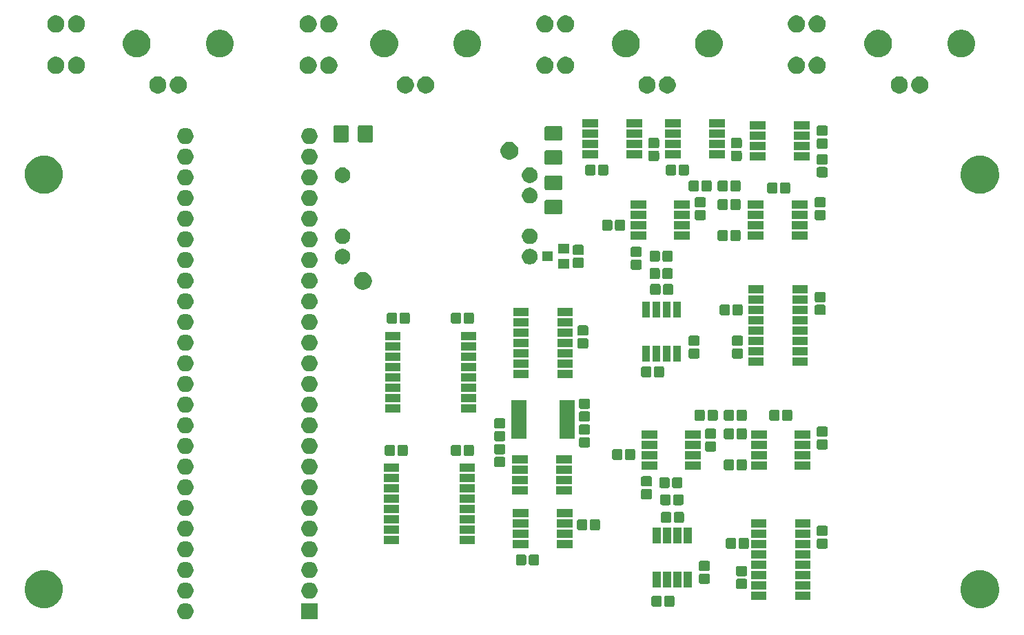
<source format=gts>
G04 #@! TF.GenerationSoftware,KiCad,Pcbnew,5.0.2-bee76a0~70~ubuntu18.04.1*
G04 #@! TF.CreationDate,2018-12-10T21:57:33+02:00*
G04 #@! TF.ProjectId,microstim,6d696372-6f73-4746-996d-2e6b69636164,rev?*
G04 #@! TF.SameCoordinates,Original*
G04 #@! TF.FileFunction,Soldermask,Top*
G04 #@! TF.FilePolarity,Negative*
%FSLAX46Y46*%
G04 Gerber Fmt 4.6, Leading zero omitted, Abs format (unit mm)*
G04 Created by KiCad (PCBNEW 5.0.2-bee76a0~70~ubuntu18.04.1) date Mon Dec 10 21:57:33 2018*
%MOMM*%
%LPD*%
G01*
G04 APERTURE LIST*
%ADD10C,0.100000*%
G04 APERTURE END LIST*
D10*
G36*
X126120000Y-136710000D02*
X124120000Y-136710000D01*
X124120000Y-134710000D01*
X126120000Y-134710000D01*
X126120000Y-136710000D01*
X126120000Y-136710000D01*
G37*
G36*
X110055770Y-134725372D02*
X110171689Y-134748429D01*
X110353678Y-134823811D01*
X110517463Y-134933249D01*
X110656751Y-135072537D01*
X110766189Y-135236322D01*
X110841571Y-135418311D01*
X110880000Y-135611509D01*
X110880000Y-135808491D01*
X110841571Y-136001689D01*
X110766189Y-136183678D01*
X110656751Y-136347463D01*
X110517463Y-136486751D01*
X110353678Y-136596189D01*
X110171689Y-136671571D01*
X110055770Y-136694628D01*
X109978493Y-136710000D01*
X109781507Y-136710000D01*
X109704230Y-136694628D01*
X109588311Y-136671571D01*
X109406322Y-136596189D01*
X109242537Y-136486751D01*
X109103249Y-136347463D01*
X108993811Y-136183678D01*
X108918429Y-136001689D01*
X108880000Y-135808491D01*
X108880000Y-135611509D01*
X108918429Y-135418311D01*
X108993811Y-135236322D01*
X109103249Y-135072537D01*
X109242537Y-134933249D01*
X109406322Y-134823811D01*
X109588311Y-134748429D01*
X109704230Y-134725372D01*
X109781507Y-134710000D01*
X109978493Y-134710000D01*
X110055770Y-134725372D01*
X110055770Y-134725372D01*
G37*
G36*
X207844959Y-130672577D02*
X208185470Y-130740309D01*
X208613143Y-130917457D01*
X208998038Y-131174636D01*
X209325364Y-131501962D01*
X209582543Y-131886857D01*
X209759691Y-132314530D01*
X209803055Y-132532537D01*
X209849739Y-132767230D01*
X209850000Y-132768545D01*
X209850000Y-133231455D01*
X209759691Y-133685470D01*
X209582543Y-134113143D01*
X209325364Y-134498038D01*
X208998038Y-134825364D01*
X208613143Y-135082543D01*
X208185470Y-135259691D01*
X207844959Y-135327423D01*
X207731456Y-135350000D01*
X207268544Y-135350000D01*
X207155041Y-135327423D01*
X206814530Y-135259691D01*
X206386857Y-135082543D01*
X206001962Y-134825364D01*
X205674636Y-134498038D01*
X205417457Y-134113143D01*
X205240309Y-133685470D01*
X205150000Y-133231455D01*
X205150000Y-132768545D01*
X205150262Y-132767230D01*
X205196945Y-132532537D01*
X205240309Y-132314530D01*
X205417457Y-131886857D01*
X205674636Y-131501962D01*
X206001962Y-131174636D01*
X206386857Y-130917457D01*
X206814530Y-130740309D01*
X207155041Y-130672577D01*
X207268544Y-130650000D01*
X207731456Y-130650000D01*
X207844959Y-130672577D01*
X207844959Y-130672577D01*
G37*
G36*
X92844959Y-130672577D02*
X93185470Y-130740309D01*
X93613143Y-130917457D01*
X93998038Y-131174636D01*
X94325364Y-131501962D01*
X94582543Y-131886857D01*
X94759691Y-132314530D01*
X94803055Y-132532537D01*
X94849739Y-132767230D01*
X94850000Y-132768545D01*
X94850000Y-133231455D01*
X94759691Y-133685470D01*
X94582543Y-134113143D01*
X94325364Y-134498038D01*
X93998038Y-134825364D01*
X93613143Y-135082543D01*
X93185470Y-135259691D01*
X92844959Y-135327423D01*
X92731456Y-135350000D01*
X92268544Y-135350000D01*
X92155041Y-135327423D01*
X91814530Y-135259691D01*
X91386857Y-135082543D01*
X91001962Y-134825364D01*
X90674636Y-134498038D01*
X90417457Y-134113143D01*
X90240309Y-133685470D01*
X90150000Y-133231455D01*
X90150000Y-132768545D01*
X90150262Y-132767230D01*
X90196945Y-132532537D01*
X90240309Y-132314530D01*
X90417457Y-131886857D01*
X90674636Y-131501962D01*
X91001962Y-131174636D01*
X91386857Y-130917457D01*
X91814530Y-130740309D01*
X92155041Y-130672577D01*
X92268544Y-130650000D01*
X92731456Y-130650000D01*
X92844959Y-130672577D01*
X92844959Y-130672577D01*
G37*
G36*
X169778622Y-133790517D02*
X169826585Y-133805066D01*
X169870775Y-133828686D01*
X169909518Y-133860482D01*
X169941314Y-133899225D01*
X169964934Y-133943415D01*
X169979483Y-133991378D01*
X169985000Y-134047391D01*
X169985000Y-134872609D01*
X169979483Y-134928622D01*
X169964934Y-134976585D01*
X169941314Y-135020775D01*
X169909518Y-135059518D01*
X169870775Y-135091314D01*
X169826585Y-135114934D01*
X169778622Y-135129483D01*
X169722609Y-135135000D01*
X168972391Y-135135000D01*
X168916378Y-135129483D01*
X168868415Y-135114934D01*
X168824225Y-135091314D01*
X168785482Y-135059518D01*
X168753686Y-135020775D01*
X168730066Y-134976585D01*
X168715517Y-134928622D01*
X168710000Y-134872609D01*
X168710000Y-134047391D01*
X168715517Y-133991378D01*
X168730066Y-133943415D01*
X168753686Y-133899225D01*
X168785482Y-133860482D01*
X168824225Y-133828686D01*
X168868415Y-133805066D01*
X168916378Y-133790517D01*
X168972391Y-133785000D01*
X169722609Y-133785000D01*
X169778622Y-133790517D01*
X169778622Y-133790517D01*
G37*
G36*
X168203622Y-133790517D02*
X168251585Y-133805066D01*
X168295775Y-133828686D01*
X168334518Y-133860482D01*
X168366314Y-133899225D01*
X168389934Y-133943415D01*
X168404483Y-133991378D01*
X168410000Y-134047391D01*
X168410000Y-134872609D01*
X168404483Y-134928622D01*
X168389934Y-134976585D01*
X168366314Y-135020775D01*
X168334518Y-135059518D01*
X168295775Y-135091314D01*
X168251585Y-135114934D01*
X168203622Y-135129483D01*
X168147609Y-135135000D01*
X167397391Y-135135000D01*
X167341378Y-135129483D01*
X167293415Y-135114934D01*
X167249225Y-135091314D01*
X167210482Y-135059518D01*
X167178686Y-135020775D01*
X167155066Y-134976585D01*
X167140517Y-134928622D01*
X167135000Y-134872609D01*
X167135000Y-134047391D01*
X167140517Y-133991378D01*
X167155066Y-133943415D01*
X167178686Y-133899225D01*
X167210482Y-133860482D01*
X167249225Y-133828686D01*
X167293415Y-133805066D01*
X167341378Y-133790517D01*
X167397391Y-133785000D01*
X168147609Y-133785000D01*
X168203622Y-133790517D01*
X168203622Y-133790517D01*
G37*
G36*
X186688000Y-134325000D02*
X184788000Y-134325000D01*
X184788000Y-133325000D01*
X186688000Y-133325000D01*
X186688000Y-134325000D01*
X186688000Y-134325000D01*
G37*
G36*
X181288000Y-134325000D02*
X179388000Y-134325000D01*
X179388000Y-133325000D01*
X181288000Y-133325000D01*
X181288000Y-134325000D01*
X181288000Y-134325000D01*
G37*
G36*
X110055770Y-132185372D02*
X110171689Y-132208429D01*
X110353678Y-132283811D01*
X110517463Y-132393249D01*
X110656751Y-132532537D01*
X110766189Y-132696322D01*
X110841571Y-132878311D01*
X110853789Y-132939737D01*
X110876717Y-133055000D01*
X110880000Y-133071509D01*
X110880000Y-133268491D01*
X110841571Y-133461689D01*
X110766189Y-133643678D01*
X110656751Y-133807463D01*
X110517463Y-133946751D01*
X110353678Y-134056189D01*
X110171689Y-134131571D01*
X110055770Y-134154628D01*
X109978493Y-134170000D01*
X109781507Y-134170000D01*
X109704230Y-134154628D01*
X109588311Y-134131571D01*
X109406322Y-134056189D01*
X109242537Y-133946751D01*
X109103249Y-133807463D01*
X108993811Y-133643678D01*
X108918429Y-133461689D01*
X108880000Y-133268491D01*
X108880000Y-133071509D01*
X108883284Y-133055000D01*
X108906211Y-132939737D01*
X108918429Y-132878311D01*
X108993811Y-132696322D01*
X109103249Y-132532537D01*
X109242537Y-132393249D01*
X109406322Y-132283811D01*
X109588311Y-132208429D01*
X109704230Y-132185372D01*
X109781507Y-132170000D01*
X109978493Y-132170000D01*
X110055770Y-132185372D01*
X110055770Y-132185372D01*
G37*
G36*
X125295770Y-132185372D02*
X125411689Y-132208429D01*
X125593678Y-132283811D01*
X125757463Y-132393249D01*
X125896751Y-132532537D01*
X126006189Y-132696322D01*
X126081571Y-132878311D01*
X126093789Y-132939737D01*
X126116717Y-133055000D01*
X126120000Y-133071509D01*
X126120000Y-133268491D01*
X126081571Y-133461689D01*
X126006189Y-133643678D01*
X125896751Y-133807463D01*
X125757463Y-133946751D01*
X125593678Y-134056189D01*
X125411689Y-134131571D01*
X125295770Y-134154628D01*
X125218493Y-134170000D01*
X125021507Y-134170000D01*
X124944230Y-134154628D01*
X124828311Y-134131571D01*
X124646322Y-134056189D01*
X124482537Y-133946751D01*
X124343249Y-133807463D01*
X124233811Y-133643678D01*
X124158429Y-133461689D01*
X124120000Y-133268491D01*
X124120000Y-133071509D01*
X124123284Y-133055000D01*
X124146211Y-132939737D01*
X124158429Y-132878311D01*
X124233811Y-132696322D01*
X124343249Y-132532537D01*
X124482537Y-132393249D01*
X124646322Y-132283811D01*
X124828311Y-132208429D01*
X124944230Y-132185372D01*
X125021507Y-132170000D01*
X125218493Y-132170000D01*
X125295770Y-132185372D01*
X125295770Y-132185372D01*
G37*
G36*
X181288000Y-133055000D02*
X179388000Y-133055000D01*
X179388000Y-132055000D01*
X181288000Y-132055000D01*
X181288000Y-133055000D01*
X181288000Y-133055000D01*
G37*
G36*
X186688000Y-133055000D02*
X184788000Y-133055000D01*
X184788000Y-132055000D01*
X186688000Y-132055000D01*
X186688000Y-133055000D01*
X186688000Y-133055000D01*
G37*
G36*
X178680622Y-131694517D02*
X178728585Y-131709066D01*
X178772775Y-131732686D01*
X178811518Y-131764482D01*
X178843314Y-131803225D01*
X178866934Y-131847415D01*
X178881483Y-131895378D01*
X178887000Y-131951391D01*
X178887000Y-132701609D01*
X178881483Y-132757622D01*
X178866934Y-132805585D01*
X178843314Y-132849775D01*
X178811518Y-132888518D01*
X178772775Y-132920314D01*
X178728585Y-132943934D01*
X178680622Y-132958483D01*
X178624609Y-132964000D01*
X177799391Y-132964000D01*
X177743378Y-132958483D01*
X177695415Y-132943934D01*
X177651225Y-132920314D01*
X177612482Y-132888518D01*
X177580686Y-132849775D01*
X177557066Y-132805585D01*
X177542517Y-132757622D01*
X177537000Y-132701609D01*
X177537000Y-131951391D01*
X177542517Y-131895378D01*
X177557066Y-131847415D01*
X177580686Y-131803225D01*
X177612482Y-131764482D01*
X177651225Y-131732686D01*
X177695415Y-131709066D01*
X177743378Y-131694517D01*
X177799391Y-131689000D01*
X178624609Y-131689000D01*
X178680622Y-131694517D01*
X178680622Y-131694517D01*
G37*
G36*
X172082600Y-132801000D02*
X171082600Y-132801000D01*
X171082600Y-130851000D01*
X172082600Y-130851000D01*
X172082600Y-132801000D01*
X172082600Y-132801000D01*
G37*
G36*
X170812600Y-132801000D02*
X169812600Y-132801000D01*
X169812600Y-130851000D01*
X170812600Y-130851000D01*
X170812600Y-132801000D01*
X170812600Y-132801000D01*
G37*
G36*
X169542600Y-132801000D02*
X168542600Y-132801000D01*
X168542600Y-130851000D01*
X169542600Y-130851000D01*
X169542600Y-132801000D01*
X169542600Y-132801000D01*
G37*
G36*
X168272600Y-132801000D02*
X167272600Y-132801000D01*
X167272600Y-130851000D01*
X168272600Y-130851000D01*
X168272600Y-132801000D01*
X168272600Y-132801000D01*
G37*
G36*
X174108622Y-131059517D02*
X174156585Y-131074066D01*
X174200775Y-131097686D01*
X174239518Y-131129482D01*
X174271314Y-131168225D01*
X174294934Y-131212415D01*
X174309483Y-131260378D01*
X174315000Y-131316391D01*
X174315000Y-132066609D01*
X174309483Y-132122622D01*
X174294934Y-132170585D01*
X174271314Y-132214775D01*
X174239518Y-132253518D01*
X174200775Y-132285314D01*
X174156585Y-132308934D01*
X174108622Y-132323483D01*
X174052609Y-132329000D01*
X173227391Y-132329000D01*
X173171378Y-132323483D01*
X173123415Y-132308934D01*
X173079225Y-132285314D01*
X173040482Y-132253518D01*
X173008686Y-132214775D01*
X172985066Y-132170585D01*
X172970517Y-132122622D01*
X172965000Y-132066609D01*
X172965000Y-131316391D01*
X172970517Y-131260378D01*
X172985066Y-131212415D01*
X173008686Y-131168225D01*
X173040482Y-131129482D01*
X173079225Y-131097686D01*
X173123415Y-131074066D01*
X173171378Y-131059517D01*
X173227391Y-131054000D01*
X174052609Y-131054000D01*
X174108622Y-131059517D01*
X174108622Y-131059517D01*
G37*
G36*
X186688000Y-131785000D02*
X184788000Y-131785000D01*
X184788000Y-130785000D01*
X186688000Y-130785000D01*
X186688000Y-131785000D01*
X186688000Y-131785000D01*
G37*
G36*
X181288000Y-131785000D02*
X179388000Y-131785000D01*
X179388000Y-130785000D01*
X181288000Y-130785000D01*
X181288000Y-131785000D01*
X181288000Y-131785000D01*
G37*
G36*
X110055770Y-129645372D02*
X110171689Y-129668429D01*
X110353678Y-129743811D01*
X110517463Y-129853249D01*
X110656751Y-129992537D01*
X110766189Y-130156322D01*
X110841571Y-130338311D01*
X110849145Y-130376391D01*
X110880000Y-130531507D01*
X110880000Y-130728493D01*
X110874926Y-130754000D01*
X110841571Y-130921689D01*
X110766189Y-131103678D01*
X110656751Y-131267463D01*
X110517463Y-131406751D01*
X110353678Y-131516189D01*
X110171689Y-131591571D01*
X110055770Y-131614628D01*
X109978493Y-131630000D01*
X109781507Y-131630000D01*
X109704230Y-131614628D01*
X109588311Y-131591571D01*
X109406322Y-131516189D01*
X109242537Y-131406751D01*
X109103249Y-131267463D01*
X108993811Y-131103678D01*
X108918429Y-130921689D01*
X108885074Y-130754000D01*
X108880000Y-130728493D01*
X108880000Y-130531507D01*
X108910855Y-130376391D01*
X108918429Y-130338311D01*
X108993811Y-130156322D01*
X109103249Y-129992537D01*
X109242537Y-129853249D01*
X109406322Y-129743811D01*
X109588311Y-129668429D01*
X109704230Y-129645372D01*
X109781507Y-129630000D01*
X109978493Y-129630000D01*
X110055770Y-129645372D01*
X110055770Y-129645372D01*
G37*
G36*
X125295770Y-129645372D02*
X125411689Y-129668429D01*
X125593678Y-129743811D01*
X125757463Y-129853249D01*
X125896751Y-129992537D01*
X126006189Y-130156322D01*
X126081571Y-130338311D01*
X126089145Y-130376391D01*
X126120000Y-130531507D01*
X126120000Y-130728493D01*
X126114926Y-130754000D01*
X126081571Y-130921689D01*
X126006189Y-131103678D01*
X125896751Y-131267463D01*
X125757463Y-131406751D01*
X125593678Y-131516189D01*
X125411689Y-131591571D01*
X125295770Y-131614628D01*
X125218493Y-131630000D01*
X125021507Y-131630000D01*
X124944230Y-131614628D01*
X124828311Y-131591571D01*
X124646322Y-131516189D01*
X124482537Y-131406751D01*
X124343249Y-131267463D01*
X124233811Y-131103678D01*
X124158429Y-130921689D01*
X124125074Y-130754000D01*
X124120000Y-130728493D01*
X124120000Y-130531507D01*
X124150855Y-130376391D01*
X124158429Y-130338311D01*
X124233811Y-130156322D01*
X124343249Y-129992537D01*
X124482537Y-129853249D01*
X124646322Y-129743811D01*
X124828311Y-129668429D01*
X124944230Y-129645372D01*
X125021507Y-129630000D01*
X125218493Y-129630000D01*
X125295770Y-129645372D01*
X125295770Y-129645372D01*
G37*
G36*
X178680622Y-130119517D02*
X178728585Y-130134066D01*
X178772775Y-130157686D01*
X178811518Y-130189482D01*
X178843314Y-130228225D01*
X178866934Y-130272415D01*
X178881483Y-130320378D01*
X178887000Y-130376391D01*
X178887000Y-131126609D01*
X178881483Y-131182622D01*
X178866934Y-131230585D01*
X178843314Y-131274775D01*
X178811518Y-131313518D01*
X178772775Y-131345314D01*
X178728585Y-131368934D01*
X178680622Y-131383483D01*
X178624609Y-131389000D01*
X177799391Y-131389000D01*
X177743378Y-131383483D01*
X177695415Y-131368934D01*
X177651225Y-131345314D01*
X177612482Y-131313518D01*
X177580686Y-131274775D01*
X177557066Y-131230585D01*
X177542517Y-131182622D01*
X177537000Y-131126609D01*
X177537000Y-130376391D01*
X177542517Y-130320378D01*
X177557066Y-130272415D01*
X177580686Y-130228225D01*
X177612482Y-130189482D01*
X177651225Y-130157686D01*
X177695415Y-130134066D01*
X177743378Y-130119517D01*
X177799391Y-130114000D01*
X178624609Y-130114000D01*
X178680622Y-130119517D01*
X178680622Y-130119517D01*
G37*
G36*
X174108622Y-129484517D02*
X174156585Y-129499066D01*
X174200775Y-129522686D01*
X174239518Y-129554482D01*
X174271314Y-129593225D01*
X174294934Y-129637415D01*
X174309483Y-129685378D01*
X174315000Y-129741391D01*
X174315000Y-130491609D01*
X174309483Y-130547622D01*
X174294934Y-130595585D01*
X174271314Y-130639775D01*
X174239518Y-130678518D01*
X174200775Y-130710314D01*
X174156585Y-130733934D01*
X174108622Y-130748483D01*
X174052609Y-130754000D01*
X173227391Y-130754000D01*
X173171378Y-130748483D01*
X173123415Y-130733934D01*
X173079225Y-130710314D01*
X173040482Y-130678518D01*
X173008686Y-130639775D01*
X172985066Y-130595585D01*
X172970517Y-130547622D01*
X172965000Y-130491609D01*
X172965000Y-129741391D01*
X172970517Y-129685378D01*
X172985066Y-129637415D01*
X173008686Y-129593225D01*
X173040482Y-129554482D01*
X173079225Y-129522686D01*
X173123415Y-129499066D01*
X173171378Y-129484517D01*
X173227391Y-129479000D01*
X174052609Y-129479000D01*
X174108622Y-129484517D01*
X174108622Y-129484517D01*
G37*
G36*
X181288000Y-130515000D02*
X179388000Y-130515000D01*
X179388000Y-129515000D01*
X181288000Y-129515000D01*
X181288000Y-130515000D01*
X181288000Y-130515000D01*
G37*
G36*
X186688000Y-130515000D02*
X184788000Y-130515000D01*
X184788000Y-129515000D01*
X186688000Y-129515000D01*
X186688000Y-130515000D01*
X186688000Y-130515000D01*
G37*
G36*
X151566622Y-128710517D02*
X151614585Y-128725066D01*
X151658775Y-128748686D01*
X151697518Y-128780482D01*
X151729314Y-128819225D01*
X151752934Y-128863415D01*
X151767483Y-128911378D01*
X151773000Y-128967391D01*
X151773000Y-129792609D01*
X151767483Y-129848622D01*
X151752934Y-129896585D01*
X151729314Y-129940775D01*
X151697518Y-129979518D01*
X151658775Y-130011314D01*
X151614585Y-130034934D01*
X151566622Y-130049483D01*
X151510609Y-130055000D01*
X150760391Y-130055000D01*
X150704378Y-130049483D01*
X150656415Y-130034934D01*
X150612225Y-130011314D01*
X150573482Y-129979518D01*
X150541686Y-129940775D01*
X150518066Y-129896585D01*
X150503517Y-129848622D01*
X150498000Y-129792609D01*
X150498000Y-128967391D01*
X150503517Y-128911378D01*
X150518066Y-128863415D01*
X150541686Y-128819225D01*
X150573482Y-128780482D01*
X150612225Y-128748686D01*
X150656415Y-128725066D01*
X150704378Y-128710517D01*
X150760391Y-128705000D01*
X151510609Y-128705000D01*
X151566622Y-128710517D01*
X151566622Y-128710517D01*
G37*
G36*
X153141622Y-128710517D02*
X153189585Y-128725066D01*
X153233775Y-128748686D01*
X153272518Y-128780482D01*
X153304314Y-128819225D01*
X153327934Y-128863415D01*
X153342483Y-128911378D01*
X153348000Y-128967391D01*
X153348000Y-129792609D01*
X153342483Y-129848622D01*
X153327934Y-129896585D01*
X153304314Y-129940775D01*
X153272518Y-129979518D01*
X153233775Y-130011314D01*
X153189585Y-130034934D01*
X153141622Y-130049483D01*
X153085609Y-130055000D01*
X152335391Y-130055000D01*
X152279378Y-130049483D01*
X152231415Y-130034934D01*
X152187225Y-130011314D01*
X152148482Y-129979518D01*
X152116686Y-129940775D01*
X152093066Y-129896585D01*
X152078517Y-129848622D01*
X152073000Y-129792609D01*
X152073000Y-128967391D01*
X152078517Y-128911378D01*
X152093066Y-128863415D01*
X152116686Y-128819225D01*
X152148482Y-128780482D01*
X152187225Y-128748686D01*
X152231415Y-128725066D01*
X152279378Y-128710517D01*
X152335391Y-128705000D01*
X153085609Y-128705000D01*
X153141622Y-128710517D01*
X153141622Y-128710517D01*
G37*
G36*
X186688000Y-129245000D02*
X184788000Y-129245000D01*
X184788000Y-128245000D01*
X186688000Y-128245000D01*
X186688000Y-129245000D01*
X186688000Y-129245000D01*
G37*
G36*
X181288000Y-129245000D02*
X179388000Y-129245000D01*
X179388000Y-128245000D01*
X181288000Y-128245000D01*
X181288000Y-129245000D01*
X181288000Y-129245000D01*
G37*
G36*
X110055770Y-127105372D02*
X110171689Y-127128429D01*
X110353678Y-127203811D01*
X110517463Y-127313249D01*
X110656751Y-127452537D01*
X110766189Y-127616322D01*
X110841571Y-127798311D01*
X110855699Y-127869338D01*
X110877575Y-127979314D01*
X110880000Y-127991509D01*
X110880000Y-128188491D01*
X110841571Y-128381689D01*
X110766189Y-128563678D01*
X110656751Y-128727463D01*
X110517463Y-128866751D01*
X110353678Y-128976189D01*
X110171689Y-129051571D01*
X110055770Y-129074628D01*
X109978493Y-129090000D01*
X109781507Y-129090000D01*
X109704230Y-129074628D01*
X109588311Y-129051571D01*
X109406322Y-128976189D01*
X109242537Y-128866751D01*
X109103249Y-128727463D01*
X108993811Y-128563678D01*
X108918429Y-128381689D01*
X108880000Y-128188491D01*
X108880000Y-127991509D01*
X108882426Y-127979314D01*
X108904301Y-127869338D01*
X108918429Y-127798311D01*
X108993811Y-127616322D01*
X109103249Y-127452537D01*
X109242537Y-127313249D01*
X109406322Y-127203811D01*
X109588311Y-127128429D01*
X109704230Y-127105372D01*
X109781507Y-127090000D01*
X109978493Y-127090000D01*
X110055770Y-127105372D01*
X110055770Y-127105372D01*
G37*
G36*
X125295770Y-127105372D02*
X125411689Y-127128429D01*
X125593678Y-127203811D01*
X125757463Y-127313249D01*
X125896751Y-127452537D01*
X126006189Y-127616322D01*
X126081571Y-127798311D01*
X126095699Y-127869338D01*
X126117575Y-127979314D01*
X126120000Y-127991509D01*
X126120000Y-128188491D01*
X126081571Y-128381689D01*
X126006189Y-128563678D01*
X125896751Y-128727463D01*
X125757463Y-128866751D01*
X125593678Y-128976189D01*
X125411689Y-129051571D01*
X125295770Y-129074628D01*
X125218493Y-129090000D01*
X125021507Y-129090000D01*
X124944230Y-129074628D01*
X124828311Y-129051571D01*
X124646322Y-128976189D01*
X124482537Y-128866751D01*
X124343249Y-128727463D01*
X124233811Y-128563678D01*
X124158429Y-128381689D01*
X124120000Y-128188491D01*
X124120000Y-127991509D01*
X124122426Y-127979314D01*
X124144301Y-127869338D01*
X124158429Y-127798311D01*
X124233811Y-127616322D01*
X124343249Y-127452537D01*
X124482537Y-127313249D01*
X124646322Y-127203811D01*
X124828311Y-127128429D01*
X124944230Y-127105372D01*
X125021507Y-127090000D01*
X125218493Y-127090000D01*
X125295770Y-127105372D01*
X125295770Y-127105372D01*
G37*
G36*
X177347622Y-126678517D02*
X177395585Y-126693066D01*
X177439775Y-126716686D01*
X177478518Y-126748482D01*
X177510314Y-126787225D01*
X177533934Y-126831415D01*
X177548483Y-126879378D01*
X177554000Y-126935391D01*
X177554000Y-127760609D01*
X177548483Y-127816622D01*
X177533934Y-127864585D01*
X177510314Y-127908775D01*
X177478518Y-127947518D01*
X177439775Y-127979314D01*
X177395585Y-128002934D01*
X177347622Y-128017483D01*
X177291609Y-128023000D01*
X176541391Y-128023000D01*
X176485378Y-128017483D01*
X176437415Y-128002934D01*
X176393225Y-127979314D01*
X176354482Y-127947518D01*
X176322686Y-127908775D01*
X176299066Y-127864585D01*
X176284517Y-127816622D01*
X176279000Y-127760609D01*
X176279000Y-126935391D01*
X176284517Y-126879378D01*
X176299066Y-126831415D01*
X176322686Y-126787225D01*
X176354482Y-126748482D01*
X176393225Y-126716686D01*
X176437415Y-126693066D01*
X176485378Y-126678517D01*
X176541391Y-126673000D01*
X177291609Y-126673000D01*
X177347622Y-126678517D01*
X177347622Y-126678517D01*
G37*
G36*
X178922622Y-126678517D02*
X178970585Y-126693066D01*
X179014775Y-126716686D01*
X179053518Y-126748482D01*
X179085314Y-126787225D01*
X179108934Y-126831415D01*
X179123483Y-126879378D01*
X179129000Y-126935391D01*
X179129000Y-127760609D01*
X179123483Y-127816622D01*
X179108934Y-127864585D01*
X179085314Y-127908775D01*
X179053518Y-127947518D01*
X179014775Y-127979314D01*
X178970585Y-128002934D01*
X178922622Y-128017483D01*
X178866609Y-128023000D01*
X178116391Y-128023000D01*
X178060378Y-128017483D01*
X178012415Y-128002934D01*
X177968225Y-127979314D01*
X177929482Y-127947518D01*
X177897686Y-127908775D01*
X177874066Y-127864585D01*
X177859517Y-127816622D01*
X177854000Y-127760609D01*
X177854000Y-126935391D01*
X177859517Y-126879378D01*
X177874066Y-126831415D01*
X177897686Y-126787225D01*
X177929482Y-126748482D01*
X177968225Y-126716686D01*
X178012415Y-126693066D01*
X178060378Y-126678517D01*
X178116391Y-126673000D01*
X178866609Y-126673000D01*
X178922622Y-126678517D01*
X178922622Y-126678517D01*
G37*
G36*
X188586622Y-126741517D02*
X188634585Y-126756066D01*
X188678775Y-126779686D01*
X188717518Y-126811482D01*
X188749314Y-126850225D01*
X188772934Y-126894415D01*
X188787483Y-126942378D01*
X188793000Y-126998391D01*
X188793000Y-127748609D01*
X188787483Y-127804622D01*
X188772934Y-127852585D01*
X188749314Y-127896775D01*
X188717518Y-127935518D01*
X188678775Y-127967314D01*
X188634585Y-127990934D01*
X188586622Y-128005483D01*
X188530609Y-128011000D01*
X187705391Y-128011000D01*
X187649378Y-128005483D01*
X187601415Y-127990934D01*
X187557225Y-127967314D01*
X187518482Y-127935518D01*
X187486686Y-127896775D01*
X187463066Y-127852585D01*
X187448517Y-127804622D01*
X187443000Y-127748609D01*
X187443000Y-126998391D01*
X187448517Y-126942378D01*
X187463066Y-126894415D01*
X187486686Y-126850225D01*
X187518482Y-126811482D01*
X187557225Y-126779686D01*
X187601415Y-126756066D01*
X187649378Y-126741517D01*
X187705391Y-126736000D01*
X188530609Y-126736000D01*
X188586622Y-126741517D01*
X188586622Y-126741517D01*
G37*
G36*
X157470000Y-127975000D02*
X155520000Y-127975000D01*
X155520000Y-126975000D01*
X157470000Y-126975000D01*
X157470000Y-127975000D01*
X157470000Y-127975000D01*
G37*
G36*
X152070000Y-127975000D02*
X150120000Y-127975000D01*
X150120000Y-126975000D01*
X152070000Y-126975000D01*
X152070000Y-127975000D01*
X152070000Y-127975000D01*
G37*
G36*
X181288000Y-127975000D02*
X179388000Y-127975000D01*
X179388000Y-126975000D01*
X181288000Y-126975000D01*
X181288000Y-127975000D01*
X181288000Y-127975000D01*
G37*
G36*
X186688000Y-127975000D02*
X184788000Y-127975000D01*
X184788000Y-126975000D01*
X186688000Y-126975000D01*
X186688000Y-127975000D01*
X186688000Y-127975000D01*
G37*
G36*
X136158000Y-127467000D02*
X134258000Y-127467000D01*
X134258000Y-126467000D01*
X136158000Y-126467000D01*
X136158000Y-127467000D01*
X136158000Y-127467000D01*
G37*
G36*
X145458000Y-127467000D02*
X143558000Y-127467000D01*
X143558000Y-126467000D01*
X145458000Y-126467000D01*
X145458000Y-127467000D01*
X145458000Y-127467000D01*
G37*
G36*
X172082600Y-127401000D02*
X171082600Y-127401000D01*
X171082600Y-125451000D01*
X172082600Y-125451000D01*
X172082600Y-127401000D01*
X172082600Y-127401000D01*
G37*
G36*
X170812600Y-127401000D02*
X169812600Y-127401000D01*
X169812600Y-125451000D01*
X170812600Y-125451000D01*
X170812600Y-127401000D01*
X170812600Y-127401000D01*
G37*
G36*
X169542600Y-127401000D02*
X168542600Y-127401000D01*
X168542600Y-125451000D01*
X169542600Y-125451000D01*
X169542600Y-127401000D01*
X169542600Y-127401000D01*
G37*
G36*
X168272600Y-127401000D02*
X167272600Y-127401000D01*
X167272600Y-125451000D01*
X168272600Y-125451000D01*
X168272600Y-127401000D01*
X168272600Y-127401000D01*
G37*
G36*
X186688000Y-126705000D02*
X184788000Y-126705000D01*
X184788000Y-125705000D01*
X186688000Y-125705000D01*
X186688000Y-126705000D01*
X186688000Y-126705000D01*
G37*
G36*
X157470000Y-126705000D02*
X155520000Y-126705000D01*
X155520000Y-125705000D01*
X157470000Y-125705000D01*
X157470000Y-126705000D01*
X157470000Y-126705000D01*
G37*
G36*
X152070000Y-126705000D02*
X150120000Y-126705000D01*
X150120000Y-125705000D01*
X152070000Y-125705000D01*
X152070000Y-126705000D01*
X152070000Y-126705000D01*
G37*
G36*
X181288000Y-126705000D02*
X179388000Y-126705000D01*
X179388000Y-125705000D01*
X181288000Y-125705000D01*
X181288000Y-126705000D01*
X181288000Y-126705000D01*
G37*
G36*
X125269816Y-124560209D02*
X125411689Y-124588429D01*
X125593678Y-124663811D01*
X125757463Y-124773249D01*
X125896751Y-124912537D01*
X126006189Y-125076322D01*
X126081571Y-125258311D01*
X126104628Y-125374230D01*
X126116717Y-125435000D01*
X126120000Y-125451509D01*
X126120000Y-125648491D01*
X126081571Y-125841689D01*
X126006189Y-126023678D01*
X125896751Y-126187463D01*
X125757463Y-126326751D01*
X125593678Y-126436189D01*
X125411689Y-126511571D01*
X125295770Y-126534628D01*
X125218493Y-126550000D01*
X125021507Y-126550000D01*
X124944230Y-126534628D01*
X124828311Y-126511571D01*
X124646322Y-126436189D01*
X124482537Y-126326751D01*
X124343249Y-126187463D01*
X124233811Y-126023678D01*
X124158429Y-125841689D01*
X124120000Y-125648491D01*
X124120000Y-125451509D01*
X124123284Y-125435000D01*
X124135372Y-125374230D01*
X124158429Y-125258311D01*
X124233811Y-125076322D01*
X124343249Y-124912537D01*
X124482537Y-124773249D01*
X124646322Y-124663811D01*
X124828311Y-124588429D01*
X124970184Y-124560209D01*
X125021507Y-124550000D01*
X125218493Y-124550000D01*
X125269816Y-124560209D01*
X125269816Y-124560209D01*
G37*
G36*
X110029816Y-124560209D02*
X110171689Y-124588429D01*
X110353678Y-124663811D01*
X110517463Y-124773249D01*
X110656751Y-124912537D01*
X110766189Y-125076322D01*
X110841571Y-125258311D01*
X110864628Y-125374230D01*
X110876717Y-125435000D01*
X110880000Y-125451509D01*
X110880000Y-125648491D01*
X110841571Y-125841689D01*
X110766189Y-126023678D01*
X110656751Y-126187463D01*
X110517463Y-126326751D01*
X110353678Y-126436189D01*
X110171689Y-126511571D01*
X110055770Y-126534628D01*
X109978493Y-126550000D01*
X109781507Y-126550000D01*
X109704230Y-126534628D01*
X109588311Y-126511571D01*
X109406322Y-126436189D01*
X109242537Y-126326751D01*
X109103249Y-126187463D01*
X108993811Y-126023678D01*
X108918429Y-125841689D01*
X108880000Y-125648491D01*
X108880000Y-125451509D01*
X108883284Y-125435000D01*
X108895372Y-125374230D01*
X108918429Y-125258311D01*
X108993811Y-125076322D01*
X109103249Y-124912537D01*
X109242537Y-124773249D01*
X109406322Y-124663811D01*
X109588311Y-124588429D01*
X109730184Y-124560209D01*
X109781507Y-124550000D01*
X109978493Y-124550000D01*
X110029816Y-124560209D01*
X110029816Y-124560209D01*
G37*
G36*
X188586622Y-125166517D02*
X188634585Y-125181066D01*
X188678775Y-125204686D01*
X188717518Y-125236482D01*
X188749314Y-125275225D01*
X188772934Y-125319415D01*
X188787483Y-125367378D01*
X188793000Y-125423391D01*
X188793000Y-126173609D01*
X188787483Y-126229622D01*
X188772934Y-126277585D01*
X188749314Y-126321775D01*
X188717518Y-126360518D01*
X188678775Y-126392314D01*
X188634585Y-126415934D01*
X188586622Y-126430483D01*
X188530609Y-126436000D01*
X187705391Y-126436000D01*
X187649378Y-126430483D01*
X187601415Y-126415934D01*
X187557225Y-126392314D01*
X187518482Y-126360518D01*
X187486686Y-126321775D01*
X187463066Y-126277585D01*
X187448517Y-126229622D01*
X187443000Y-126173609D01*
X187443000Y-125423391D01*
X187448517Y-125367378D01*
X187463066Y-125319415D01*
X187486686Y-125275225D01*
X187518482Y-125236482D01*
X187557225Y-125204686D01*
X187601415Y-125181066D01*
X187649378Y-125166517D01*
X187705391Y-125161000D01*
X188530609Y-125161000D01*
X188586622Y-125166517D01*
X188586622Y-125166517D01*
G37*
G36*
X145458000Y-126197000D02*
X143558000Y-126197000D01*
X143558000Y-125197000D01*
X145458000Y-125197000D01*
X145458000Y-126197000D01*
X145458000Y-126197000D01*
G37*
G36*
X136158000Y-126197000D02*
X134258000Y-126197000D01*
X134258000Y-125197000D01*
X136158000Y-125197000D01*
X136158000Y-126197000D01*
X136158000Y-126197000D01*
G37*
G36*
X160634622Y-124392517D02*
X160682585Y-124407066D01*
X160726775Y-124430686D01*
X160765518Y-124462482D01*
X160797314Y-124501225D01*
X160820934Y-124545415D01*
X160835483Y-124593378D01*
X160841000Y-124649391D01*
X160841000Y-125474609D01*
X160835483Y-125530622D01*
X160820934Y-125578585D01*
X160797314Y-125622775D01*
X160765518Y-125661518D01*
X160726775Y-125693314D01*
X160682585Y-125716934D01*
X160634622Y-125731483D01*
X160578609Y-125737000D01*
X159828391Y-125737000D01*
X159772378Y-125731483D01*
X159724415Y-125716934D01*
X159680225Y-125693314D01*
X159641482Y-125661518D01*
X159609686Y-125622775D01*
X159586066Y-125578585D01*
X159571517Y-125530622D01*
X159566000Y-125474609D01*
X159566000Y-124649391D01*
X159571517Y-124593378D01*
X159586066Y-124545415D01*
X159609686Y-124501225D01*
X159641482Y-124462482D01*
X159680225Y-124430686D01*
X159724415Y-124407066D01*
X159772378Y-124392517D01*
X159828391Y-124387000D01*
X160578609Y-124387000D01*
X160634622Y-124392517D01*
X160634622Y-124392517D01*
G37*
G36*
X159059622Y-124392517D02*
X159107585Y-124407066D01*
X159151775Y-124430686D01*
X159190518Y-124462482D01*
X159222314Y-124501225D01*
X159245934Y-124545415D01*
X159260483Y-124593378D01*
X159266000Y-124649391D01*
X159266000Y-125474609D01*
X159260483Y-125530622D01*
X159245934Y-125578585D01*
X159222314Y-125622775D01*
X159190518Y-125661518D01*
X159151775Y-125693314D01*
X159107585Y-125716934D01*
X159059622Y-125731483D01*
X159003609Y-125737000D01*
X158253391Y-125737000D01*
X158197378Y-125731483D01*
X158149415Y-125716934D01*
X158105225Y-125693314D01*
X158066482Y-125661518D01*
X158034686Y-125622775D01*
X158011066Y-125578585D01*
X157996517Y-125530622D01*
X157991000Y-125474609D01*
X157991000Y-124649391D01*
X157996517Y-124593378D01*
X158011066Y-124545415D01*
X158034686Y-124501225D01*
X158066482Y-124462482D01*
X158105225Y-124430686D01*
X158149415Y-124407066D01*
X158197378Y-124392517D01*
X158253391Y-124387000D01*
X159003609Y-124387000D01*
X159059622Y-124392517D01*
X159059622Y-124392517D01*
G37*
G36*
X152070000Y-125435000D02*
X150120000Y-125435000D01*
X150120000Y-124435000D01*
X152070000Y-124435000D01*
X152070000Y-125435000D01*
X152070000Y-125435000D01*
G37*
G36*
X157470000Y-125435000D02*
X155520000Y-125435000D01*
X155520000Y-124435000D01*
X157470000Y-124435000D01*
X157470000Y-125435000D01*
X157470000Y-125435000D01*
G37*
G36*
X181288000Y-125435000D02*
X179388000Y-125435000D01*
X179388000Y-124435000D01*
X181288000Y-124435000D01*
X181288000Y-125435000D01*
X181288000Y-125435000D01*
G37*
G36*
X186688000Y-125435000D02*
X184788000Y-125435000D01*
X184788000Y-124435000D01*
X186688000Y-124435000D01*
X186688000Y-125435000D01*
X186688000Y-125435000D01*
G37*
G36*
X145458000Y-124927000D02*
X143558000Y-124927000D01*
X143558000Y-123927000D01*
X145458000Y-123927000D01*
X145458000Y-124927000D01*
X145458000Y-124927000D01*
G37*
G36*
X136158000Y-124927000D02*
X134258000Y-124927000D01*
X134258000Y-123927000D01*
X136158000Y-123927000D01*
X136158000Y-124927000D01*
X136158000Y-124927000D01*
G37*
G36*
X169372022Y-123478117D02*
X169419985Y-123492666D01*
X169464175Y-123516286D01*
X169502918Y-123548082D01*
X169534714Y-123586825D01*
X169558334Y-123631015D01*
X169572883Y-123678978D01*
X169578400Y-123734991D01*
X169578400Y-124560209D01*
X169572883Y-124616222D01*
X169558334Y-124664185D01*
X169534714Y-124708375D01*
X169502918Y-124747118D01*
X169464175Y-124778914D01*
X169419985Y-124802534D01*
X169372022Y-124817083D01*
X169316009Y-124822600D01*
X168565791Y-124822600D01*
X168509778Y-124817083D01*
X168461815Y-124802534D01*
X168417625Y-124778914D01*
X168378882Y-124747118D01*
X168347086Y-124708375D01*
X168323466Y-124664185D01*
X168308917Y-124616222D01*
X168303400Y-124560209D01*
X168303400Y-123734991D01*
X168308917Y-123678978D01*
X168323466Y-123631015D01*
X168347086Y-123586825D01*
X168378882Y-123548082D01*
X168417625Y-123516286D01*
X168461815Y-123492666D01*
X168509778Y-123478117D01*
X168565791Y-123472600D01*
X169316009Y-123472600D01*
X169372022Y-123478117D01*
X169372022Y-123478117D01*
G37*
G36*
X170947022Y-123478117D02*
X170994985Y-123492666D01*
X171039175Y-123516286D01*
X171077918Y-123548082D01*
X171109714Y-123586825D01*
X171133334Y-123631015D01*
X171147883Y-123678978D01*
X171153400Y-123734991D01*
X171153400Y-124560209D01*
X171147883Y-124616222D01*
X171133334Y-124664185D01*
X171109714Y-124708375D01*
X171077918Y-124747118D01*
X171039175Y-124778914D01*
X170994985Y-124802534D01*
X170947022Y-124817083D01*
X170891009Y-124822600D01*
X170140791Y-124822600D01*
X170084778Y-124817083D01*
X170036815Y-124802534D01*
X169992625Y-124778914D01*
X169953882Y-124747118D01*
X169922086Y-124708375D01*
X169898466Y-124664185D01*
X169883917Y-124616222D01*
X169878400Y-124560209D01*
X169878400Y-123734991D01*
X169883917Y-123678978D01*
X169898466Y-123631015D01*
X169922086Y-123586825D01*
X169953882Y-123548082D01*
X169992625Y-123516286D01*
X170036815Y-123492666D01*
X170084778Y-123478117D01*
X170140791Y-123472600D01*
X170891009Y-123472600D01*
X170947022Y-123478117D01*
X170947022Y-123478117D01*
G37*
G36*
X152070000Y-124165000D02*
X150120000Y-124165000D01*
X150120000Y-123165000D01*
X152070000Y-123165000D01*
X152070000Y-124165000D01*
X152070000Y-124165000D01*
G37*
G36*
X157470000Y-124165000D02*
X155520000Y-124165000D01*
X155520000Y-123165000D01*
X157470000Y-123165000D01*
X157470000Y-124165000D01*
X157470000Y-124165000D01*
G37*
G36*
X125295770Y-122025372D02*
X125411689Y-122048429D01*
X125593678Y-122123811D01*
X125757463Y-122233249D01*
X125896751Y-122372537D01*
X126006189Y-122536322D01*
X126081571Y-122718311D01*
X126120000Y-122911509D01*
X126120000Y-123108491D01*
X126081571Y-123301689D01*
X126006189Y-123483678D01*
X125896751Y-123647463D01*
X125757463Y-123786751D01*
X125593678Y-123896189D01*
X125411689Y-123971571D01*
X125295770Y-123994628D01*
X125218493Y-124010000D01*
X125021507Y-124010000D01*
X124944230Y-123994628D01*
X124828311Y-123971571D01*
X124646322Y-123896189D01*
X124482537Y-123786751D01*
X124343249Y-123647463D01*
X124233811Y-123483678D01*
X124158429Y-123301689D01*
X124120000Y-123108491D01*
X124120000Y-122911509D01*
X124158429Y-122718311D01*
X124233811Y-122536322D01*
X124343249Y-122372537D01*
X124482537Y-122233249D01*
X124646322Y-122123811D01*
X124828311Y-122048429D01*
X124944230Y-122025372D01*
X125021507Y-122010000D01*
X125218493Y-122010000D01*
X125295770Y-122025372D01*
X125295770Y-122025372D01*
G37*
G36*
X110055770Y-122025372D02*
X110171689Y-122048429D01*
X110353678Y-122123811D01*
X110517463Y-122233249D01*
X110656751Y-122372537D01*
X110766189Y-122536322D01*
X110841571Y-122718311D01*
X110880000Y-122911509D01*
X110880000Y-123108491D01*
X110841571Y-123301689D01*
X110766189Y-123483678D01*
X110656751Y-123647463D01*
X110517463Y-123786751D01*
X110353678Y-123896189D01*
X110171689Y-123971571D01*
X110055770Y-123994628D01*
X109978493Y-124010000D01*
X109781507Y-124010000D01*
X109704230Y-123994628D01*
X109588311Y-123971571D01*
X109406322Y-123896189D01*
X109242537Y-123786751D01*
X109103249Y-123647463D01*
X108993811Y-123483678D01*
X108918429Y-123301689D01*
X108880000Y-123108491D01*
X108880000Y-122911509D01*
X108918429Y-122718311D01*
X108993811Y-122536322D01*
X109103249Y-122372537D01*
X109242537Y-122233249D01*
X109406322Y-122123811D01*
X109588311Y-122048429D01*
X109704230Y-122025372D01*
X109781507Y-122010000D01*
X109978493Y-122010000D01*
X110055770Y-122025372D01*
X110055770Y-122025372D01*
G37*
G36*
X136158000Y-123657000D02*
X134258000Y-123657000D01*
X134258000Y-122657000D01*
X136158000Y-122657000D01*
X136158000Y-123657000D01*
X136158000Y-123657000D01*
G37*
G36*
X145458000Y-123657000D02*
X143558000Y-123657000D01*
X143558000Y-122657000D01*
X145458000Y-122657000D01*
X145458000Y-123657000D01*
X145458000Y-123657000D01*
G37*
G36*
X169295722Y-121319117D02*
X169343685Y-121333666D01*
X169387875Y-121357286D01*
X169426618Y-121389082D01*
X169458414Y-121427825D01*
X169482034Y-121472015D01*
X169496583Y-121519978D01*
X169502100Y-121575991D01*
X169502100Y-122401209D01*
X169496583Y-122457222D01*
X169482034Y-122505185D01*
X169458414Y-122549375D01*
X169426618Y-122588118D01*
X169387875Y-122619914D01*
X169343685Y-122643534D01*
X169295722Y-122658083D01*
X169239709Y-122663600D01*
X168489491Y-122663600D01*
X168433478Y-122658083D01*
X168385515Y-122643534D01*
X168341325Y-122619914D01*
X168302582Y-122588118D01*
X168270786Y-122549375D01*
X168247166Y-122505185D01*
X168232617Y-122457222D01*
X168227100Y-122401209D01*
X168227100Y-121575991D01*
X168232617Y-121519978D01*
X168247166Y-121472015D01*
X168270786Y-121427825D01*
X168302582Y-121389082D01*
X168341325Y-121357286D01*
X168385515Y-121333666D01*
X168433478Y-121319117D01*
X168489491Y-121313600D01*
X169239709Y-121313600D01*
X169295722Y-121319117D01*
X169295722Y-121319117D01*
G37*
G36*
X170870722Y-121319117D02*
X170918685Y-121333666D01*
X170962875Y-121357286D01*
X171001618Y-121389082D01*
X171033414Y-121427825D01*
X171057034Y-121472015D01*
X171071583Y-121519978D01*
X171077100Y-121575991D01*
X171077100Y-122401209D01*
X171071583Y-122457222D01*
X171057034Y-122505185D01*
X171033414Y-122549375D01*
X171001618Y-122588118D01*
X170962875Y-122619914D01*
X170918685Y-122643534D01*
X170870722Y-122658083D01*
X170814709Y-122663600D01*
X170064491Y-122663600D01*
X170008478Y-122658083D01*
X169960515Y-122643534D01*
X169916325Y-122619914D01*
X169877582Y-122588118D01*
X169845786Y-122549375D01*
X169822166Y-122505185D01*
X169807617Y-122457222D01*
X169802100Y-122401209D01*
X169802100Y-121575991D01*
X169807617Y-121519978D01*
X169822166Y-121472015D01*
X169845786Y-121427825D01*
X169877582Y-121389082D01*
X169916325Y-121357286D01*
X169960515Y-121333666D01*
X170008478Y-121319117D01*
X170064491Y-121313600D01*
X170814709Y-121313600D01*
X170870722Y-121319117D01*
X170870722Y-121319117D01*
G37*
G36*
X145458000Y-122387000D02*
X143558000Y-122387000D01*
X143558000Y-121387000D01*
X145458000Y-121387000D01*
X145458000Y-122387000D01*
X145458000Y-122387000D01*
G37*
G36*
X136158000Y-122387000D02*
X134258000Y-122387000D01*
X134258000Y-121387000D01*
X136158000Y-121387000D01*
X136158000Y-122387000D01*
X136158000Y-122387000D01*
G37*
G36*
X166996622Y-120671017D02*
X167044585Y-120685566D01*
X167088775Y-120709186D01*
X167127518Y-120740982D01*
X167159314Y-120779725D01*
X167182934Y-120823915D01*
X167197483Y-120871878D01*
X167203000Y-120927891D01*
X167203000Y-121678109D01*
X167197483Y-121734122D01*
X167182934Y-121782085D01*
X167159314Y-121826275D01*
X167127518Y-121865018D01*
X167088775Y-121896814D01*
X167044585Y-121920434D01*
X166996622Y-121934983D01*
X166940609Y-121940500D01*
X166115391Y-121940500D01*
X166059378Y-121934983D01*
X166011415Y-121920434D01*
X165967225Y-121896814D01*
X165928482Y-121865018D01*
X165896686Y-121826275D01*
X165873066Y-121782085D01*
X165858517Y-121734122D01*
X165853000Y-121678109D01*
X165853000Y-120927891D01*
X165858517Y-120871878D01*
X165873066Y-120823915D01*
X165896686Y-120779725D01*
X165928482Y-120740982D01*
X165967225Y-120709186D01*
X166011415Y-120685566D01*
X166059378Y-120671017D01*
X166115391Y-120665500D01*
X166940609Y-120665500D01*
X166996622Y-120671017D01*
X166996622Y-120671017D01*
G37*
G36*
X125295770Y-119485372D02*
X125411689Y-119508429D01*
X125593678Y-119583811D01*
X125757463Y-119693249D01*
X125896751Y-119832537D01*
X126006189Y-119996322D01*
X126081571Y-120178311D01*
X126103791Y-120290018D01*
X126117708Y-120359983D01*
X126120000Y-120371509D01*
X126120000Y-120568491D01*
X126081571Y-120761689D01*
X126006189Y-120943678D01*
X125896751Y-121107463D01*
X125757463Y-121246751D01*
X125593678Y-121356189D01*
X125411689Y-121431571D01*
X125295770Y-121454628D01*
X125218493Y-121470000D01*
X125021507Y-121470000D01*
X124944230Y-121454628D01*
X124828311Y-121431571D01*
X124646322Y-121356189D01*
X124482537Y-121246751D01*
X124343249Y-121107463D01*
X124233811Y-120943678D01*
X124158429Y-120761689D01*
X124120000Y-120568491D01*
X124120000Y-120371509D01*
X124122293Y-120359983D01*
X124136209Y-120290018D01*
X124158429Y-120178311D01*
X124233811Y-119996322D01*
X124343249Y-119832537D01*
X124482537Y-119693249D01*
X124646322Y-119583811D01*
X124828311Y-119508429D01*
X124944230Y-119485372D01*
X125021507Y-119470000D01*
X125218493Y-119470000D01*
X125295770Y-119485372D01*
X125295770Y-119485372D01*
G37*
G36*
X110055770Y-119485372D02*
X110171689Y-119508429D01*
X110353678Y-119583811D01*
X110517463Y-119693249D01*
X110656751Y-119832537D01*
X110766189Y-119996322D01*
X110841571Y-120178311D01*
X110863791Y-120290018D01*
X110877708Y-120359983D01*
X110880000Y-120371509D01*
X110880000Y-120568491D01*
X110841571Y-120761689D01*
X110766189Y-120943678D01*
X110656751Y-121107463D01*
X110517463Y-121246751D01*
X110353678Y-121356189D01*
X110171689Y-121431571D01*
X110055770Y-121454628D01*
X109978493Y-121470000D01*
X109781507Y-121470000D01*
X109704230Y-121454628D01*
X109588311Y-121431571D01*
X109406322Y-121356189D01*
X109242537Y-121246751D01*
X109103249Y-121107463D01*
X108993811Y-120943678D01*
X108918429Y-120761689D01*
X108880000Y-120568491D01*
X108880000Y-120371509D01*
X108882293Y-120359983D01*
X108896209Y-120290018D01*
X108918429Y-120178311D01*
X108993811Y-119996322D01*
X109103249Y-119832537D01*
X109242537Y-119693249D01*
X109406322Y-119583811D01*
X109588311Y-119508429D01*
X109704230Y-119485372D01*
X109781507Y-119470000D01*
X109978493Y-119470000D01*
X110055770Y-119485372D01*
X110055770Y-119485372D01*
G37*
G36*
X151976000Y-121371000D02*
X150026000Y-121371000D01*
X150026000Y-120371000D01*
X151976000Y-120371000D01*
X151976000Y-121371000D01*
X151976000Y-121371000D01*
G37*
G36*
X157376000Y-121371000D02*
X155426000Y-121371000D01*
X155426000Y-120371000D01*
X157376000Y-120371000D01*
X157376000Y-121371000D01*
X157376000Y-121371000D01*
G37*
G36*
X136158000Y-121117000D02*
X134258000Y-121117000D01*
X134258000Y-120117000D01*
X136158000Y-120117000D01*
X136158000Y-121117000D01*
X136158000Y-121117000D01*
G37*
G36*
X145458000Y-121117000D02*
X143558000Y-121117000D01*
X143558000Y-120117000D01*
X145458000Y-120117000D01*
X145458000Y-121117000D01*
X145458000Y-121117000D01*
G37*
G36*
X169168822Y-119210917D02*
X169216785Y-119225466D01*
X169260975Y-119249086D01*
X169299718Y-119280882D01*
X169331514Y-119319625D01*
X169355134Y-119363815D01*
X169369683Y-119411778D01*
X169375200Y-119467791D01*
X169375200Y-120293009D01*
X169369683Y-120349022D01*
X169355134Y-120396985D01*
X169331514Y-120441175D01*
X169299718Y-120479918D01*
X169260975Y-120511714D01*
X169216785Y-120535334D01*
X169168822Y-120549883D01*
X169112809Y-120555400D01*
X168362591Y-120555400D01*
X168306578Y-120549883D01*
X168258615Y-120535334D01*
X168214425Y-120511714D01*
X168175682Y-120479918D01*
X168143886Y-120441175D01*
X168120266Y-120396985D01*
X168105717Y-120349022D01*
X168100200Y-120293009D01*
X168100200Y-119467791D01*
X168105717Y-119411778D01*
X168120266Y-119363815D01*
X168143886Y-119319625D01*
X168175682Y-119280882D01*
X168214425Y-119249086D01*
X168258615Y-119225466D01*
X168306578Y-119210917D01*
X168362591Y-119205400D01*
X169112809Y-119205400D01*
X169168822Y-119210917D01*
X169168822Y-119210917D01*
G37*
G36*
X170743822Y-119210917D02*
X170791785Y-119225466D01*
X170835975Y-119249086D01*
X170874718Y-119280882D01*
X170906514Y-119319625D01*
X170930134Y-119363815D01*
X170944683Y-119411778D01*
X170950200Y-119467791D01*
X170950200Y-120293009D01*
X170944683Y-120349022D01*
X170930134Y-120396985D01*
X170906514Y-120441175D01*
X170874718Y-120479918D01*
X170835975Y-120511714D01*
X170791785Y-120535334D01*
X170743822Y-120549883D01*
X170687809Y-120555400D01*
X169937591Y-120555400D01*
X169881578Y-120549883D01*
X169833615Y-120535334D01*
X169789425Y-120511714D01*
X169750682Y-120479918D01*
X169718886Y-120441175D01*
X169695266Y-120396985D01*
X169680717Y-120349022D01*
X169675200Y-120293009D01*
X169675200Y-119467791D01*
X169680717Y-119411778D01*
X169695266Y-119363815D01*
X169718886Y-119319625D01*
X169750682Y-119280882D01*
X169789425Y-119249086D01*
X169833615Y-119225466D01*
X169881578Y-119210917D01*
X169937591Y-119205400D01*
X170687809Y-119205400D01*
X170743822Y-119210917D01*
X170743822Y-119210917D01*
G37*
G36*
X166996622Y-119096017D02*
X167044585Y-119110566D01*
X167088775Y-119134186D01*
X167127518Y-119165982D01*
X167159314Y-119204725D01*
X167182934Y-119248915D01*
X167197483Y-119296878D01*
X167203000Y-119352891D01*
X167203000Y-120103109D01*
X167197483Y-120159122D01*
X167182934Y-120207085D01*
X167159314Y-120251275D01*
X167127518Y-120290018D01*
X167088775Y-120321814D01*
X167044585Y-120345434D01*
X166996622Y-120359983D01*
X166940609Y-120365500D01*
X166115391Y-120365500D01*
X166059378Y-120359983D01*
X166011415Y-120345434D01*
X165967225Y-120321814D01*
X165928482Y-120290018D01*
X165896686Y-120251275D01*
X165873066Y-120207085D01*
X165858517Y-120159122D01*
X165853000Y-120103109D01*
X165853000Y-119352891D01*
X165858517Y-119296878D01*
X165873066Y-119248915D01*
X165896686Y-119204725D01*
X165928482Y-119165982D01*
X165967225Y-119134186D01*
X166011415Y-119110566D01*
X166059378Y-119096017D01*
X166115391Y-119090500D01*
X166940609Y-119090500D01*
X166996622Y-119096017D01*
X166996622Y-119096017D01*
G37*
G36*
X157376000Y-120101000D02*
X155426000Y-120101000D01*
X155426000Y-119101000D01*
X157376000Y-119101000D01*
X157376000Y-120101000D01*
X157376000Y-120101000D01*
G37*
G36*
X151976000Y-120101000D02*
X150026000Y-120101000D01*
X150026000Y-119101000D01*
X151976000Y-119101000D01*
X151976000Y-120101000D01*
X151976000Y-120101000D01*
G37*
G36*
X136158000Y-119847000D02*
X134258000Y-119847000D01*
X134258000Y-118847000D01*
X136158000Y-118847000D01*
X136158000Y-119847000D01*
X136158000Y-119847000D01*
G37*
G36*
X145458000Y-119847000D02*
X143558000Y-119847000D01*
X143558000Y-118847000D01*
X145458000Y-118847000D01*
X145458000Y-119847000D01*
X145458000Y-119847000D01*
G37*
G36*
X125281761Y-116942585D02*
X125411689Y-116968429D01*
X125593678Y-117043811D01*
X125757463Y-117153249D01*
X125896751Y-117292537D01*
X126006189Y-117456322D01*
X126081571Y-117638311D01*
X126096946Y-117715609D01*
X126117629Y-117819585D01*
X126120000Y-117831509D01*
X126120000Y-118028491D01*
X126081571Y-118221689D01*
X126006189Y-118403678D01*
X125896751Y-118567463D01*
X125757463Y-118706751D01*
X125593678Y-118816189D01*
X125411689Y-118891571D01*
X125295770Y-118914628D01*
X125218493Y-118930000D01*
X125021507Y-118930000D01*
X124944230Y-118914628D01*
X124828311Y-118891571D01*
X124646322Y-118816189D01*
X124482537Y-118706751D01*
X124343249Y-118567463D01*
X124233811Y-118403678D01*
X124158429Y-118221689D01*
X124120000Y-118028491D01*
X124120000Y-117831509D01*
X124122372Y-117819585D01*
X124143054Y-117715609D01*
X124158429Y-117638311D01*
X124233811Y-117456322D01*
X124343249Y-117292537D01*
X124482537Y-117153249D01*
X124646322Y-117043811D01*
X124828311Y-116968429D01*
X124958239Y-116942585D01*
X125021507Y-116930000D01*
X125218493Y-116930000D01*
X125281761Y-116942585D01*
X125281761Y-116942585D01*
G37*
G36*
X110041761Y-116942585D02*
X110171689Y-116968429D01*
X110353678Y-117043811D01*
X110517463Y-117153249D01*
X110656751Y-117292537D01*
X110766189Y-117456322D01*
X110841571Y-117638311D01*
X110856946Y-117715609D01*
X110877629Y-117819585D01*
X110880000Y-117831509D01*
X110880000Y-118028491D01*
X110841571Y-118221689D01*
X110766189Y-118403678D01*
X110656751Y-118567463D01*
X110517463Y-118706751D01*
X110353678Y-118816189D01*
X110171689Y-118891571D01*
X110055770Y-118914628D01*
X109978493Y-118930000D01*
X109781507Y-118930000D01*
X109704230Y-118914628D01*
X109588311Y-118891571D01*
X109406322Y-118816189D01*
X109242537Y-118706751D01*
X109103249Y-118567463D01*
X108993811Y-118403678D01*
X108918429Y-118221689D01*
X108880000Y-118028491D01*
X108880000Y-117831509D01*
X108882372Y-117819585D01*
X108903054Y-117715609D01*
X108918429Y-117638311D01*
X108993811Y-117456322D01*
X109103249Y-117292537D01*
X109242537Y-117153249D01*
X109406322Y-117043811D01*
X109588311Y-116968429D01*
X109718239Y-116942585D01*
X109781507Y-116930000D01*
X109978493Y-116930000D01*
X110041761Y-116942585D01*
X110041761Y-116942585D01*
G37*
G36*
X157376000Y-118831000D02*
X155426000Y-118831000D01*
X155426000Y-117831000D01*
X157376000Y-117831000D01*
X157376000Y-118831000D01*
X157376000Y-118831000D01*
G37*
G36*
X151976000Y-118831000D02*
X150026000Y-118831000D01*
X150026000Y-117831000D01*
X151976000Y-117831000D01*
X151976000Y-118831000D01*
X151976000Y-118831000D01*
G37*
G36*
X136158000Y-118577000D02*
X134258000Y-118577000D01*
X134258000Y-117577000D01*
X136158000Y-117577000D01*
X136158000Y-118577000D01*
X136158000Y-118577000D01*
G37*
G36*
X145458000Y-118577000D02*
X143558000Y-118577000D01*
X143558000Y-117577000D01*
X145458000Y-117577000D01*
X145458000Y-118577000D01*
X145458000Y-118577000D01*
G37*
G36*
X178668622Y-117026517D02*
X178716585Y-117041066D01*
X178760775Y-117064686D01*
X178799518Y-117096482D01*
X178831314Y-117135225D01*
X178854934Y-117179415D01*
X178869483Y-117227378D01*
X178875000Y-117283391D01*
X178875000Y-118108609D01*
X178869483Y-118164622D01*
X178854934Y-118212585D01*
X178831314Y-118256775D01*
X178799518Y-118295518D01*
X178760775Y-118327314D01*
X178716585Y-118350934D01*
X178668622Y-118365483D01*
X178612609Y-118371000D01*
X177862391Y-118371000D01*
X177806378Y-118365483D01*
X177758415Y-118350934D01*
X177714225Y-118327314D01*
X177675482Y-118295518D01*
X177643686Y-118256775D01*
X177620066Y-118212585D01*
X177605517Y-118164622D01*
X177600000Y-118108609D01*
X177600000Y-117283391D01*
X177605517Y-117227378D01*
X177620066Y-117179415D01*
X177643686Y-117135225D01*
X177675482Y-117096482D01*
X177714225Y-117064686D01*
X177758415Y-117041066D01*
X177806378Y-117026517D01*
X177862391Y-117021000D01*
X178612609Y-117021000D01*
X178668622Y-117026517D01*
X178668622Y-117026517D01*
G37*
G36*
X177093622Y-117026517D02*
X177141585Y-117041066D01*
X177185775Y-117064686D01*
X177224518Y-117096482D01*
X177256314Y-117135225D01*
X177279934Y-117179415D01*
X177294483Y-117227378D01*
X177300000Y-117283391D01*
X177300000Y-118108609D01*
X177294483Y-118164622D01*
X177279934Y-118212585D01*
X177256314Y-118256775D01*
X177224518Y-118295518D01*
X177185775Y-118327314D01*
X177141585Y-118350934D01*
X177093622Y-118365483D01*
X177037609Y-118371000D01*
X176287391Y-118371000D01*
X176231378Y-118365483D01*
X176183415Y-118350934D01*
X176139225Y-118327314D01*
X176100482Y-118295518D01*
X176068686Y-118256775D01*
X176045066Y-118212585D01*
X176030517Y-118164622D01*
X176025000Y-118108609D01*
X176025000Y-117283391D01*
X176030517Y-117227378D01*
X176045066Y-117179415D01*
X176068686Y-117135225D01*
X176100482Y-117096482D01*
X176139225Y-117064686D01*
X176183415Y-117041066D01*
X176231378Y-117026517D01*
X176287391Y-117021000D01*
X177037609Y-117021000D01*
X177093622Y-117026517D01*
X177093622Y-117026517D01*
G37*
G36*
X173251000Y-118323000D02*
X171301000Y-118323000D01*
X171301000Y-117323000D01*
X173251000Y-117323000D01*
X173251000Y-118323000D01*
X173251000Y-118323000D01*
G37*
G36*
X181313000Y-118323000D02*
X179363000Y-118323000D01*
X179363000Y-117323000D01*
X181313000Y-117323000D01*
X181313000Y-118323000D01*
X181313000Y-118323000D01*
G37*
G36*
X167851000Y-118323000D02*
X165901000Y-118323000D01*
X165901000Y-117323000D01*
X167851000Y-117323000D01*
X167851000Y-118323000D01*
X167851000Y-118323000D01*
G37*
G36*
X186713000Y-118323000D02*
X184763000Y-118323000D01*
X184763000Y-117323000D01*
X186713000Y-117323000D01*
X186713000Y-118323000D01*
X186713000Y-118323000D01*
G37*
G36*
X148962622Y-116708517D02*
X149010585Y-116723066D01*
X149054775Y-116746686D01*
X149093518Y-116778482D01*
X149125314Y-116817225D01*
X149148934Y-116861415D01*
X149163483Y-116909378D01*
X149169000Y-116965391D01*
X149169000Y-117715609D01*
X149163483Y-117771622D01*
X149148934Y-117819585D01*
X149125314Y-117863775D01*
X149093518Y-117902518D01*
X149054775Y-117934314D01*
X149010585Y-117957934D01*
X148962622Y-117972483D01*
X148906609Y-117978000D01*
X148081391Y-117978000D01*
X148025378Y-117972483D01*
X147977415Y-117957934D01*
X147933225Y-117934314D01*
X147894482Y-117902518D01*
X147862686Y-117863775D01*
X147839066Y-117819585D01*
X147824517Y-117771622D01*
X147819000Y-117715609D01*
X147819000Y-116965391D01*
X147824517Y-116909378D01*
X147839066Y-116861415D01*
X147862686Y-116817225D01*
X147894482Y-116778482D01*
X147933225Y-116746686D01*
X147977415Y-116723066D01*
X148025378Y-116708517D01*
X148081391Y-116703000D01*
X148906609Y-116703000D01*
X148962622Y-116708517D01*
X148962622Y-116708517D01*
G37*
G36*
X151976000Y-117561000D02*
X150026000Y-117561000D01*
X150026000Y-116561000D01*
X151976000Y-116561000D01*
X151976000Y-117561000D01*
X151976000Y-117561000D01*
G37*
G36*
X157376000Y-117561000D02*
X155426000Y-117561000D01*
X155426000Y-116561000D01*
X157376000Y-116561000D01*
X157376000Y-117561000D01*
X157376000Y-117561000D01*
G37*
G36*
X164952622Y-115756517D02*
X165000585Y-115771066D01*
X165044775Y-115794686D01*
X165083518Y-115826482D01*
X165115314Y-115865225D01*
X165138934Y-115909415D01*
X165153483Y-115957378D01*
X165159000Y-116013391D01*
X165159000Y-116838609D01*
X165153483Y-116894622D01*
X165138934Y-116942585D01*
X165115314Y-116986775D01*
X165083518Y-117025518D01*
X165044775Y-117057314D01*
X165000585Y-117080934D01*
X164952622Y-117095483D01*
X164896609Y-117101000D01*
X164146391Y-117101000D01*
X164090378Y-117095483D01*
X164042415Y-117080934D01*
X163998225Y-117057314D01*
X163959482Y-117025518D01*
X163927686Y-116986775D01*
X163904066Y-116942585D01*
X163889517Y-116894622D01*
X163884000Y-116838609D01*
X163884000Y-116013391D01*
X163889517Y-115957378D01*
X163904066Y-115909415D01*
X163927686Y-115865225D01*
X163959482Y-115826482D01*
X163998225Y-115794686D01*
X164042415Y-115771066D01*
X164090378Y-115756517D01*
X164146391Y-115751000D01*
X164896609Y-115751000D01*
X164952622Y-115756517D01*
X164952622Y-115756517D01*
G37*
G36*
X163377622Y-115756517D02*
X163425585Y-115771066D01*
X163469775Y-115794686D01*
X163508518Y-115826482D01*
X163540314Y-115865225D01*
X163563934Y-115909415D01*
X163578483Y-115957378D01*
X163584000Y-116013391D01*
X163584000Y-116838609D01*
X163578483Y-116894622D01*
X163563934Y-116942585D01*
X163540314Y-116986775D01*
X163508518Y-117025518D01*
X163469775Y-117057314D01*
X163425585Y-117080934D01*
X163377622Y-117095483D01*
X163321609Y-117101000D01*
X162571391Y-117101000D01*
X162515378Y-117095483D01*
X162467415Y-117080934D01*
X162423225Y-117057314D01*
X162384482Y-117025518D01*
X162352686Y-116986775D01*
X162329066Y-116942585D01*
X162314517Y-116894622D01*
X162309000Y-116838609D01*
X162309000Y-116013391D01*
X162314517Y-115957378D01*
X162329066Y-115909415D01*
X162352686Y-115865225D01*
X162384482Y-115826482D01*
X162423225Y-115794686D01*
X162467415Y-115771066D01*
X162515378Y-115756517D01*
X162571391Y-115751000D01*
X163321609Y-115751000D01*
X163377622Y-115756517D01*
X163377622Y-115756517D01*
G37*
G36*
X181313000Y-117053000D02*
X179363000Y-117053000D01*
X179363000Y-116053000D01*
X181313000Y-116053000D01*
X181313000Y-117053000D01*
X181313000Y-117053000D01*
G37*
G36*
X186713000Y-117053000D02*
X184763000Y-117053000D01*
X184763000Y-116053000D01*
X186713000Y-116053000D01*
X186713000Y-117053000D01*
X186713000Y-117053000D01*
G37*
G36*
X173251000Y-117053000D02*
X171301000Y-117053000D01*
X171301000Y-116053000D01*
X173251000Y-116053000D01*
X173251000Y-117053000D01*
X173251000Y-117053000D01*
G37*
G36*
X167851000Y-117053000D02*
X165901000Y-117053000D01*
X165901000Y-116053000D01*
X167851000Y-116053000D01*
X167851000Y-117053000D01*
X167851000Y-117053000D01*
G37*
G36*
X143565622Y-115248517D02*
X143613585Y-115263066D01*
X143657775Y-115286686D01*
X143696518Y-115318482D01*
X143728314Y-115357225D01*
X143751934Y-115401415D01*
X143766483Y-115449378D01*
X143772000Y-115505391D01*
X143772000Y-116330609D01*
X143766483Y-116386622D01*
X143751934Y-116434585D01*
X143728314Y-116478775D01*
X143696518Y-116517518D01*
X143657775Y-116549314D01*
X143613585Y-116572934D01*
X143565622Y-116587483D01*
X143509609Y-116593000D01*
X142759391Y-116593000D01*
X142703378Y-116587483D01*
X142655415Y-116572934D01*
X142611225Y-116549314D01*
X142572482Y-116517518D01*
X142540686Y-116478775D01*
X142517066Y-116434585D01*
X142502517Y-116386622D01*
X142497000Y-116330609D01*
X142497000Y-115505391D01*
X142502517Y-115449378D01*
X142517066Y-115401415D01*
X142540686Y-115357225D01*
X142572482Y-115318482D01*
X142611225Y-115286686D01*
X142655415Y-115263066D01*
X142703378Y-115248517D01*
X142759391Y-115243000D01*
X143509609Y-115243000D01*
X143565622Y-115248517D01*
X143565622Y-115248517D01*
G37*
G36*
X137012622Y-115248517D02*
X137060585Y-115263066D01*
X137104775Y-115286686D01*
X137143518Y-115318482D01*
X137175314Y-115357225D01*
X137198934Y-115401415D01*
X137213483Y-115449378D01*
X137219000Y-115505391D01*
X137219000Y-116330609D01*
X137213483Y-116386622D01*
X137198934Y-116434585D01*
X137175314Y-116478775D01*
X137143518Y-116517518D01*
X137104775Y-116549314D01*
X137060585Y-116572934D01*
X137012622Y-116587483D01*
X136956609Y-116593000D01*
X136206391Y-116593000D01*
X136150378Y-116587483D01*
X136102415Y-116572934D01*
X136058225Y-116549314D01*
X136019482Y-116517518D01*
X135987686Y-116478775D01*
X135964066Y-116434585D01*
X135949517Y-116386622D01*
X135944000Y-116330609D01*
X135944000Y-115505391D01*
X135949517Y-115449378D01*
X135964066Y-115401415D01*
X135987686Y-115357225D01*
X136019482Y-115318482D01*
X136058225Y-115286686D01*
X136102415Y-115263066D01*
X136150378Y-115248517D01*
X136206391Y-115243000D01*
X136956609Y-115243000D01*
X137012622Y-115248517D01*
X137012622Y-115248517D01*
G37*
G36*
X145140622Y-115248517D02*
X145188585Y-115263066D01*
X145232775Y-115286686D01*
X145271518Y-115318482D01*
X145303314Y-115357225D01*
X145326934Y-115401415D01*
X145341483Y-115449378D01*
X145347000Y-115505391D01*
X145347000Y-116330609D01*
X145341483Y-116386622D01*
X145326934Y-116434585D01*
X145303314Y-116478775D01*
X145271518Y-116517518D01*
X145232775Y-116549314D01*
X145188585Y-116572934D01*
X145140622Y-116587483D01*
X145084609Y-116593000D01*
X144334391Y-116593000D01*
X144278378Y-116587483D01*
X144230415Y-116572934D01*
X144186225Y-116549314D01*
X144147482Y-116517518D01*
X144115686Y-116478775D01*
X144092066Y-116434585D01*
X144077517Y-116386622D01*
X144072000Y-116330609D01*
X144072000Y-115505391D01*
X144077517Y-115449378D01*
X144092066Y-115401415D01*
X144115686Y-115357225D01*
X144147482Y-115318482D01*
X144186225Y-115286686D01*
X144230415Y-115263066D01*
X144278378Y-115248517D01*
X144334391Y-115243000D01*
X145084609Y-115243000D01*
X145140622Y-115248517D01*
X145140622Y-115248517D01*
G37*
G36*
X135437622Y-115248517D02*
X135485585Y-115263066D01*
X135529775Y-115286686D01*
X135568518Y-115318482D01*
X135600314Y-115357225D01*
X135623934Y-115401415D01*
X135638483Y-115449378D01*
X135644000Y-115505391D01*
X135644000Y-116330609D01*
X135638483Y-116386622D01*
X135623934Y-116434585D01*
X135600314Y-116478775D01*
X135568518Y-116517518D01*
X135529775Y-116549314D01*
X135485585Y-116572934D01*
X135437622Y-116587483D01*
X135381609Y-116593000D01*
X134631391Y-116593000D01*
X134575378Y-116587483D01*
X134527415Y-116572934D01*
X134483225Y-116549314D01*
X134444482Y-116517518D01*
X134412686Y-116478775D01*
X134389066Y-116434585D01*
X134374517Y-116386622D01*
X134369000Y-116330609D01*
X134369000Y-115505391D01*
X134374517Y-115449378D01*
X134389066Y-115401415D01*
X134412686Y-115357225D01*
X134444482Y-115318482D01*
X134483225Y-115286686D01*
X134527415Y-115263066D01*
X134575378Y-115248517D01*
X134631391Y-115243000D01*
X135381609Y-115243000D01*
X135437622Y-115248517D01*
X135437622Y-115248517D01*
G37*
G36*
X148962622Y-115133517D02*
X149010585Y-115148066D01*
X149054775Y-115171686D01*
X149093518Y-115203482D01*
X149125314Y-115242225D01*
X149148934Y-115286415D01*
X149163483Y-115334378D01*
X149169000Y-115390391D01*
X149169000Y-116140609D01*
X149163483Y-116196622D01*
X149148934Y-116244585D01*
X149125314Y-116288775D01*
X149093518Y-116327518D01*
X149054775Y-116359314D01*
X149010585Y-116382934D01*
X148962622Y-116397483D01*
X148906609Y-116403000D01*
X148081391Y-116403000D01*
X148025378Y-116397483D01*
X147977415Y-116382934D01*
X147933225Y-116359314D01*
X147894482Y-116327518D01*
X147862686Y-116288775D01*
X147839066Y-116244585D01*
X147824517Y-116196622D01*
X147819000Y-116140609D01*
X147819000Y-115390391D01*
X147824517Y-115334378D01*
X147839066Y-115286415D01*
X147862686Y-115242225D01*
X147894482Y-115203482D01*
X147933225Y-115171686D01*
X147977415Y-115148066D01*
X148025378Y-115133517D01*
X148081391Y-115128000D01*
X148906609Y-115128000D01*
X148962622Y-115133517D01*
X148962622Y-115133517D01*
G37*
G36*
X125281761Y-114402585D02*
X125411689Y-114428429D01*
X125593678Y-114503811D01*
X125757463Y-114613249D01*
X125896751Y-114752537D01*
X126006189Y-114916322D01*
X126081571Y-115098311D01*
X126096166Y-115171686D01*
X126120000Y-115291507D01*
X126120000Y-115488493D01*
X126115467Y-115511281D01*
X126081571Y-115681689D01*
X126006189Y-115863678D01*
X125896751Y-116027463D01*
X125757463Y-116166751D01*
X125593678Y-116276189D01*
X125411689Y-116351571D01*
X125295770Y-116374628D01*
X125218493Y-116390000D01*
X125021507Y-116390000D01*
X124944230Y-116374628D01*
X124828311Y-116351571D01*
X124646322Y-116276189D01*
X124482537Y-116166751D01*
X124343249Y-116027463D01*
X124233811Y-115863678D01*
X124158429Y-115681689D01*
X124124533Y-115511281D01*
X124120000Y-115488493D01*
X124120000Y-115291507D01*
X124143834Y-115171686D01*
X124158429Y-115098311D01*
X124233811Y-114916322D01*
X124343249Y-114752537D01*
X124482537Y-114613249D01*
X124646322Y-114503811D01*
X124828311Y-114428429D01*
X124958239Y-114402585D01*
X125021507Y-114390000D01*
X125218493Y-114390000D01*
X125281761Y-114402585D01*
X125281761Y-114402585D01*
G37*
G36*
X110041761Y-114402585D02*
X110171689Y-114428429D01*
X110353678Y-114503811D01*
X110517463Y-114613249D01*
X110656751Y-114752537D01*
X110766189Y-114916322D01*
X110841571Y-115098311D01*
X110856166Y-115171686D01*
X110880000Y-115291507D01*
X110880000Y-115488493D01*
X110875467Y-115511281D01*
X110841571Y-115681689D01*
X110766189Y-115863678D01*
X110656751Y-116027463D01*
X110517463Y-116166751D01*
X110353678Y-116276189D01*
X110171689Y-116351571D01*
X110055770Y-116374628D01*
X109978493Y-116390000D01*
X109781507Y-116390000D01*
X109704230Y-116374628D01*
X109588311Y-116351571D01*
X109406322Y-116276189D01*
X109242537Y-116166751D01*
X109103249Y-116027463D01*
X108993811Y-115863678D01*
X108918429Y-115681689D01*
X108884533Y-115511281D01*
X108880000Y-115488493D01*
X108880000Y-115291507D01*
X108903834Y-115171686D01*
X108918429Y-115098311D01*
X108993811Y-114916322D01*
X109103249Y-114752537D01*
X109242537Y-114613249D01*
X109406322Y-114503811D01*
X109588311Y-114428429D01*
X109718239Y-114402585D01*
X109781507Y-114390000D01*
X109978493Y-114390000D01*
X110041761Y-114402585D01*
X110041761Y-114402585D01*
G37*
G36*
X174870622Y-114803517D02*
X174918585Y-114818066D01*
X174962775Y-114841686D01*
X175001518Y-114873482D01*
X175033314Y-114912225D01*
X175056934Y-114956415D01*
X175071483Y-115004378D01*
X175077000Y-115060391D01*
X175077000Y-115810609D01*
X175071483Y-115866622D01*
X175056934Y-115914585D01*
X175033314Y-115958775D01*
X175001518Y-115997518D01*
X174962775Y-116029314D01*
X174918585Y-116052934D01*
X174870622Y-116067483D01*
X174814609Y-116073000D01*
X173989391Y-116073000D01*
X173933378Y-116067483D01*
X173885415Y-116052934D01*
X173841225Y-116029314D01*
X173802482Y-115997518D01*
X173770686Y-115958775D01*
X173747066Y-115914585D01*
X173732517Y-115866622D01*
X173727000Y-115810609D01*
X173727000Y-115060391D01*
X173732517Y-115004378D01*
X173747066Y-114956415D01*
X173770686Y-114912225D01*
X173802482Y-114873482D01*
X173841225Y-114841686D01*
X173885415Y-114818066D01*
X173933378Y-114803517D01*
X173989391Y-114798000D01*
X174814609Y-114798000D01*
X174870622Y-114803517D01*
X174870622Y-114803517D01*
G37*
G36*
X188586622Y-114549517D02*
X188634585Y-114564066D01*
X188678775Y-114587686D01*
X188717518Y-114619482D01*
X188749314Y-114658225D01*
X188772934Y-114702415D01*
X188787483Y-114750378D01*
X188793000Y-114806391D01*
X188793000Y-115556609D01*
X188787483Y-115612622D01*
X188772934Y-115660585D01*
X188749314Y-115704775D01*
X188717518Y-115743518D01*
X188678775Y-115775314D01*
X188634585Y-115798934D01*
X188586622Y-115813483D01*
X188530609Y-115819000D01*
X187705391Y-115819000D01*
X187649378Y-115813483D01*
X187601415Y-115798934D01*
X187557225Y-115775314D01*
X187518482Y-115743518D01*
X187486686Y-115704775D01*
X187463066Y-115660585D01*
X187448517Y-115612622D01*
X187443000Y-115556609D01*
X187443000Y-114806391D01*
X187448517Y-114750378D01*
X187463066Y-114702415D01*
X187486686Y-114658225D01*
X187518482Y-114619482D01*
X187557225Y-114587686D01*
X187601415Y-114564066D01*
X187649378Y-114549517D01*
X187705391Y-114544000D01*
X188530609Y-114544000D01*
X188586622Y-114549517D01*
X188586622Y-114549517D01*
G37*
G36*
X173251000Y-115783000D02*
X171301000Y-115783000D01*
X171301000Y-114783000D01*
X173251000Y-114783000D01*
X173251000Y-115783000D01*
X173251000Y-115783000D01*
G37*
G36*
X186713000Y-115783000D02*
X184763000Y-115783000D01*
X184763000Y-114783000D01*
X186713000Y-114783000D01*
X186713000Y-115783000D01*
X186713000Y-115783000D01*
G37*
G36*
X167851000Y-115783000D02*
X165901000Y-115783000D01*
X165901000Y-114783000D01*
X167851000Y-114783000D01*
X167851000Y-115783000D01*
X167851000Y-115783000D01*
G37*
G36*
X181313000Y-115783000D02*
X179363000Y-115783000D01*
X179363000Y-114783000D01*
X181313000Y-114783000D01*
X181313000Y-115783000D01*
X181313000Y-115783000D01*
G37*
G36*
X159376622Y-114295517D02*
X159424585Y-114310066D01*
X159468775Y-114333686D01*
X159507518Y-114365482D01*
X159539314Y-114404225D01*
X159562934Y-114448415D01*
X159577483Y-114496378D01*
X159583000Y-114552391D01*
X159583000Y-115302609D01*
X159577483Y-115358622D01*
X159562934Y-115406585D01*
X159539314Y-115450775D01*
X159507518Y-115489518D01*
X159468775Y-115521314D01*
X159424585Y-115544934D01*
X159376622Y-115559483D01*
X159320609Y-115565000D01*
X158495391Y-115565000D01*
X158439378Y-115559483D01*
X158391415Y-115544934D01*
X158347225Y-115521314D01*
X158308482Y-115489518D01*
X158276686Y-115450775D01*
X158253066Y-115406585D01*
X158238517Y-115358622D01*
X158233000Y-115302609D01*
X158233000Y-114552391D01*
X158238517Y-114496378D01*
X158253066Y-114448415D01*
X158276686Y-114404225D01*
X158308482Y-114365482D01*
X158347225Y-114333686D01*
X158391415Y-114310066D01*
X158439378Y-114295517D01*
X158495391Y-114290000D01*
X159320609Y-114290000D01*
X159376622Y-114295517D01*
X159376622Y-114295517D01*
G37*
G36*
X148962622Y-113533517D02*
X149010585Y-113548066D01*
X149054775Y-113571686D01*
X149093518Y-113603482D01*
X149125314Y-113642225D01*
X149148934Y-113686415D01*
X149163483Y-113734378D01*
X149169000Y-113790391D01*
X149169000Y-114540609D01*
X149163483Y-114596622D01*
X149148934Y-114644585D01*
X149125314Y-114688775D01*
X149093518Y-114727518D01*
X149054775Y-114759314D01*
X149010585Y-114782934D01*
X148962622Y-114797483D01*
X148906609Y-114803000D01*
X148081391Y-114803000D01*
X148025378Y-114797483D01*
X147977415Y-114782934D01*
X147933225Y-114759314D01*
X147894482Y-114727518D01*
X147862686Y-114688775D01*
X147839066Y-114644585D01*
X147824517Y-114596622D01*
X147819000Y-114540609D01*
X147819000Y-113790391D01*
X147824517Y-113734378D01*
X147839066Y-113686415D01*
X147862686Y-113642225D01*
X147894482Y-113603482D01*
X147933225Y-113571686D01*
X147977415Y-113548066D01*
X148025378Y-113533517D01*
X148081391Y-113528000D01*
X148906609Y-113528000D01*
X148962622Y-113533517D01*
X148962622Y-113533517D01*
G37*
G36*
X177093622Y-113216517D02*
X177141585Y-113231066D01*
X177185775Y-113254686D01*
X177224518Y-113286482D01*
X177256314Y-113325225D01*
X177279934Y-113369415D01*
X177294483Y-113417378D01*
X177300000Y-113473391D01*
X177300000Y-114298609D01*
X177294483Y-114354622D01*
X177279934Y-114402585D01*
X177256314Y-114446775D01*
X177224518Y-114485518D01*
X177185775Y-114517314D01*
X177141585Y-114540934D01*
X177093622Y-114555483D01*
X177037609Y-114561000D01*
X176287391Y-114561000D01*
X176231378Y-114555483D01*
X176183415Y-114540934D01*
X176139225Y-114517314D01*
X176100482Y-114485518D01*
X176068686Y-114446775D01*
X176045066Y-114402585D01*
X176030517Y-114354622D01*
X176025000Y-114298609D01*
X176025000Y-113473391D01*
X176030517Y-113417378D01*
X176045066Y-113369415D01*
X176068686Y-113325225D01*
X176100482Y-113286482D01*
X176139225Y-113254686D01*
X176183415Y-113231066D01*
X176231378Y-113216517D01*
X176287391Y-113211000D01*
X177037609Y-113211000D01*
X177093622Y-113216517D01*
X177093622Y-113216517D01*
G37*
G36*
X178668622Y-113216517D02*
X178716585Y-113231066D01*
X178760775Y-113254686D01*
X178799518Y-113286482D01*
X178831314Y-113325225D01*
X178854934Y-113369415D01*
X178869483Y-113417378D01*
X178875000Y-113473391D01*
X178875000Y-114298609D01*
X178869483Y-114354622D01*
X178854934Y-114402585D01*
X178831314Y-114446775D01*
X178799518Y-114485518D01*
X178760775Y-114517314D01*
X178716585Y-114540934D01*
X178668622Y-114555483D01*
X178612609Y-114561000D01*
X177862391Y-114561000D01*
X177806378Y-114555483D01*
X177758415Y-114540934D01*
X177714225Y-114517314D01*
X177675482Y-114485518D01*
X177643686Y-114446775D01*
X177620066Y-114402585D01*
X177605517Y-114354622D01*
X177600000Y-114298609D01*
X177600000Y-113473391D01*
X177605517Y-113417378D01*
X177620066Y-113369415D01*
X177643686Y-113325225D01*
X177675482Y-113286482D01*
X177714225Y-113254686D01*
X177758415Y-113231066D01*
X177806378Y-113216517D01*
X177862391Y-113211000D01*
X178612609Y-113211000D01*
X178668622Y-113216517D01*
X178668622Y-113216517D01*
G37*
G36*
X173251000Y-114513000D02*
X171301000Y-114513000D01*
X171301000Y-113513000D01*
X173251000Y-113513000D01*
X173251000Y-114513000D01*
X173251000Y-114513000D01*
G37*
G36*
X186713000Y-114513000D02*
X184763000Y-114513000D01*
X184763000Y-113513000D01*
X186713000Y-113513000D01*
X186713000Y-114513000D01*
X186713000Y-114513000D01*
G37*
G36*
X167851000Y-114513000D02*
X165901000Y-114513000D01*
X165901000Y-113513000D01*
X167851000Y-113513000D01*
X167851000Y-114513000D01*
X167851000Y-114513000D01*
G37*
G36*
X181313000Y-114513000D02*
X179363000Y-114513000D01*
X179363000Y-113513000D01*
X181313000Y-113513000D01*
X181313000Y-114513000D01*
X181313000Y-114513000D01*
G37*
G36*
X174870622Y-113228517D02*
X174918585Y-113243066D01*
X174962775Y-113266686D01*
X175001518Y-113298482D01*
X175033314Y-113337225D01*
X175056934Y-113381415D01*
X175071483Y-113429378D01*
X175077000Y-113485391D01*
X175077000Y-114235609D01*
X175071483Y-114291622D01*
X175056934Y-114339585D01*
X175033314Y-114383775D01*
X175001518Y-114422518D01*
X174962775Y-114454314D01*
X174918585Y-114477934D01*
X174870622Y-114492483D01*
X174814609Y-114498000D01*
X173989391Y-114498000D01*
X173933378Y-114492483D01*
X173885415Y-114477934D01*
X173841225Y-114454314D01*
X173802482Y-114422518D01*
X173770686Y-114383775D01*
X173747066Y-114339585D01*
X173732517Y-114291622D01*
X173727000Y-114235609D01*
X173727000Y-113485391D01*
X173732517Y-113429378D01*
X173747066Y-113381415D01*
X173770686Y-113337225D01*
X173802482Y-113298482D01*
X173841225Y-113266686D01*
X173885415Y-113243066D01*
X173933378Y-113228517D01*
X173989391Y-113223000D01*
X174814609Y-113223000D01*
X174870622Y-113228517D01*
X174870622Y-113228517D01*
G37*
G36*
X151803000Y-114483000D02*
X149953000Y-114483000D01*
X149953000Y-109733000D01*
X151803000Y-109733000D01*
X151803000Y-114483000D01*
X151803000Y-114483000D01*
G37*
G36*
X157703000Y-114483000D02*
X155853000Y-114483000D01*
X155853000Y-109733000D01*
X157703000Y-109733000D01*
X157703000Y-114483000D01*
X157703000Y-114483000D01*
G37*
G36*
X188586622Y-112974517D02*
X188634585Y-112989066D01*
X188678775Y-113012686D01*
X188717518Y-113044482D01*
X188749314Y-113083225D01*
X188772934Y-113127415D01*
X188787483Y-113175378D01*
X188793000Y-113231391D01*
X188793000Y-113981609D01*
X188787483Y-114037622D01*
X188772934Y-114085585D01*
X188749314Y-114129775D01*
X188717518Y-114168518D01*
X188678775Y-114200314D01*
X188634585Y-114223934D01*
X188586622Y-114238483D01*
X188530609Y-114244000D01*
X187705391Y-114244000D01*
X187649378Y-114238483D01*
X187601415Y-114223934D01*
X187557225Y-114200314D01*
X187518482Y-114168518D01*
X187486686Y-114129775D01*
X187463066Y-114085585D01*
X187448517Y-114037622D01*
X187443000Y-113981609D01*
X187443000Y-113231391D01*
X187448517Y-113175378D01*
X187463066Y-113127415D01*
X187486686Y-113083225D01*
X187518482Y-113044482D01*
X187557225Y-113012686D01*
X187601415Y-112989066D01*
X187649378Y-112974517D01*
X187705391Y-112969000D01*
X188530609Y-112969000D01*
X188586622Y-112974517D01*
X188586622Y-112974517D01*
G37*
G36*
X159376622Y-112720517D02*
X159424585Y-112735066D01*
X159468775Y-112758686D01*
X159507518Y-112790482D01*
X159539314Y-112829225D01*
X159562934Y-112873415D01*
X159577483Y-112921378D01*
X159583000Y-112977391D01*
X159583000Y-113727609D01*
X159577483Y-113783622D01*
X159562934Y-113831585D01*
X159539314Y-113875775D01*
X159507518Y-113914518D01*
X159468775Y-113946314D01*
X159424585Y-113969934D01*
X159376622Y-113984483D01*
X159320609Y-113990000D01*
X158495391Y-113990000D01*
X158439378Y-113984483D01*
X158391415Y-113969934D01*
X158347225Y-113946314D01*
X158308482Y-113914518D01*
X158276686Y-113875775D01*
X158253066Y-113831585D01*
X158238517Y-113783622D01*
X158233000Y-113727609D01*
X158233000Y-112977391D01*
X158238517Y-112921378D01*
X158253066Y-112873415D01*
X158276686Y-112829225D01*
X158308482Y-112790482D01*
X158347225Y-112758686D01*
X158391415Y-112735066D01*
X158439378Y-112720517D01*
X158495391Y-112715000D01*
X159320609Y-112715000D01*
X159376622Y-112720517D01*
X159376622Y-112720517D01*
G37*
G36*
X125295770Y-111865372D02*
X125411689Y-111888429D01*
X125593678Y-111963811D01*
X125757463Y-112073249D01*
X125896751Y-112212537D01*
X126006189Y-112376322D01*
X126081571Y-112558311D01*
X126104628Y-112674230D01*
X126120000Y-112751507D01*
X126120000Y-112948493D01*
X126107231Y-113012686D01*
X126081571Y-113141689D01*
X126006189Y-113323678D01*
X125896751Y-113487463D01*
X125757463Y-113626751D01*
X125593678Y-113736189D01*
X125411689Y-113811571D01*
X125303957Y-113833000D01*
X125218493Y-113850000D01*
X125021507Y-113850000D01*
X124936043Y-113833000D01*
X124828311Y-113811571D01*
X124646322Y-113736189D01*
X124482537Y-113626751D01*
X124343249Y-113487463D01*
X124233811Y-113323678D01*
X124158429Y-113141689D01*
X124132769Y-113012686D01*
X124120000Y-112948493D01*
X124120000Y-112751507D01*
X124135372Y-112674230D01*
X124158429Y-112558311D01*
X124233811Y-112376322D01*
X124343249Y-112212537D01*
X124482537Y-112073249D01*
X124646322Y-111963811D01*
X124828311Y-111888429D01*
X124944230Y-111865372D01*
X125021507Y-111850000D01*
X125218493Y-111850000D01*
X125295770Y-111865372D01*
X125295770Y-111865372D01*
G37*
G36*
X110055770Y-111865372D02*
X110171689Y-111888429D01*
X110353678Y-111963811D01*
X110517463Y-112073249D01*
X110656751Y-112212537D01*
X110766189Y-112376322D01*
X110841571Y-112558311D01*
X110864628Y-112674230D01*
X110880000Y-112751507D01*
X110880000Y-112948493D01*
X110867231Y-113012686D01*
X110841571Y-113141689D01*
X110766189Y-113323678D01*
X110656751Y-113487463D01*
X110517463Y-113626751D01*
X110353678Y-113736189D01*
X110171689Y-113811571D01*
X110063957Y-113833000D01*
X109978493Y-113850000D01*
X109781507Y-113850000D01*
X109696043Y-113833000D01*
X109588311Y-113811571D01*
X109406322Y-113736189D01*
X109242537Y-113626751D01*
X109103249Y-113487463D01*
X108993811Y-113323678D01*
X108918429Y-113141689D01*
X108892769Y-113012686D01*
X108880000Y-112948493D01*
X108880000Y-112751507D01*
X108895372Y-112674230D01*
X108918429Y-112558311D01*
X108993811Y-112376322D01*
X109103249Y-112212537D01*
X109242537Y-112073249D01*
X109406322Y-111963811D01*
X109588311Y-111888429D01*
X109704230Y-111865372D01*
X109781507Y-111850000D01*
X109978493Y-111850000D01*
X110055770Y-111865372D01*
X110055770Y-111865372D01*
G37*
G36*
X148962622Y-111958517D02*
X149010585Y-111973066D01*
X149054775Y-111996686D01*
X149093518Y-112028482D01*
X149125314Y-112067225D01*
X149148934Y-112111415D01*
X149163483Y-112159378D01*
X149169000Y-112215391D01*
X149169000Y-112965609D01*
X149163483Y-113021622D01*
X149148934Y-113069585D01*
X149125314Y-113113775D01*
X149093518Y-113152518D01*
X149054775Y-113184314D01*
X149010585Y-113207934D01*
X148962622Y-113222483D01*
X148906609Y-113228000D01*
X148081391Y-113228000D01*
X148025378Y-113222483D01*
X147977415Y-113207934D01*
X147933225Y-113184314D01*
X147894482Y-113152518D01*
X147862686Y-113113775D01*
X147839066Y-113069585D01*
X147824517Y-113021622D01*
X147819000Y-112965609D01*
X147819000Y-112215391D01*
X147824517Y-112159378D01*
X147839066Y-112111415D01*
X147862686Y-112067225D01*
X147894482Y-112028482D01*
X147933225Y-111996686D01*
X147977415Y-111973066D01*
X148025378Y-111958517D01*
X148081391Y-111953000D01*
X148906609Y-111953000D01*
X148962622Y-111958517D01*
X148962622Y-111958517D01*
G37*
G36*
X159376622Y-111120517D02*
X159424585Y-111135066D01*
X159468775Y-111158686D01*
X159507518Y-111190482D01*
X159539314Y-111229225D01*
X159562934Y-111273415D01*
X159577483Y-111321378D01*
X159583000Y-111377391D01*
X159583000Y-112127609D01*
X159577483Y-112183622D01*
X159562934Y-112231585D01*
X159539314Y-112275775D01*
X159507518Y-112314518D01*
X159468775Y-112346314D01*
X159424585Y-112369934D01*
X159376622Y-112384483D01*
X159320609Y-112390000D01*
X158495391Y-112390000D01*
X158439378Y-112384483D01*
X158391415Y-112369934D01*
X158347225Y-112346314D01*
X158308482Y-112314518D01*
X158276686Y-112275775D01*
X158253066Y-112231585D01*
X158238517Y-112183622D01*
X158233000Y-112127609D01*
X158233000Y-111377391D01*
X158238517Y-111321378D01*
X158253066Y-111273415D01*
X158276686Y-111229225D01*
X158308482Y-111190482D01*
X158347225Y-111158686D01*
X158391415Y-111135066D01*
X158439378Y-111120517D01*
X158495391Y-111115000D01*
X159320609Y-111115000D01*
X159376622Y-111120517D01*
X159376622Y-111120517D01*
G37*
G36*
X177093622Y-110930517D02*
X177141585Y-110945066D01*
X177185775Y-110968686D01*
X177224518Y-111000482D01*
X177256314Y-111039225D01*
X177279934Y-111083415D01*
X177294483Y-111131378D01*
X177300000Y-111187391D01*
X177300000Y-112012609D01*
X177294483Y-112068622D01*
X177279934Y-112116585D01*
X177256314Y-112160775D01*
X177224518Y-112199518D01*
X177185775Y-112231314D01*
X177141585Y-112254934D01*
X177093622Y-112269483D01*
X177037609Y-112275000D01*
X176287391Y-112275000D01*
X176231378Y-112269483D01*
X176183415Y-112254934D01*
X176139225Y-112231314D01*
X176100482Y-112199518D01*
X176068686Y-112160775D01*
X176045066Y-112116585D01*
X176030517Y-112068622D01*
X176025000Y-112012609D01*
X176025000Y-111187391D01*
X176030517Y-111131378D01*
X176045066Y-111083415D01*
X176068686Y-111039225D01*
X176100482Y-111000482D01*
X176139225Y-110968686D01*
X176183415Y-110945066D01*
X176231378Y-110930517D01*
X176287391Y-110925000D01*
X177037609Y-110925000D01*
X177093622Y-110930517D01*
X177093622Y-110930517D01*
G37*
G36*
X175087122Y-110930517D02*
X175135085Y-110945066D01*
X175179275Y-110968686D01*
X175218018Y-111000482D01*
X175249814Y-111039225D01*
X175273434Y-111083415D01*
X175287983Y-111131378D01*
X175293500Y-111187391D01*
X175293500Y-112012609D01*
X175287983Y-112068622D01*
X175273434Y-112116585D01*
X175249814Y-112160775D01*
X175218018Y-112199518D01*
X175179275Y-112231314D01*
X175135085Y-112254934D01*
X175087122Y-112269483D01*
X175031109Y-112275000D01*
X174280891Y-112275000D01*
X174224878Y-112269483D01*
X174176915Y-112254934D01*
X174132725Y-112231314D01*
X174093982Y-112199518D01*
X174062186Y-112160775D01*
X174038566Y-112116585D01*
X174024017Y-112068622D01*
X174018500Y-112012609D01*
X174018500Y-111187391D01*
X174024017Y-111131378D01*
X174038566Y-111083415D01*
X174062186Y-111039225D01*
X174093982Y-111000482D01*
X174132725Y-110968686D01*
X174176915Y-110945066D01*
X174224878Y-110930517D01*
X174280891Y-110925000D01*
X175031109Y-110925000D01*
X175087122Y-110930517D01*
X175087122Y-110930517D01*
G37*
G36*
X184256622Y-110930517D02*
X184304585Y-110945066D01*
X184348775Y-110968686D01*
X184387518Y-111000482D01*
X184419314Y-111039225D01*
X184442934Y-111083415D01*
X184457483Y-111131378D01*
X184463000Y-111187391D01*
X184463000Y-112012609D01*
X184457483Y-112068622D01*
X184442934Y-112116585D01*
X184419314Y-112160775D01*
X184387518Y-112199518D01*
X184348775Y-112231314D01*
X184304585Y-112254934D01*
X184256622Y-112269483D01*
X184200609Y-112275000D01*
X183450391Y-112275000D01*
X183394378Y-112269483D01*
X183346415Y-112254934D01*
X183302225Y-112231314D01*
X183263482Y-112199518D01*
X183231686Y-112160775D01*
X183208066Y-112116585D01*
X183193517Y-112068622D01*
X183188000Y-112012609D01*
X183188000Y-111187391D01*
X183193517Y-111131378D01*
X183208066Y-111083415D01*
X183231686Y-111039225D01*
X183263482Y-111000482D01*
X183302225Y-110968686D01*
X183346415Y-110945066D01*
X183394378Y-110930517D01*
X183450391Y-110925000D01*
X184200609Y-110925000D01*
X184256622Y-110930517D01*
X184256622Y-110930517D01*
G37*
G36*
X182681622Y-110930517D02*
X182729585Y-110945066D01*
X182773775Y-110968686D01*
X182812518Y-111000482D01*
X182844314Y-111039225D01*
X182867934Y-111083415D01*
X182882483Y-111131378D01*
X182888000Y-111187391D01*
X182888000Y-112012609D01*
X182882483Y-112068622D01*
X182867934Y-112116585D01*
X182844314Y-112160775D01*
X182812518Y-112199518D01*
X182773775Y-112231314D01*
X182729585Y-112254934D01*
X182681622Y-112269483D01*
X182625609Y-112275000D01*
X181875391Y-112275000D01*
X181819378Y-112269483D01*
X181771415Y-112254934D01*
X181727225Y-112231314D01*
X181688482Y-112199518D01*
X181656686Y-112160775D01*
X181633066Y-112116585D01*
X181618517Y-112068622D01*
X181613000Y-112012609D01*
X181613000Y-111187391D01*
X181618517Y-111131378D01*
X181633066Y-111083415D01*
X181656686Y-111039225D01*
X181688482Y-111000482D01*
X181727225Y-110968686D01*
X181771415Y-110945066D01*
X181819378Y-110930517D01*
X181875391Y-110925000D01*
X182625609Y-110925000D01*
X182681622Y-110930517D01*
X182681622Y-110930517D01*
G37*
G36*
X173512122Y-110930517D02*
X173560085Y-110945066D01*
X173604275Y-110968686D01*
X173643018Y-111000482D01*
X173674814Y-111039225D01*
X173698434Y-111083415D01*
X173712983Y-111131378D01*
X173718500Y-111187391D01*
X173718500Y-112012609D01*
X173712983Y-112068622D01*
X173698434Y-112116585D01*
X173674814Y-112160775D01*
X173643018Y-112199518D01*
X173604275Y-112231314D01*
X173560085Y-112254934D01*
X173512122Y-112269483D01*
X173456109Y-112275000D01*
X172705891Y-112275000D01*
X172649878Y-112269483D01*
X172601915Y-112254934D01*
X172557725Y-112231314D01*
X172518982Y-112199518D01*
X172487186Y-112160775D01*
X172463566Y-112116585D01*
X172449017Y-112068622D01*
X172443500Y-112012609D01*
X172443500Y-111187391D01*
X172449017Y-111131378D01*
X172463566Y-111083415D01*
X172487186Y-111039225D01*
X172518982Y-111000482D01*
X172557725Y-110968686D01*
X172601915Y-110945066D01*
X172649878Y-110930517D01*
X172705891Y-110925000D01*
X173456109Y-110925000D01*
X173512122Y-110930517D01*
X173512122Y-110930517D01*
G37*
G36*
X178668622Y-110930517D02*
X178716585Y-110945066D01*
X178760775Y-110968686D01*
X178799518Y-111000482D01*
X178831314Y-111039225D01*
X178854934Y-111083415D01*
X178869483Y-111131378D01*
X178875000Y-111187391D01*
X178875000Y-112012609D01*
X178869483Y-112068622D01*
X178854934Y-112116585D01*
X178831314Y-112160775D01*
X178799518Y-112199518D01*
X178760775Y-112231314D01*
X178716585Y-112254934D01*
X178668622Y-112269483D01*
X178612609Y-112275000D01*
X177862391Y-112275000D01*
X177806378Y-112269483D01*
X177758415Y-112254934D01*
X177714225Y-112231314D01*
X177675482Y-112199518D01*
X177643686Y-112160775D01*
X177620066Y-112116585D01*
X177605517Y-112068622D01*
X177600000Y-112012609D01*
X177600000Y-111187391D01*
X177605517Y-111131378D01*
X177620066Y-111083415D01*
X177643686Y-111039225D01*
X177675482Y-111000482D01*
X177714225Y-110968686D01*
X177758415Y-110945066D01*
X177806378Y-110930517D01*
X177862391Y-110925000D01*
X178612609Y-110925000D01*
X178668622Y-110930517D01*
X178668622Y-110930517D01*
G37*
G36*
X110055770Y-109325372D02*
X110171689Y-109348429D01*
X110353678Y-109423811D01*
X110517463Y-109533249D01*
X110656751Y-109672537D01*
X110766189Y-109836322D01*
X110841571Y-110018311D01*
X110880000Y-110211509D01*
X110880000Y-110408491D01*
X110841571Y-110601689D01*
X110766189Y-110783678D01*
X110656751Y-110947463D01*
X110517463Y-111086751D01*
X110353678Y-111196189D01*
X110171689Y-111271571D01*
X110055770Y-111294628D01*
X109978493Y-111310000D01*
X109781507Y-111310000D01*
X109704230Y-111294628D01*
X109588311Y-111271571D01*
X109406322Y-111196189D01*
X109242537Y-111086751D01*
X109103249Y-110947463D01*
X108993811Y-110783678D01*
X108918429Y-110601689D01*
X108880000Y-110408491D01*
X108880000Y-110211509D01*
X108918429Y-110018311D01*
X108993811Y-109836322D01*
X109103249Y-109672537D01*
X109242537Y-109533249D01*
X109406322Y-109423811D01*
X109588311Y-109348429D01*
X109704230Y-109325372D01*
X109781507Y-109310000D01*
X109978493Y-109310000D01*
X110055770Y-109325372D01*
X110055770Y-109325372D01*
G37*
G36*
X125295770Y-109325372D02*
X125411689Y-109348429D01*
X125593678Y-109423811D01*
X125757463Y-109533249D01*
X125896751Y-109672537D01*
X126006189Y-109836322D01*
X126081571Y-110018311D01*
X126120000Y-110211509D01*
X126120000Y-110408491D01*
X126081571Y-110601689D01*
X126006189Y-110783678D01*
X125896751Y-110947463D01*
X125757463Y-111086751D01*
X125593678Y-111196189D01*
X125411689Y-111271571D01*
X125295770Y-111294628D01*
X125218493Y-111310000D01*
X125021507Y-111310000D01*
X124944230Y-111294628D01*
X124828311Y-111271571D01*
X124646322Y-111196189D01*
X124482537Y-111086751D01*
X124343249Y-110947463D01*
X124233811Y-110783678D01*
X124158429Y-110601689D01*
X124120000Y-110408491D01*
X124120000Y-110211509D01*
X124158429Y-110018311D01*
X124233811Y-109836322D01*
X124343249Y-109672537D01*
X124482537Y-109533249D01*
X124646322Y-109423811D01*
X124828311Y-109348429D01*
X124944230Y-109325372D01*
X125021507Y-109310000D01*
X125218493Y-109310000D01*
X125295770Y-109325372D01*
X125295770Y-109325372D01*
G37*
G36*
X136335800Y-111236400D02*
X134435800Y-111236400D01*
X134435800Y-110236400D01*
X136335800Y-110236400D01*
X136335800Y-111236400D01*
X136335800Y-111236400D01*
G37*
G36*
X145635800Y-111236400D02*
X143735800Y-111236400D01*
X143735800Y-110236400D01*
X145635800Y-110236400D01*
X145635800Y-111236400D01*
X145635800Y-111236400D01*
G37*
G36*
X159376622Y-109545517D02*
X159424585Y-109560066D01*
X159468775Y-109583686D01*
X159507518Y-109615482D01*
X159539314Y-109654225D01*
X159562934Y-109698415D01*
X159577483Y-109746378D01*
X159583000Y-109802391D01*
X159583000Y-110552609D01*
X159577483Y-110608622D01*
X159562934Y-110656585D01*
X159539314Y-110700775D01*
X159507518Y-110739518D01*
X159468775Y-110771314D01*
X159424585Y-110794934D01*
X159376622Y-110809483D01*
X159320609Y-110815000D01*
X158495391Y-110815000D01*
X158439378Y-110809483D01*
X158391415Y-110794934D01*
X158347225Y-110771314D01*
X158308482Y-110739518D01*
X158276686Y-110700775D01*
X158253066Y-110656585D01*
X158238517Y-110608622D01*
X158233000Y-110552609D01*
X158233000Y-109802391D01*
X158238517Y-109746378D01*
X158253066Y-109698415D01*
X158276686Y-109654225D01*
X158308482Y-109615482D01*
X158347225Y-109583686D01*
X158391415Y-109560066D01*
X158439378Y-109545517D01*
X158495391Y-109540000D01*
X159320609Y-109540000D01*
X159376622Y-109545517D01*
X159376622Y-109545517D01*
G37*
G36*
X145635800Y-109966400D02*
X143735800Y-109966400D01*
X143735800Y-108966400D01*
X145635800Y-108966400D01*
X145635800Y-109966400D01*
X145635800Y-109966400D01*
G37*
G36*
X136335800Y-109966400D02*
X134435800Y-109966400D01*
X134435800Y-108966400D01*
X136335800Y-108966400D01*
X136335800Y-109966400D01*
X136335800Y-109966400D01*
G37*
G36*
X125281761Y-106782585D02*
X125411689Y-106808429D01*
X125593678Y-106883811D01*
X125757463Y-106993249D01*
X125896751Y-107132537D01*
X126006189Y-107296322D01*
X126081571Y-107478311D01*
X126120000Y-107671509D01*
X126120000Y-107868491D01*
X126081571Y-108061689D01*
X126006189Y-108243678D01*
X125896751Y-108407463D01*
X125757463Y-108546751D01*
X125593678Y-108656189D01*
X125411689Y-108731571D01*
X125295770Y-108754628D01*
X125218493Y-108770000D01*
X125021507Y-108770000D01*
X124944230Y-108754628D01*
X124828311Y-108731571D01*
X124646322Y-108656189D01*
X124482537Y-108546751D01*
X124343249Y-108407463D01*
X124233811Y-108243678D01*
X124158429Y-108061689D01*
X124120000Y-107868491D01*
X124120000Y-107671509D01*
X124158429Y-107478311D01*
X124233811Y-107296322D01*
X124343249Y-107132537D01*
X124482537Y-106993249D01*
X124646322Y-106883811D01*
X124828311Y-106808429D01*
X124958239Y-106782585D01*
X125021507Y-106770000D01*
X125218493Y-106770000D01*
X125281761Y-106782585D01*
X125281761Y-106782585D01*
G37*
G36*
X110041761Y-106782585D02*
X110171689Y-106808429D01*
X110353678Y-106883811D01*
X110517463Y-106993249D01*
X110656751Y-107132537D01*
X110766189Y-107296322D01*
X110841571Y-107478311D01*
X110880000Y-107671509D01*
X110880000Y-107868491D01*
X110841571Y-108061689D01*
X110766189Y-108243678D01*
X110656751Y-108407463D01*
X110517463Y-108546751D01*
X110353678Y-108656189D01*
X110171689Y-108731571D01*
X110055770Y-108754628D01*
X109978493Y-108770000D01*
X109781507Y-108770000D01*
X109704230Y-108754628D01*
X109588311Y-108731571D01*
X109406322Y-108656189D01*
X109242537Y-108546751D01*
X109103249Y-108407463D01*
X108993811Y-108243678D01*
X108918429Y-108061689D01*
X108880000Y-107868491D01*
X108880000Y-107671509D01*
X108918429Y-107478311D01*
X108993811Y-107296322D01*
X109103249Y-107132537D01*
X109242537Y-106993249D01*
X109406322Y-106883811D01*
X109588311Y-106808429D01*
X109718239Y-106782585D01*
X109781507Y-106770000D01*
X109978493Y-106770000D01*
X110041761Y-106782585D01*
X110041761Y-106782585D01*
G37*
G36*
X145635800Y-108696400D02*
X143735800Y-108696400D01*
X143735800Y-107696400D01*
X145635800Y-107696400D01*
X145635800Y-108696400D01*
X145635800Y-108696400D01*
G37*
G36*
X136335800Y-108696400D02*
X134435800Y-108696400D01*
X134435800Y-107696400D01*
X136335800Y-107696400D01*
X136335800Y-108696400D01*
X136335800Y-108696400D01*
G37*
G36*
X136335800Y-107426400D02*
X134435800Y-107426400D01*
X134435800Y-106426400D01*
X136335800Y-106426400D01*
X136335800Y-107426400D01*
X136335800Y-107426400D01*
G37*
G36*
X145635800Y-107426400D02*
X143735800Y-107426400D01*
X143735800Y-106426400D01*
X145635800Y-106426400D01*
X145635800Y-107426400D01*
X145635800Y-107426400D01*
G37*
G36*
X152078000Y-107020000D02*
X150178000Y-107020000D01*
X150178000Y-106020000D01*
X152078000Y-106020000D01*
X152078000Y-107020000D01*
X152078000Y-107020000D01*
G37*
G36*
X157478000Y-107020000D02*
X155578000Y-107020000D01*
X155578000Y-106020000D01*
X157478000Y-106020000D01*
X157478000Y-107020000D01*
X157478000Y-107020000D01*
G37*
G36*
X168508622Y-105596517D02*
X168556585Y-105611066D01*
X168600775Y-105634686D01*
X168639518Y-105666482D01*
X168671314Y-105705225D01*
X168694934Y-105749415D01*
X168709483Y-105797378D01*
X168715000Y-105853391D01*
X168715000Y-106678609D01*
X168709483Y-106734622D01*
X168694934Y-106782585D01*
X168671314Y-106826775D01*
X168639518Y-106865518D01*
X168600775Y-106897314D01*
X168556585Y-106920934D01*
X168508622Y-106935483D01*
X168452609Y-106941000D01*
X167702391Y-106941000D01*
X167646378Y-106935483D01*
X167598415Y-106920934D01*
X167554225Y-106897314D01*
X167515482Y-106865518D01*
X167483686Y-106826775D01*
X167460066Y-106782585D01*
X167445517Y-106734622D01*
X167440000Y-106678609D01*
X167440000Y-105853391D01*
X167445517Y-105797378D01*
X167460066Y-105749415D01*
X167483686Y-105705225D01*
X167515482Y-105666482D01*
X167554225Y-105634686D01*
X167598415Y-105611066D01*
X167646378Y-105596517D01*
X167702391Y-105591000D01*
X168452609Y-105591000D01*
X168508622Y-105596517D01*
X168508622Y-105596517D01*
G37*
G36*
X166933622Y-105596517D02*
X166981585Y-105611066D01*
X167025775Y-105634686D01*
X167064518Y-105666482D01*
X167096314Y-105705225D01*
X167119934Y-105749415D01*
X167134483Y-105797378D01*
X167140000Y-105853391D01*
X167140000Y-106678609D01*
X167134483Y-106734622D01*
X167119934Y-106782585D01*
X167096314Y-106826775D01*
X167064518Y-106865518D01*
X167025775Y-106897314D01*
X166981585Y-106920934D01*
X166933622Y-106935483D01*
X166877609Y-106941000D01*
X166127391Y-106941000D01*
X166071378Y-106935483D01*
X166023415Y-106920934D01*
X165979225Y-106897314D01*
X165940482Y-106865518D01*
X165908686Y-106826775D01*
X165885066Y-106782585D01*
X165870517Y-106734622D01*
X165865000Y-106678609D01*
X165865000Y-105853391D01*
X165870517Y-105797378D01*
X165885066Y-105749415D01*
X165908686Y-105705225D01*
X165940482Y-105666482D01*
X165979225Y-105634686D01*
X166023415Y-105611066D01*
X166071378Y-105596517D01*
X166127391Y-105591000D01*
X166877609Y-105591000D01*
X166933622Y-105596517D01*
X166933622Y-105596517D01*
G37*
G36*
X125295770Y-104245372D02*
X125411689Y-104268429D01*
X125593678Y-104343811D01*
X125757463Y-104453249D01*
X125896751Y-104592537D01*
X126006189Y-104756322D01*
X126081571Y-104938311D01*
X126120000Y-105131509D01*
X126120000Y-105328491D01*
X126081571Y-105521689D01*
X126006189Y-105703678D01*
X125896751Y-105867463D01*
X125757463Y-106006751D01*
X125593678Y-106116189D01*
X125411689Y-106191571D01*
X125295770Y-106214628D01*
X125218493Y-106230000D01*
X125021507Y-106230000D01*
X124944230Y-106214628D01*
X124828311Y-106191571D01*
X124646322Y-106116189D01*
X124482537Y-106006751D01*
X124343249Y-105867463D01*
X124233811Y-105703678D01*
X124158429Y-105521689D01*
X124120000Y-105328491D01*
X124120000Y-105131509D01*
X124158429Y-104938311D01*
X124233811Y-104756322D01*
X124343249Y-104592537D01*
X124482537Y-104453249D01*
X124646322Y-104343811D01*
X124828311Y-104268429D01*
X124944230Y-104245372D01*
X125021507Y-104230000D01*
X125218493Y-104230000D01*
X125295770Y-104245372D01*
X125295770Y-104245372D01*
G37*
G36*
X110055770Y-104245372D02*
X110171689Y-104268429D01*
X110353678Y-104343811D01*
X110517463Y-104453249D01*
X110656751Y-104592537D01*
X110766189Y-104756322D01*
X110841571Y-104938311D01*
X110880000Y-105131509D01*
X110880000Y-105328491D01*
X110841571Y-105521689D01*
X110766189Y-105703678D01*
X110656751Y-105867463D01*
X110517463Y-106006751D01*
X110353678Y-106116189D01*
X110171689Y-106191571D01*
X110055770Y-106214628D01*
X109978493Y-106230000D01*
X109781507Y-106230000D01*
X109704230Y-106214628D01*
X109588311Y-106191571D01*
X109406322Y-106116189D01*
X109242537Y-106006751D01*
X109103249Y-105867463D01*
X108993811Y-105703678D01*
X108918429Y-105521689D01*
X108880000Y-105328491D01*
X108880000Y-105131509D01*
X108918429Y-104938311D01*
X108993811Y-104756322D01*
X109103249Y-104592537D01*
X109242537Y-104453249D01*
X109406322Y-104343811D01*
X109588311Y-104268429D01*
X109704230Y-104245372D01*
X109781507Y-104230000D01*
X109978493Y-104230000D01*
X110055770Y-104245372D01*
X110055770Y-104245372D01*
G37*
G36*
X145635800Y-106156400D02*
X143735800Y-106156400D01*
X143735800Y-105156400D01*
X145635800Y-105156400D01*
X145635800Y-106156400D01*
X145635800Y-106156400D01*
G37*
G36*
X136335800Y-106156400D02*
X134435800Y-106156400D01*
X134435800Y-105156400D01*
X136335800Y-105156400D01*
X136335800Y-106156400D01*
X136335800Y-106156400D01*
G37*
G36*
X157478000Y-105750000D02*
X155578000Y-105750000D01*
X155578000Y-104750000D01*
X157478000Y-104750000D01*
X157478000Y-105750000D01*
X157478000Y-105750000D01*
G37*
G36*
X152078000Y-105750000D02*
X150178000Y-105750000D01*
X150178000Y-104750000D01*
X152078000Y-104750000D01*
X152078000Y-105750000D01*
X152078000Y-105750000D01*
G37*
G36*
X186340000Y-105496000D02*
X184440000Y-105496000D01*
X184440000Y-104496000D01*
X186340000Y-104496000D01*
X186340000Y-105496000D01*
X186340000Y-105496000D01*
G37*
G36*
X180940000Y-105496000D02*
X179040000Y-105496000D01*
X179040000Y-104496000D01*
X180940000Y-104496000D01*
X180940000Y-105496000D01*
X180940000Y-105496000D01*
G37*
G36*
X170787100Y-104995600D02*
X169787100Y-104995600D01*
X169787100Y-103045600D01*
X170787100Y-103045600D01*
X170787100Y-104995600D01*
X170787100Y-104995600D01*
G37*
G36*
X169517100Y-104995600D02*
X168517100Y-104995600D01*
X168517100Y-103045600D01*
X169517100Y-103045600D01*
X169517100Y-104995600D01*
X169517100Y-104995600D01*
G37*
G36*
X168247100Y-104995600D02*
X167247100Y-104995600D01*
X167247100Y-103045600D01*
X168247100Y-103045600D01*
X168247100Y-104995600D01*
X168247100Y-104995600D01*
G37*
G36*
X166977100Y-104995600D02*
X165977100Y-104995600D01*
X165977100Y-103045600D01*
X166977100Y-103045600D01*
X166977100Y-104995600D01*
X166977100Y-104995600D01*
G37*
G36*
X136335800Y-104886400D02*
X134435800Y-104886400D01*
X134435800Y-103886400D01*
X136335800Y-103886400D01*
X136335800Y-104886400D01*
X136335800Y-104886400D01*
G37*
G36*
X145635800Y-104886400D02*
X143735800Y-104886400D01*
X143735800Y-103886400D01*
X145635800Y-103886400D01*
X145635800Y-104886400D01*
X145635800Y-104886400D01*
G37*
G36*
X178172622Y-103373517D02*
X178220585Y-103388066D01*
X178264775Y-103411686D01*
X178303518Y-103443482D01*
X178335314Y-103482225D01*
X178358934Y-103526415D01*
X178373483Y-103574378D01*
X178379000Y-103630391D01*
X178379000Y-104380609D01*
X178373483Y-104436622D01*
X178358934Y-104484585D01*
X178335314Y-104528775D01*
X178303518Y-104567518D01*
X178264775Y-104599314D01*
X178220585Y-104622934D01*
X178172622Y-104637483D01*
X178116609Y-104643000D01*
X177291391Y-104643000D01*
X177235378Y-104637483D01*
X177187415Y-104622934D01*
X177143225Y-104599314D01*
X177104482Y-104567518D01*
X177072686Y-104528775D01*
X177049066Y-104484585D01*
X177034517Y-104436622D01*
X177029000Y-104380609D01*
X177029000Y-103630391D01*
X177034517Y-103574378D01*
X177049066Y-103526415D01*
X177072686Y-103482225D01*
X177104482Y-103443482D01*
X177143225Y-103411686D01*
X177187415Y-103388066D01*
X177235378Y-103373517D01*
X177291391Y-103368000D01*
X178116609Y-103368000D01*
X178172622Y-103373517D01*
X178172622Y-103373517D01*
G37*
G36*
X172838622Y-103373517D02*
X172886585Y-103388066D01*
X172930775Y-103411686D01*
X172969518Y-103443482D01*
X173001314Y-103482225D01*
X173024934Y-103526415D01*
X173039483Y-103574378D01*
X173045000Y-103630391D01*
X173045000Y-104380609D01*
X173039483Y-104436622D01*
X173024934Y-104484585D01*
X173001314Y-104528775D01*
X172969518Y-104567518D01*
X172930775Y-104599314D01*
X172886585Y-104622934D01*
X172838622Y-104637483D01*
X172782609Y-104643000D01*
X171957391Y-104643000D01*
X171901378Y-104637483D01*
X171853415Y-104622934D01*
X171809225Y-104599314D01*
X171770482Y-104567518D01*
X171738686Y-104528775D01*
X171715066Y-104484585D01*
X171700517Y-104436622D01*
X171695000Y-104380609D01*
X171695000Y-103630391D01*
X171700517Y-103574378D01*
X171715066Y-103526415D01*
X171738686Y-103482225D01*
X171770482Y-103443482D01*
X171809225Y-103411686D01*
X171853415Y-103388066D01*
X171901378Y-103373517D01*
X171957391Y-103368000D01*
X172782609Y-103368000D01*
X172838622Y-103373517D01*
X172838622Y-103373517D01*
G37*
G36*
X157478000Y-104480000D02*
X155578000Y-104480000D01*
X155578000Y-103480000D01*
X157478000Y-103480000D01*
X157478000Y-104480000D01*
X157478000Y-104480000D01*
G37*
G36*
X152078000Y-104480000D02*
X150178000Y-104480000D01*
X150178000Y-103480000D01*
X152078000Y-103480000D01*
X152078000Y-104480000D01*
X152078000Y-104480000D01*
G37*
G36*
X186340000Y-104226000D02*
X184440000Y-104226000D01*
X184440000Y-103226000D01*
X186340000Y-103226000D01*
X186340000Y-104226000D01*
X186340000Y-104226000D01*
G37*
G36*
X180940000Y-104226000D02*
X179040000Y-104226000D01*
X179040000Y-103226000D01*
X180940000Y-103226000D01*
X180940000Y-104226000D01*
X180940000Y-104226000D01*
G37*
G36*
X125295770Y-101705372D02*
X125411689Y-101728429D01*
X125593678Y-101803811D01*
X125757463Y-101913249D01*
X125896751Y-102052537D01*
X126006189Y-102216322D01*
X126081571Y-102398311D01*
X126120000Y-102591509D01*
X126120000Y-102788491D01*
X126081571Y-102981689D01*
X126006189Y-103163678D01*
X125896751Y-103327463D01*
X125757463Y-103466751D01*
X125593678Y-103576189D01*
X125411689Y-103651571D01*
X125295770Y-103674628D01*
X125218493Y-103690000D01*
X125021507Y-103690000D01*
X124944230Y-103674628D01*
X124828311Y-103651571D01*
X124646322Y-103576189D01*
X124482537Y-103466751D01*
X124343249Y-103327463D01*
X124233811Y-103163678D01*
X124158429Y-102981689D01*
X124120000Y-102788491D01*
X124120000Y-102591509D01*
X124158429Y-102398311D01*
X124233811Y-102216322D01*
X124343249Y-102052537D01*
X124482537Y-101913249D01*
X124646322Y-101803811D01*
X124828311Y-101728429D01*
X124944230Y-101705372D01*
X125021507Y-101690000D01*
X125218493Y-101690000D01*
X125295770Y-101705372D01*
X125295770Y-101705372D01*
G37*
G36*
X110055770Y-101705372D02*
X110171689Y-101728429D01*
X110353678Y-101803811D01*
X110517463Y-101913249D01*
X110656751Y-102052537D01*
X110766189Y-102216322D01*
X110841571Y-102398311D01*
X110880000Y-102591509D01*
X110880000Y-102788491D01*
X110841571Y-102981689D01*
X110766189Y-103163678D01*
X110656751Y-103327463D01*
X110517463Y-103466751D01*
X110353678Y-103576189D01*
X110171689Y-103651571D01*
X110055770Y-103674628D01*
X109978493Y-103690000D01*
X109781507Y-103690000D01*
X109704230Y-103674628D01*
X109588311Y-103651571D01*
X109406322Y-103576189D01*
X109242537Y-103466751D01*
X109103249Y-103327463D01*
X108993811Y-103163678D01*
X108918429Y-102981689D01*
X108880000Y-102788491D01*
X108880000Y-102591509D01*
X108918429Y-102398311D01*
X108993811Y-102216322D01*
X109103249Y-102052537D01*
X109242537Y-101913249D01*
X109406322Y-101803811D01*
X109588311Y-101728429D01*
X109704230Y-101705372D01*
X109781507Y-101690000D01*
X109978493Y-101690000D01*
X110055770Y-101705372D01*
X110055770Y-101705372D01*
G37*
G36*
X145635800Y-103616400D02*
X143735800Y-103616400D01*
X143735800Y-102616400D01*
X145635800Y-102616400D01*
X145635800Y-103616400D01*
X145635800Y-103616400D01*
G37*
G36*
X136335800Y-103616400D02*
X134435800Y-103616400D01*
X134435800Y-102616400D01*
X136335800Y-102616400D01*
X136335800Y-103616400D01*
X136335800Y-103616400D01*
G37*
G36*
X159168106Y-102131160D02*
X159216069Y-102145709D01*
X159260259Y-102169329D01*
X159299002Y-102201125D01*
X159330798Y-102239868D01*
X159354418Y-102284058D01*
X159368967Y-102332021D01*
X159374484Y-102388034D01*
X159374484Y-103138252D01*
X159368967Y-103194265D01*
X159354418Y-103242228D01*
X159330798Y-103286418D01*
X159299002Y-103325161D01*
X159260259Y-103356957D01*
X159216069Y-103380577D01*
X159168106Y-103395126D01*
X159112093Y-103400643D01*
X158286875Y-103400643D01*
X158230862Y-103395126D01*
X158182899Y-103380577D01*
X158138709Y-103356957D01*
X158099966Y-103325161D01*
X158068170Y-103286418D01*
X158044550Y-103242228D01*
X158030001Y-103194265D01*
X158024484Y-103138252D01*
X158024484Y-102388034D01*
X158030001Y-102332021D01*
X158044550Y-102284058D01*
X158068170Y-102239868D01*
X158099966Y-102201125D01*
X158138709Y-102169329D01*
X158182899Y-102145709D01*
X158230862Y-102131160D01*
X158286875Y-102125643D01*
X159112093Y-102125643D01*
X159168106Y-102131160D01*
X159168106Y-102131160D01*
G37*
G36*
X152078000Y-103210000D02*
X150178000Y-103210000D01*
X150178000Y-102210000D01*
X152078000Y-102210000D01*
X152078000Y-103210000D01*
X152078000Y-103210000D01*
G37*
G36*
X157478000Y-103210000D02*
X155578000Y-103210000D01*
X155578000Y-102210000D01*
X157478000Y-102210000D01*
X157478000Y-103210000D01*
X157478000Y-103210000D01*
G37*
G36*
X178172622Y-101798517D02*
X178220585Y-101813066D01*
X178264775Y-101836686D01*
X178303518Y-101868482D01*
X178335314Y-101907225D01*
X178358934Y-101951415D01*
X178373483Y-101999378D01*
X178379000Y-102055391D01*
X178379000Y-102805609D01*
X178373483Y-102861622D01*
X178358934Y-102909585D01*
X178335314Y-102953775D01*
X178303518Y-102992518D01*
X178264775Y-103024314D01*
X178220585Y-103047934D01*
X178172622Y-103062483D01*
X178116609Y-103068000D01*
X177291391Y-103068000D01*
X177235378Y-103062483D01*
X177187415Y-103047934D01*
X177143225Y-103024314D01*
X177104482Y-102992518D01*
X177072686Y-102953775D01*
X177049066Y-102909585D01*
X177034517Y-102861622D01*
X177029000Y-102805609D01*
X177029000Y-102055391D01*
X177034517Y-101999378D01*
X177049066Y-101951415D01*
X177072686Y-101907225D01*
X177104482Y-101868482D01*
X177143225Y-101836686D01*
X177187415Y-101813066D01*
X177235378Y-101798517D01*
X177291391Y-101793000D01*
X178116609Y-101793000D01*
X178172622Y-101798517D01*
X178172622Y-101798517D01*
G37*
G36*
X172838622Y-101798517D02*
X172886585Y-101813066D01*
X172930775Y-101836686D01*
X172969518Y-101868482D01*
X173001314Y-101907225D01*
X173024934Y-101951415D01*
X173039483Y-101999378D01*
X173045000Y-102055391D01*
X173045000Y-102805609D01*
X173039483Y-102861622D01*
X173024934Y-102909585D01*
X173001314Y-102953775D01*
X172969518Y-102992518D01*
X172930775Y-103024314D01*
X172886585Y-103047934D01*
X172838622Y-103062483D01*
X172782609Y-103068000D01*
X171957391Y-103068000D01*
X171901378Y-103062483D01*
X171853415Y-103047934D01*
X171809225Y-103024314D01*
X171770482Y-102992518D01*
X171738686Y-102953775D01*
X171715066Y-102909585D01*
X171700517Y-102861622D01*
X171695000Y-102805609D01*
X171695000Y-102055391D01*
X171700517Y-101999378D01*
X171715066Y-101951415D01*
X171738686Y-101907225D01*
X171770482Y-101868482D01*
X171809225Y-101836686D01*
X171853415Y-101813066D01*
X171901378Y-101798517D01*
X171957391Y-101793000D01*
X172782609Y-101793000D01*
X172838622Y-101798517D01*
X172838622Y-101798517D01*
G37*
G36*
X186340000Y-102956000D02*
X184440000Y-102956000D01*
X184440000Y-101956000D01*
X186340000Y-101956000D01*
X186340000Y-102956000D01*
X186340000Y-102956000D01*
G37*
G36*
X180940000Y-102956000D02*
X179040000Y-102956000D01*
X179040000Y-101956000D01*
X180940000Y-101956000D01*
X180940000Y-102956000D01*
X180940000Y-102956000D01*
G37*
G36*
X145635800Y-102346400D02*
X143735800Y-102346400D01*
X143735800Y-101346400D01*
X145635800Y-101346400D01*
X145635800Y-102346400D01*
X145635800Y-102346400D01*
G37*
G36*
X136335800Y-102346400D02*
X134435800Y-102346400D01*
X134435800Y-101346400D01*
X136335800Y-101346400D01*
X136335800Y-102346400D01*
X136335800Y-102346400D01*
G37*
G36*
X152078000Y-101940000D02*
X150178000Y-101940000D01*
X150178000Y-100940000D01*
X152078000Y-100940000D01*
X152078000Y-101940000D01*
X152078000Y-101940000D01*
G37*
G36*
X157478000Y-101940000D02*
X155578000Y-101940000D01*
X155578000Y-100940000D01*
X157478000Y-100940000D01*
X157478000Y-101940000D01*
X157478000Y-101940000D01*
G37*
G36*
X159168106Y-100556160D02*
X159216069Y-100570709D01*
X159260259Y-100594329D01*
X159299002Y-100626125D01*
X159330798Y-100664868D01*
X159354418Y-100709058D01*
X159368967Y-100757021D01*
X159374484Y-100813034D01*
X159374484Y-101563252D01*
X159368967Y-101619265D01*
X159354418Y-101667228D01*
X159330798Y-101711418D01*
X159299002Y-101750161D01*
X159260259Y-101781957D01*
X159216069Y-101805577D01*
X159168106Y-101820126D01*
X159112093Y-101825643D01*
X158286875Y-101825643D01*
X158230862Y-101820126D01*
X158182899Y-101805577D01*
X158138709Y-101781957D01*
X158099966Y-101750161D01*
X158068170Y-101711418D01*
X158044550Y-101667228D01*
X158030001Y-101619265D01*
X158024484Y-101563252D01*
X158024484Y-100813034D01*
X158030001Y-100757021D01*
X158044550Y-100709058D01*
X158068170Y-100664868D01*
X158099966Y-100626125D01*
X158138709Y-100594329D01*
X158182899Y-100570709D01*
X158230862Y-100556160D01*
X158286875Y-100550643D01*
X159112093Y-100550643D01*
X159168106Y-100556160D01*
X159168106Y-100556160D01*
G37*
G36*
X186340000Y-101686000D02*
X184440000Y-101686000D01*
X184440000Y-100686000D01*
X186340000Y-100686000D01*
X186340000Y-101686000D01*
X186340000Y-101686000D01*
G37*
G36*
X180940000Y-101686000D02*
X179040000Y-101686000D01*
X179040000Y-100686000D01*
X180940000Y-100686000D01*
X180940000Y-101686000D01*
X180940000Y-101686000D01*
G37*
G36*
X125281761Y-99162585D02*
X125411689Y-99188429D01*
X125593678Y-99263811D01*
X125757463Y-99373249D01*
X125896751Y-99512537D01*
X126006189Y-99676322D01*
X126081571Y-99858311D01*
X126104628Y-99974230D01*
X126113385Y-100018250D01*
X126120000Y-100051509D01*
X126120000Y-100248491D01*
X126081571Y-100441689D01*
X126006189Y-100623678D01*
X125896751Y-100787463D01*
X125757463Y-100926751D01*
X125593678Y-101036189D01*
X125411689Y-101111571D01*
X125295770Y-101134628D01*
X125218493Y-101150000D01*
X125021507Y-101150000D01*
X124944230Y-101134628D01*
X124828311Y-101111571D01*
X124646322Y-101036189D01*
X124482537Y-100926751D01*
X124343249Y-100787463D01*
X124233811Y-100623678D01*
X124158429Y-100441689D01*
X124120000Y-100248491D01*
X124120000Y-100051509D01*
X124126616Y-100018250D01*
X124135372Y-99974230D01*
X124158429Y-99858311D01*
X124233811Y-99676322D01*
X124343249Y-99512537D01*
X124482537Y-99373249D01*
X124646322Y-99263811D01*
X124828311Y-99188429D01*
X124958239Y-99162585D01*
X125021507Y-99150000D01*
X125218493Y-99150000D01*
X125281761Y-99162585D01*
X125281761Y-99162585D01*
G37*
G36*
X110041761Y-99162585D02*
X110171689Y-99188429D01*
X110353678Y-99263811D01*
X110517463Y-99373249D01*
X110656751Y-99512537D01*
X110766189Y-99676322D01*
X110841571Y-99858311D01*
X110864628Y-99974230D01*
X110873385Y-100018250D01*
X110880000Y-100051509D01*
X110880000Y-100248491D01*
X110841571Y-100441689D01*
X110766189Y-100623678D01*
X110656751Y-100787463D01*
X110517463Y-100926751D01*
X110353678Y-101036189D01*
X110171689Y-101111571D01*
X110055770Y-101134628D01*
X109978493Y-101150000D01*
X109781507Y-101150000D01*
X109704230Y-101134628D01*
X109588311Y-101111571D01*
X109406322Y-101036189D01*
X109242537Y-100926751D01*
X109103249Y-100787463D01*
X108993811Y-100623678D01*
X108918429Y-100441689D01*
X108880000Y-100248491D01*
X108880000Y-100051509D01*
X108886616Y-100018250D01*
X108895372Y-99974230D01*
X108918429Y-99858311D01*
X108993811Y-99676322D01*
X109103249Y-99512537D01*
X109242537Y-99373249D01*
X109406322Y-99263811D01*
X109588311Y-99188429D01*
X109718239Y-99162585D01*
X109781507Y-99150000D01*
X109978493Y-99150000D01*
X110041761Y-99162585D01*
X110041761Y-99162585D01*
G37*
G36*
X157478000Y-100670000D02*
X155578000Y-100670000D01*
X155578000Y-99670000D01*
X157478000Y-99670000D01*
X157478000Y-100670000D01*
X157478000Y-100670000D01*
G37*
G36*
X152078000Y-100670000D02*
X150178000Y-100670000D01*
X150178000Y-99670000D01*
X152078000Y-99670000D01*
X152078000Y-100670000D01*
X152078000Y-100670000D01*
G37*
G36*
X180940000Y-100416000D02*
X179040000Y-100416000D01*
X179040000Y-99416000D01*
X180940000Y-99416000D01*
X180940000Y-100416000D01*
X180940000Y-100416000D01*
G37*
G36*
X186340000Y-100416000D02*
X184440000Y-100416000D01*
X184440000Y-99416000D01*
X186340000Y-99416000D01*
X186340000Y-100416000D01*
X186340000Y-100416000D01*
G37*
G36*
X143565622Y-98992517D02*
X143613585Y-99007066D01*
X143657775Y-99030686D01*
X143696518Y-99062482D01*
X143728314Y-99101225D01*
X143751934Y-99145415D01*
X143766483Y-99193378D01*
X143772000Y-99249391D01*
X143772000Y-100074609D01*
X143766483Y-100130622D01*
X143751934Y-100178585D01*
X143728314Y-100222775D01*
X143696518Y-100261518D01*
X143657775Y-100293314D01*
X143613585Y-100316934D01*
X143565622Y-100331483D01*
X143509609Y-100337000D01*
X142759391Y-100337000D01*
X142703378Y-100331483D01*
X142655415Y-100316934D01*
X142611225Y-100293314D01*
X142572482Y-100261518D01*
X142540686Y-100222775D01*
X142517066Y-100178585D01*
X142502517Y-100130622D01*
X142497000Y-100074609D01*
X142497000Y-99249391D01*
X142502517Y-99193378D01*
X142517066Y-99145415D01*
X142540686Y-99101225D01*
X142572482Y-99062482D01*
X142611225Y-99030686D01*
X142655415Y-99007066D01*
X142703378Y-98992517D01*
X142759391Y-98987000D01*
X143509609Y-98987000D01*
X143565622Y-98992517D01*
X143565622Y-98992517D01*
G37*
G36*
X137266622Y-98992517D02*
X137314585Y-99007066D01*
X137358775Y-99030686D01*
X137397518Y-99062482D01*
X137429314Y-99101225D01*
X137452934Y-99145415D01*
X137467483Y-99193378D01*
X137473000Y-99249391D01*
X137473000Y-100074609D01*
X137467483Y-100130622D01*
X137452934Y-100178585D01*
X137429314Y-100222775D01*
X137397518Y-100261518D01*
X137358775Y-100293314D01*
X137314585Y-100316934D01*
X137266622Y-100331483D01*
X137210609Y-100337000D01*
X136460391Y-100337000D01*
X136404378Y-100331483D01*
X136356415Y-100316934D01*
X136312225Y-100293314D01*
X136273482Y-100261518D01*
X136241686Y-100222775D01*
X136218066Y-100178585D01*
X136203517Y-100130622D01*
X136198000Y-100074609D01*
X136198000Y-99249391D01*
X136203517Y-99193378D01*
X136218066Y-99145415D01*
X136241686Y-99101225D01*
X136273482Y-99062482D01*
X136312225Y-99030686D01*
X136356415Y-99007066D01*
X136404378Y-98992517D01*
X136460391Y-98987000D01*
X137210609Y-98987000D01*
X137266622Y-98992517D01*
X137266622Y-98992517D01*
G37*
G36*
X135691622Y-98992517D02*
X135739585Y-99007066D01*
X135783775Y-99030686D01*
X135822518Y-99062482D01*
X135854314Y-99101225D01*
X135877934Y-99145415D01*
X135892483Y-99193378D01*
X135898000Y-99249391D01*
X135898000Y-100074609D01*
X135892483Y-100130622D01*
X135877934Y-100178585D01*
X135854314Y-100222775D01*
X135822518Y-100261518D01*
X135783775Y-100293314D01*
X135739585Y-100316934D01*
X135691622Y-100331483D01*
X135635609Y-100337000D01*
X134885391Y-100337000D01*
X134829378Y-100331483D01*
X134781415Y-100316934D01*
X134737225Y-100293314D01*
X134698482Y-100261518D01*
X134666686Y-100222775D01*
X134643066Y-100178585D01*
X134628517Y-100130622D01*
X134623000Y-100074609D01*
X134623000Y-99249391D01*
X134628517Y-99193378D01*
X134643066Y-99145415D01*
X134666686Y-99101225D01*
X134698482Y-99062482D01*
X134737225Y-99030686D01*
X134781415Y-99007066D01*
X134829378Y-98992517D01*
X134885391Y-98987000D01*
X135635609Y-98987000D01*
X135691622Y-98992517D01*
X135691622Y-98992517D01*
G37*
G36*
X145140622Y-98992517D02*
X145188585Y-99007066D01*
X145232775Y-99030686D01*
X145271518Y-99062482D01*
X145303314Y-99101225D01*
X145326934Y-99145415D01*
X145341483Y-99193378D01*
X145347000Y-99249391D01*
X145347000Y-100074609D01*
X145341483Y-100130622D01*
X145326934Y-100178585D01*
X145303314Y-100222775D01*
X145271518Y-100261518D01*
X145232775Y-100293314D01*
X145188585Y-100316934D01*
X145140622Y-100331483D01*
X145084609Y-100337000D01*
X144334391Y-100337000D01*
X144278378Y-100331483D01*
X144230415Y-100316934D01*
X144186225Y-100293314D01*
X144147482Y-100261518D01*
X144115686Y-100222775D01*
X144092066Y-100178585D01*
X144077517Y-100130622D01*
X144072000Y-100074609D01*
X144072000Y-99249391D01*
X144077517Y-99193378D01*
X144092066Y-99145415D01*
X144115686Y-99101225D01*
X144147482Y-99062482D01*
X144186225Y-99030686D01*
X144230415Y-99007066D01*
X144278378Y-98992517D01*
X144334391Y-98987000D01*
X145084609Y-98987000D01*
X145140622Y-98992517D01*
X145140622Y-98992517D01*
G37*
G36*
X166977100Y-99595600D02*
X165977100Y-99595600D01*
X165977100Y-97645600D01*
X166977100Y-97645600D01*
X166977100Y-99595600D01*
X166977100Y-99595600D01*
G37*
G36*
X168247100Y-99595600D02*
X167247100Y-99595600D01*
X167247100Y-97645600D01*
X168247100Y-97645600D01*
X168247100Y-99595600D01*
X168247100Y-99595600D01*
G37*
G36*
X169517100Y-99595600D02*
X168517100Y-99595600D01*
X168517100Y-97645600D01*
X169517100Y-97645600D01*
X169517100Y-99595600D01*
X169517100Y-99595600D01*
G37*
G36*
X170787100Y-99595600D02*
X169787100Y-99595600D01*
X169787100Y-97645600D01*
X170787100Y-97645600D01*
X170787100Y-99595600D01*
X170787100Y-99595600D01*
G37*
G36*
X152078000Y-99400000D02*
X150178000Y-99400000D01*
X150178000Y-98400000D01*
X152078000Y-98400000D01*
X152078000Y-99400000D01*
X152078000Y-99400000D01*
G37*
G36*
X157478000Y-99400000D02*
X155578000Y-99400000D01*
X155578000Y-98400000D01*
X157478000Y-98400000D01*
X157478000Y-99400000D01*
X157478000Y-99400000D01*
G37*
G36*
X176585622Y-97976517D02*
X176633585Y-97991066D01*
X176677775Y-98014686D01*
X176716518Y-98046482D01*
X176748314Y-98085225D01*
X176771934Y-98129415D01*
X176786483Y-98177378D01*
X176792000Y-98233391D01*
X176792000Y-99058609D01*
X176786483Y-99114622D01*
X176771934Y-99162585D01*
X176748314Y-99206775D01*
X176716518Y-99245518D01*
X176677775Y-99277314D01*
X176633585Y-99300934D01*
X176585622Y-99315483D01*
X176529609Y-99321000D01*
X175779391Y-99321000D01*
X175723378Y-99315483D01*
X175675415Y-99300934D01*
X175631225Y-99277314D01*
X175592482Y-99245518D01*
X175560686Y-99206775D01*
X175537066Y-99162585D01*
X175522517Y-99114622D01*
X175517000Y-99058609D01*
X175517000Y-98233391D01*
X175522517Y-98177378D01*
X175537066Y-98129415D01*
X175560686Y-98085225D01*
X175592482Y-98046482D01*
X175631225Y-98014686D01*
X175675415Y-97991066D01*
X175723378Y-97976517D01*
X175779391Y-97971000D01*
X176529609Y-97971000D01*
X176585622Y-97976517D01*
X176585622Y-97976517D01*
G37*
G36*
X178160622Y-97976517D02*
X178208585Y-97991066D01*
X178252775Y-98014686D01*
X178291518Y-98046482D01*
X178323314Y-98085225D01*
X178346934Y-98129415D01*
X178361483Y-98177378D01*
X178367000Y-98233391D01*
X178367000Y-99058609D01*
X178361483Y-99114622D01*
X178346934Y-99162585D01*
X178323314Y-99206775D01*
X178291518Y-99245518D01*
X178252775Y-99277314D01*
X178208585Y-99300934D01*
X178160622Y-99315483D01*
X178104609Y-99321000D01*
X177354391Y-99321000D01*
X177298378Y-99315483D01*
X177250415Y-99300934D01*
X177206225Y-99277314D01*
X177167482Y-99245518D01*
X177135686Y-99206775D01*
X177112066Y-99162585D01*
X177097517Y-99114622D01*
X177092000Y-99058609D01*
X177092000Y-98233391D01*
X177097517Y-98177378D01*
X177112066Y-98129415D01*
X177135686Y-98085225D01*
X177167482Y-98046482D01*
X177206225Y-98014686D01*
X177250415Y-97991066D01*
X177298378Y-97976517D01*
X177354391Y-97971000D01*
X178104609Y-97971000D01*
X178160622Y-97976517D01*
X178160622Y-97976517D01*
G37*
G36*
X188332622Y-98014017D02*
X188380585Y-98028566D01*
X188424775Y-98052186D01*
X188463518Y-98083982D01*
X188495314Y-98122725D01*
X188518934Y-98166915D01*
X188533483Y-98214878D01*
X188539000Y-98270891D01*
X188539000Y-99021109D01*
X188533483Y-99077122D01*
X188518934Y-99125085D01*
X188495314Y-99169275D01*
X188463518Y-99208018D01*
X188424775Y-99239814D01*
X188380585Y-99263434D01*
X188332622Y-99277983D01*
X188276609Y-99283500D01*
X187451391Y-99283500D01*
X187395378Y-99277983D01*
X187347415Y-99263434D01*
X187303225Y-99239814D01*
X187264482Y-99208018D01*
X187232686Y-99169275D01*
X187209066Y-99125085D01*
X187194517Y-99077122D01*
X187189000Y-99021109D01*
X187189000Y-98270891D01*
X187194517Y-98214878D01*
X187209066Y-98166915D01*
X187232686Y-98122725D01*
X187264482Y-98083982D01*
X187303225Y-98052186D01*
X187347415Y-98028566D01*
X187395378Y-98014017D01*
X187451391Y-98008500D01*
X188276609Y-98008500D01*
X188332622Y-98014017D01*
X188332622Y-98014017D01*
G37*
G36*
X186340000Y-99146000D02*
X184440000Y-99146000D01*
X184440000Y-98146000D01*
X186340000Y-98146000D01*
X186340000Y-99146000D01*
X186340000Y-99146000D01*
G37*
G36*
X180940000Y-99146000D02*
X179040000Y-99146000D01*
X179040000Y-98146000D01*
X180940000Y-98146000D01*
X180940000Y-99146000D01*
X180940000Y-99146000D01*
G37*
G36*
X125295770Y-96625372D02*
X125411689Y-96648429D01*
X125593678Y-96723811D01*
X125757463Y-96833249D01*
X125896751Y-96972537D01*
X126006189Y-97136322D01*
X126081571Y-97318311D01*
X126095781Y-97389750D01*
X126120000Y-97511507D01*
X126120000Y-97708493D01*
X126104628Y-97785770D01*
X126081571Y-97901689D01*
X126006189Y-98083678D01*
X125896751Y-98247463D01*
X125757463Y-98386751D01*
X125593678Y-98496189D01*
X125411689Y-98571571D01*
X125295770Y-98594628D01*
X125218493Y-98610000D01*
X125021507Y-98610000D01*
X124944230Y-98594628D01*
X124828311Y-98571571D01*
X124646322Y-98496189D01*
X124482537Y-98386751D01*
X124343249Y-98247463D01*
X124233811Y-98083678D01*
X124158429Y-97901689D01*
X124135372Y-97785770D01*
X124120000Y-97708493D01*
X124120000Y-97511507D01*
X124144219Y-97389750D01*
X124158429Y-97318311D01*
X124233811Y-97136322D01*
X124343249Y-96972537D01*
X124482537Y-96833249D01*
X124646322Y-96723811D01*
X124828311Y-96648429D01*
X124944230Y-96625372D01*
X125021507Y-96610000D01*
X125218493Y-96610000D01*
X125295770Y-96625372D01*
X125295770Y-96625372D01*
G37*
G36*
X110055770Y-96625372D02*
X110171689Y-96648429D01*
X110353678Y-96723811D01*
X110517463Y-96833249D01*
X110656751Y-96972537D01*
X110766189Y-97136322D01*
X110841571Y-97318311D01*
X110855781Y-97389750D01*
X110880000Y-97511507D01*
X110880000Y-97708493D01*
X110864628Y-97785770D01*
X110841571Y-97901689D01*
X110766189Y-98083678D01*
X110656751Y-98247463D01*
X110517463Y-98386751D01*
X110353678Y-98496189D01*
X110171689Y-98571571D01*
X110055770Y-98594628D01*
X109978493Y-98610000D01*
X109781507Y-98610000D01*
X109704230Y-98594628D01*
X109588311Y-98571571D01*
X109406322Y-98496189D01*
X109242537Y-98386751D01*
X109103249Y-98247463D01*
X108993811Y-98083678D01*
X108918429Y-97901689D01*
X108895372Y-97785770D01*
X108880000Y-97708493D01*
X108880000Y-97511507D01*
X108904219Y-97389750D01*
X108918429Y-97318311D01*
X108993811Y-97136322D01*
X109103249Y-96972537D01*
X109242537Y-96833249D01*
X109406322Y-96723811D01*
X109588311Y-96648429D01*
X109704230Y-96625372D01*
X109781507Y-96610000D01*
X109978493Y-96610000D01*
X110055770Y-96625372D01*
X110055770Y-96625372D01*
G37*
G36*
X186340000Y-97876000D02*
X184440000Y-97876000D01*
X184440000Y-96876000D01*
X186340000Y-96876000D01*
X186340000Y-97876000D01*
X186340000Y-97876000D01*
G37*
G36*
X180940000Y-97876000D02*
X179040000Y-97876000D01*
X179040000Y-96876000D01*
X180940000Y-96876000D01*
X180940000Y-97876000D01*
X180940000Y-97876000D01*
G37*
G36*
X188332622Y-96439017D02*
X188380585Y-96453566D01*
X188424775Y-96477186D01*
X188463518Y-96508982D01*
X188495314Y-96547725D01*
X188518934Y-96591915D01*
X188533483Y-96639878D01*
X188539000Y-96695891D01*
X188539000Y-97446109D01*
X188533483Y-97502122D01*
X188518934Y-97550085D01*
X188495314Y-97594275D01*
X188463518Y-97633018D01*
X188424775Y-97664814D01*
X188380585Y-97688434D01*
X188332622Y-97702983D01*
X188276609Y-97708500D01*
X187451391Y-97708500D01*
X187395378Y-97702983D01*
X187347415Y-97688434D01*
X187303225Y-97664814D01*
X187264482Y-97633018D01*
X187232686Y-97594275D01*
X187209066Y-97550085D01*
X187194517Y-97502122D01*
X187189000Y-97446109D01*
X187189000Y-96695891D01*
X187194517Y-96639878D01*
X187209066Y-96591915D01*
X187232686Y-96547725D01*
X187264482Y-96508982D01*
X187303225Y-96477186D01*
X187347415Y-96453566D01*
X187395378Y-96439017D01*
X187451391Y-96433500D01*
X188276609Y-96433500D01*
X188332622Y-96439017D01*
X188332622Y-96439017D01*
G37*
G36*
X168051122Y-95461917D02*
X168099085Y-95476466D01*
X168143275Y-95500086D01*
X168182018Y-95531882D01*
X168213814Y-95570625D01*
X168237434Y-95614815D01*
X168251983Y-95662778D01*
X168257500Y-95718791D01*
X168257500Y-96544009D01*
X168251983Y-96600022D01*
X168237434Y-96647985D01*
X168213814Y-96692175D01*
X168182018Y-96730918D01*
X168143275Y-96762714D01*
X168099085Y-96786334D01*
X168051122Y-96800883D01*
X167995109Y-96806400D01*
X167244891Y-96806400D01*
X167188878Y-96800883D01*
X167140915Y-96786334D01*
X167096725Y-96762714D01*
X167057982Y-96730918D01*
X167026186Y-96692175D01*
X167002566Y-96647985D01*
X166988017Y-96600022D01*
X166982500Y-96544009D01*
X166982500Y-95718791D01*
X166988017Y-95662778D01*
X167002566Y-95614815D01*
X167026186Y-95570625D01*
X167057982Y-95531882D01*
X167096725Y-95500086D01*
X167140915Y-95476466D01*
X167188878Y-95461917D01*
X167244891Y-95456400D01*
X167995109Y-95456400D01*
X168051122Y-95461917D01*
X168051122Y-95461917D01*
G37*
G36*
X169626122Y-95461917D02*
X169674085Y-95476466D01*
X169718275Y-95500086D01*
X169757018Y-95531882D01*
X169788814Y-95570625D01*
X169812434Y-95614815D01*
X169826983Y-95662778D01*
X169832500Y-95718791D01*
X169832500Y-96544009D01*
X169826983Y-96600022D01*
X169812434Y-96647985D01*
X169788814Y-96692175D01*
X169757018Y-96730918D01*
X169718275Y-96762714D01*
X169674085Y-96786334D01*
X169626122Y-96800883D01*
X169570109Y-96806400D01*
X168819891Y-96806400D01*
X168763878Y-96800883D01*
X168715915Y-96786334D01*
X168671725Y-96762714D01*
X168632982Y-96730918D01*
X168601186Y-96692175D01*
X168577566Y-96647985D01*
X168563017Y-96600022D01*
X168557500Y-96544009D01*
X168557500Y-95718791D01*
X168563017Y-95662778D01*
X168577566Y-95614815D01*
X168601186Y-95570625D01*
X168632982Y-95531882D01*
X168671725Y-95500086D01*
X168715915Y-95476466D01*
X168763878Y-95461917D01*
X168819891Y-95456400D01*
X169570109Y-95456400D01*
X169626122Y-95461917D01*
X169626122Y-95461917D01*
G37*
G36*
X186340000Y-96606000D02*
X184440000Y-96606000D01*
X184440000Y-95606000D01*
X186340000Y-95606000D01*
X186340000Y-96606000D01*
X186340000Y-96606000D01*
G37*
G36*
X180940000Y-96606000D02*
X179040000Y-96606000D01*
X179040000Y-95606000D01*
X180940000Y-95606000D01*
X180940000Y-96606000D01*
X180940000Y-96606000D01*
G37*
G36*
X132010857Y-94032272D02*
X132211042Y-94115191D01*
X132391213Y-94235578D01*
X132544422Y-94388787D01*
X132664809Y-94568958D01*
X132747728Y-94769143D01*
X132790000Y-94981658D01*
X132790000Y-95198342D01*
X132747728Y-95410857D01*
X132664809Y-95611042D01*
X132544422Y-95791213D01*
X132391213Y-95944422D01*
X132211042Y-96064809D01*
X132010857Y-96147728D01*
X131798342Y-96190000D01*
X131581658Y-96190000D01*
X131369143Y-96147728D01*
X131168958Y-96064809D01*
X130988787Y-95944422D01*
X130835578Y-95791213D01*
X130715191Y-95611042D01*
X130632272Y-95410857D01*
X130590000Y-95198342D01*
X130590000Y-94981658D01*
X130632272Y-94769143D01*
X130715191Y-94568958D01*
X130835578Y-94388787D01*
X130988787Y-94235578D01*
X131168958Y-94115191D01*
X131369143Y-94032272D01*
X131581658Y-93990000D01*
X131798342Y-93990000D01*
X132010857Y-94032272D01*
X132010857Y-94032272D01*
G37*
G36*
X110055770Y-94085372D02*
X110171689Y-94108429D01*
X110353678Y-94183811D01*
X110517463Y-94293249D01*
X110656751Y-94432537D01*
X110766189Y-94596322D01*
X110841571Y-94778311D01*
X110855950Y-94850600D01*
X110880000Y-94971507D01*
X110880000Y-95168493D01*
X110864628Y-95245770D01*
X110841571Y-95361689D01*
X110766189Y-95543678D01*
X110656751Y-95707463D01*
X110517463Y-95846751D01*
X110353678Y-95956189D01*
X110171689Y-96031571D01*
X110055770Y-96054628D01*
X109978493Y-96070000D01*
X109781507Y-96070000D01*
X109704230Y-96054628D01*
X109588311Y-96031571D01*
X109406322Y-95956189D01*
X109242537Y-95846751D01*
X109103249Y-95707463D01*
X108993811Y-95543678D01*
X108918429Y-95361689D01*
X108895372Y-95245770D01*
X108880000Y-95168493D01*
X108880000Y-94971507D01*
X108904050Y-94850600D01*
X108918429Y-94778311D01*
X108993811Y-94596322D01*
X109103249Y-94432537D01*
X109242537Y-94293249D01*
X109406322Y-94183811D01*
X109588311Y-94108429D01*
X109704230Y-94085372D01*
X109781507Y-94070000D01*
X109978493Y-94070000D01*
X110055770Y-94085372D01*
X110055770Y-94085372D01*
G37*
G36*
X125295770Y-94085372D02*
X125411689Y-94108429D01*
X125593678Y-94183811D01*
X125757463Y-94293249D01*
X125896751Y-94432537D01*
X126006189Y-94596322D01*
X126081571Y-94778311D01*
X126095950Y-94850600D01*
X126120000Y-94971507D01*
X126120000Y-95168493D01*
X126104628Y-95245770D01*
X126081571Y-95361689D01*
X126006189Y-95543678D01*
X125896751Y-95707463D01*
X125757463Y-95846751D01*
X125593678Y-95956189D01*
X125411689Y-96031571D01*
X125295770Y-96054628D01*
X125218493Y-96070000D01*
X125021507Y-96070000D01*
X124944230Y-96054628D01*
X124828311Y-96031571D01*
X124646322Y-95956189D01*
X124482537Y-95846751D01*
X124343249Y-95707463D01*
X124233811Y-95543678D01*
X124158429Y-95361689D01*
X124135372Y-95245770D01*
X124120000Y-95168493D01*
X124120000Y-94971507D01*
X124144050Y-94850600D01*
X124158429Y-94778311D01*
X124233811Y-94596322D01*
X124343249Y-94432537D01*
X124482537Y-94293249D01*
X124646322Y-94183811D01*
X124828311Y-94108429D01*
X124944230Y-94085372D01*
X125021507Y-94070000D01*
X125218493Y-94070000D01*
X125295770Y-94085372D01*
X125295770Y-94085372D01*
G37*
G36*
X167974922Y-93506117D02*
X168022885Y-93520666D01*
X168067075Y-93544286D01*
X168105818Y-93576082D01*
X168137614Y-93614825D01*
X168161234Y-93659015D01*
X168175783Y-93706978D01*
X168181300Y-93762991D01*
X168181300Y-94588209D01*
X168175783Y-94644222D01*
X168161234Y-94692185D01*
X168137614Y-94736375D01*
X168105818Y-94775118D01*
X168067075Y-94806914D01*
X168022885Y-94830534D01*
X167974922Y-94845083D01*
X167918909Y-94850600D01*
X167168691Y-94850600D01*
X167112678Y-94845083D01*
X167064715Y-94830534D01*
X167020525Y-94806914D01*
X166981782Y-94775118D01*
X166949986Y-94736375D01*
X166926366Y-94692185D01*
X166911817Y-94644222D01*
X166906300Y-94588209D01*
X166906300Y-93762991D01*
X166911817Y-93706978D01*
X166926366Y-93659015D01*
X166949986Y-93614825D01*
X166981782Y-93576082D01*
X167020525Y-93544286D01*
X167064715Y-93520666D01*
X167112678Y-93506117D01*
X167168691Y-93500600D01*
X167918909Y-93500600D01*
X167974922Y-93506117D01*
X167974922Y-93506117D01*
G37*
G36*
X169549922Y-93506117D02*
X169597885Y-93520666D01*
X169642075Y-93544286D01*
X169680818Y-93576082D01*
X169712614Y-93614825D01*
X169736234Y-93659015D01*
X169750783Y-93706978D01*
X169756300Y-93762991D01*
X169756300Y-94588209D01*
X169750783Y-94644222D01*
X169736234Y-94692185D01*
X169712614Y-94736375D01*
X169680818Y-94775118D01*
X169642075Y-94806914D01*
X169597885Y-94830534D01*
X169549922Y-94845083D01*
X169493909Y-94850600D01*
X168743691Y-94850600D01*
X168687678Y-94845083D01*
X168639715Y-94830534D01*
X168595525Y-94806914D01*
X168556782Y-94775118D01*
X168524986Y-94736375D01*
X168501366Y-94692185D01*
X168486817Y-94644222D01*
X168481300Y-94588209D01*
X168481300Y-93762991D01*
X168486817Y-93706978D01*
X168501366Y-93659015D01*
X168524986Y-93614825D01*
X168556782Y-93576082D01*
X168595525Y-93544286D01*
X168639715Y-93520666D01*
X168687678Y-93506117D01*
X168743691Y-93500600D01*
X169493909Y-93500600D01*
X169549922Y-93506117D01*
X169549922Y-93506117D01*
G37*
G36*
X165726622Y-92451517D02*
X165774585Y-92466066D01*
X165818775Y-92489686D01*
X165857518Y-92521482D01*
X165889314Y-92560225D01*
X165912934Y-92604415D01*
X165927483Y-92652378D01*
X165933000Y-92708391D01*
X165933000Y-93458609D01*
X165927483Y-93514622D01*
X165912934Y-93562585D01*
X165889314Y-93606775D01*
X165857518Y-93645518D01*
X165818775Y-93677314D01*
X165774585Y-93700934D01*
X165726622Y-93715483D01*
X165670609Y-93721000D01*
X164845391Y-93721000D01*
X164789378Y-93715483D01*
X164741415Y-93700934D01*
X164697225Y-93677314D01*
X164658482Y-93645518D01*
X164626686Y-93606775D01*
X164603066Y-93562585D01*
X164588517Y-93514622D01*
X164583000Y-93458609D01*
X164583000Y-92708391D01*
X164588517Y-92652378D01*
X164603066Y-92604415D01*
X164626686Y-92560225D01*
X164658482Y-92521482D01*
X164697225Y-92489686D01*
X164741415Y-92466066D01*
X164789378Y-92451517D01*
X164845391Y-92446000D01*
X165670609Y-92446000D01*
X165726622Y-92451517D01*
X165726622Y-92451517D01*
G37*
G36*
X157002000Y-93592000D02*
X155702000Y-93592000D01*
X155702000Y-92392000D01*
X157002000Y-92392000D01*
X157002000Y-93592000D01*
X157002000Y-93592000D01*
G37*
G36*
X110055770Y-91545372D02*
X110171689Y-91568429D01*
X110353678Y-91643811D01*
X110517463Y-91753249D01*
X110656751Y-91892537D01*
X110766189Y-92056322D01*
X110841571Y-92238311D01*
X110860152Y-92331725D01*
X110873385Y-92398250D01*
X110880000Y-92431509D01*
X110880000Y-92628491D01*
X110841571Y-92821689D01*
X110766189Y-93003678D01*
X110656751Y-93167463D01*
X110517463Y-93306751D01*
X110353678Y-93416189D01*
X110171689Y-93491571D01*
X110055802Y-93514622D01*
X109978493Y-93530000D01*
X109781507Y-93530000D01*
X109704198Y-93514622D01*
X109588311Y-93491571D01*
X109406322Y-93416189D01*
X109242537Y-93306751D01*
X109103249Y-93167463D01*
X108993811Y-93003678D01*
X108918429Y-92821689D01*
X108880000Y-92628491D01*
X108880000Y-92431509D01*
X108886616Y-92398250D01*
X108899848Y-92331725D01*
X108918429Y-92238311D01*
X108993811Y-92056322D01*
X109103249Y-91892537D01*
X109242537Y-91753249D01*
X109406322Y-91643811D01*
X109588311Y-91568429D01*
X109704230Y-91545372D01*
X109781507Y-91530000D01*
X109978493Y-91530000D01*
X110055770Y-91545372D01*
X110055770Y-91545372D01*
G37*
G36*
X125295770Y-91545372D02*
X125411689Y-91568429D01*
X125593678Y-91643811D01*
X125757463Y-91753249D01*
X125896751Y-91892537D01*
X126006189Y-92056322D01*
X126081571Y-92238311D01*
X126100152Y-92331725D01*
X126113385Y-92398250D01*
X126120000Y-92431509D01*
X126120000Y-92628491D01*
X126081571Y-92821689D01*
X126006189Y-93003678D01*
X125896751Y-93167463D01*
X125757463Y-93306751D01*
X125593678Y-93416189D01*
X125411689Y-93491571D01*
X125295802Y-93514622D01*
X125218493Y-93530000D01*
X125021507Y-93530000D01*
X124944198Y-93514622D01*
X124828311Y-93491571D01*
X124646322Y-93416189D01*
X124482537Y-93306751D01*
X124343249Y-93167463D01*
X124233811Y-93003678D01*
X124158429Y-92821689D01*
X124120000Y-92628491D01*
X124120000Y-92431509D01*
X124126616Y-92398250D01*
X124139848Y-92331725D01*
X124158429Y-92238311D01*
X124233811Y-92056322D01*
X124343249Y-91892537D01*
X124482537Y-91753249D01*
X124646322Y-91643811D01*
X124828311Y-91568429D01*
X124944230Y-91545372D01*
X125021507Y-91530000D01*
X125218493Y-91530000D01*
X125295770Y-91545372D01*
X125295770Y-91545372D01*
G37*
G36*
X158614622Y-92223017D02*
X158662585Y-92237566D01*
X158706775Y-92261186D01*
X158745518Y-92292982D01*
X158777314Y-92331725D01*
X158800934Y-92375915D01*
X158815483Y-92423878D01*
X158821000Y-92479891D01*
X158821000Y-93230109D01*
X158815483Y-93286122D01*
X158800934Y-93334085D01*
X158777314Y-93378275D01*
X158745518Y-93417018D01*
X158706775Y-93448814D01*
X158662585Y-93472434D01*
X158614622Y-93486983D01*
X158558609Y-93492500D01*
X157733391Y-93492500D01*
X157677378Y-93486983D01*
X157629415Y-93472434D01*
X157585225Y-93448814D01*
X157546482Y-93417018D01*
X157514686Y-93378275D01*
X157491066Y-93334085D01*
X157476517Y-93286122D01*
X157471000Y-93230109D01*
X157471000Y-92479891D01*
X157476517Y-92423878D01*
X157491066Y-92375915D01*
X157514686Y-92331725D01*
X157546482Y-92292982D01*
X157585225Y-92261186D01*
X157629415Y-92237566D01*
X157677378Y-92223017D01*
X157733391Y-92217500D01*
X158558609Y-92217500D01*
X158614622Y-92223017D01*
X158614622Y-92223017D01*
G37*
G36*
X152470603Y-91164968D02*
X152470606Y-91164969D01*
X152470605Y-91164969D01*
X152645678Y-91237486D01*
X152645679Y-91237487D01*
X152803241Y-91342767D01*
X152937233Y-91476759D01*
X152937234Y-91476761D01*
X153042514Y-91634322D01*
X153074325Y-91711122D01*
X153115032Y-91809397D01*
X153152000Y-91995250D01*
X153152000Y-92184750D01*
X153115032Y-92370603D01*
X153115031Y-92370605D01*
X153042514Y-92545678D01*
X153014461Y-92587662D01*
X152937233Y-92703241D01*
X152803241Y-92837233D01*
X152723923Y-92890232D01*
X152645678Y-92942514D01*
X152510266Y-92998603D01*
X152470603Y-93015032D01*
X152284750Y-93052000D01*
X152095250Y-93052000D01*
X151909397Y-93015032D01*
X151869734Y-92998603D01*
X151734322Y-92942514D01*
X151656077Y-92890232D01*
X151576759Y-92837233D01*
X151442767Y-92703241D01*
X151365539Y-92587662D01*
X151337486Y-92545678D01*
X151264969Y-92370605D01*
X151264968Y-92370603D01*
X151228000Y-92184750D01*
X151228000Y-91995250D01*
X151264968Y-91809397D01*
X151305675Y-91711122D01*
X151337486Y-91634322D01*
X151442766Y-91476761D01*
X151442767Y-91476759D01*
X151576759Y-91342767D01*
X151734321Y-91237487D01*
X151734322Y-91237486D01*
X151909395Y-91164969D01*
X151909394Y-91164969D01*
X151909397Y-91164968D01*
X152095250Y-91128000D01*
X152284750Y-91128000D01*
X152470603Y-91164968D01*
X152470603Y-91164968D01*
G37*
G36*
X129470603Y-91164968D02*
X129470606Y-91164969D01*
X129470605Y-91164969D01*
X129645678Y-91237486D01*
X129645679Y-91237487D01*
X129803241Y-91342767D01*
X129937233Y-91476759D01*
X129937234Y-91476761D01*
X130042514Y-91634322D01*
X130074325Y-91711122D01*
X130115032Y-91809397D01*
X130152000Y-91995250D01*
X130152000Y-92184750D01*
X130115032Y-92370603D01*
X130115031Y-92370605D01*
X130042514Y-92545678D01*
X130014461Y-92587662D01*
X129937233Y-92703241D01*
X129803241Y-92837233D01*
X129723923Y-92890232D01*
X129645678Y-92942514D01*
X129510266Y-92998603D01*
X129470603Y-93015032D01*
X129284750Y-93052000D01*
X129095250Y-93052000D01*
X128909397Y-93015032D01*
X128869734Y-92998603D01*
X128734322Y-92942514D01*
X128656077Y-92890232D01*
X128576759Y-92837233D01*
X128442767Y-92703241D01*
X128365539Y-92587662D01*
X128337486Y-92545678D01*
X128264969Y-92370605D01*
X128264968Y-92370603D01*
X128228000Y-92184750D01*
X128228000Y-91995250D01*
X128264968Y-91809397D01*
X128305675Y-91711122D01*
X128337486Y-91634322D01*
X128442766Y-91476761D01*
X128442767Y-91476759D01*
X128576759Y-91342767D01*
X128734321Y-91237487D01*
X128734322Y-91237486D01*
X128909395Y-91164969D01*
X128909394Y-91164969D01*
X128909397Y-91164968D01*
X129095250Y-91128000D01*
X129284750Y-91128000D01*
X129470603Y-91164968D01*
X129470603Y-91164968D01*
G37*
G36*
X169550122Y-91372517D02*
X169598085Y-91387066D01*
X169642275Y-91410686D01*
X169681018Y-91442482D01*
X169712814Y-91481225D01*
X169736434Y-91525415D01*
X169750983Y-91573378D01*
X169756500Y-91629391D01*
X169756500Y-92454609D01*
X169750983Y-92510622D01*
X169736434Y-92558585D01*
X169712814Y-92602775D01*
X169681018Y-92641518D01*
X169642275Y-92673314D01*
X169598085Y-92696934D01*
X169550122Y-92711483D01*
X169494109Y-92717000D01*
X168743891Y-92717000D01*
X168687878Y-92711483D01*
X168639915Y-92696934D01*
X168595725Y-92673314D01*
X168556982Y-92641518D01*
X168525186Y-92602775D01*
X168501566Y-92558585D01*
X168487017Y-92510622D01*
X168481500Y-92454609D01*
X168481500Y-91629391D01*
X168487017Y-91573378D01*
X168501566Y-91525415D01*
X168525186Y-91481225D01*
X168556982Y-91442482D01*
X168595725Y-91410686D01*
X168639915Y-91387066D01*
X168687878Y-91372517D01*
X168743891Y-91367000D01*
X169494109Y-91367000D01*
X169550122Y-91372517D01*
X169550122Y-91372517D01*
G37*
G36*
X167975122Y-91372517D02*
X168023085Y-91387066D01*
X168067275Y-91410686D01*
X168106018Y-91442482D01*
X168137814Y-91481225D01*
X168161434Y-91525415D01*
X168175983Y-91573378D01*
X168181500Y-91629391D01*
X168181500Y-92454609D01*
X168175983Y-92510622D01*
X168161434Y-92558585D01*
X168137814Y-92602775D01*
X168106018Y-92641518D01*
X168067275Y-92673314D01*
X168023085Y-92696934D01*
X167975122Y-92711483D01*
X167919109Y-92717000D01*
X167168891Y-92717000D01*
X167112878Y-92711483D01*
X167064915Y-92696934D01*
X167020725Y-92673314D01*
X166981982Y-92641518D01*
X166950186Y-92602775D01*
X166926566Y-92558585D01*
X166912017Y-92510622D01*
X166906500Y-92454609D01*
X166906500Y-91629391D01*
X166912017Y-91573378D01*
X166926566Y-91525415D01*
X166950186Y-91481225D01*
X166981982Y-91442482D01*
X167020725Y-91410686D01*
X167064915Y-91387066D01*
X167112878Y-91372517D01*
X167168891Y-91367000D01*
X167919109Y-91367000D01*
X167975122Y-91372517D01*
X167975122Y-91372517D01*
G37*
G36*
X155002000Y-92642000D02*
X153702000Y-92642000D01*
X153702000Y-91442000D01*
X155002000Y-91442000D01*
X155002000Y-92642000D01*
X155002000Y-92642000D01*
G37*
G36*
X165726622Y-90876517D02*
X165774585Y-90891066D01*
X165818775Y-90914686D01*
X165857518Y-90946482D01*
X165889314Y-90985225D01*
X165912934Y-91029415D01*
X165927483Y-91077378D01*
X165933000Y-91133391D01*
X165933000Y-91883609D01*
X165927483Y-91939622D01*
X165912934Y-91987585D01*
X165889314Y-92031775D01*
X165857518Y-92070518D01*
X165818775Y-92102314D01*
X165774585Y-92125934D01*
X165726622Y-92140483D01*
X165670609Y-92146000D01*
X164845391Y-92146000D01*
X164789378Y-92140483D01*
X164741415Y-92125934D01*
X164697225Y-92102314D01*
X164658482Y-92070518D01*
X164626686Y-92031775D01*
X164603066Y-91987585D01*
X164588517Y-91939622D01*
X164583000Y-91883609D01*
X164583000Y-91133391D01*
X164588517Y-91077378D01*
X164603066Y-91029415D01*
X164626686Y-90985225D01*
X164658482Y-90946482D01*
X164697225Y-90914686D01*
X164741415Y-90891066D01*
X164789378Y-90876517D01*
X164845391Y-90871000D01*
X165670609Y-90871000D01*
X165726622Y-90876517D01*
X165726622Y-90876517D01*
G37*
G36*
X158614622Y-90648017D02*
X158662585Y-90662566D01*
X158706775Y-90686186D01*
X158745518Y-90717982D01*
X158777314Y-90756725D01*
X158800934Y-90800915D01*
X158815483Y-90848878D01*
X158821000Y-90904891D01*
X158821000Y-91655109D01*
X158815483Y-91711122D01*
X158800934Y-91759085D01*
X158777314Y-91803275D01*
X158745518Y-91842018D01*
X158706775Y-91873814D01*
X158662585Y-91897434D01*
X158614622Y-91911983D01*
X158558609Y-91917500D01*
X157733391Y-91917500D01*
X157677378Y-91911983D01*
X157629415Y-91897434D01*
X157585225Y-91873814D01*
X157546482Y-91842018D01*
X157514686Y-91803275D01*
X157491066Y-91759085D01*
X157476517Y-91711122D01*
X157471000Y-91655109D01*
X157471000Y-90904891D01*
X157476517Y-90848878D01*
X157491066Y-90800915D01*
X157514686Y-90756725D01*
X157546482Y-90717982D01*
X157585225Y-90686186D01*
X157629415Y-90662566D01*
X157677378Y-90648017D01*
X157733391Y-90642500D01*
X158558609Y-90642500D01*
X158614622Y-90648017D01*
X158614622Y-90648017D01*
G37*
G36*
X157002000Y-91692000D02*
X155702000Y-91692000D01*
X155702000Y-90492000D01*
X157002000Y-90492000D01*
X157002000Y-91692000D01*
X157002000Y-91692000D01*
G37*
G36*
X110038820Y-89002000D02*
X110171689Y-89028429D01*
X110353678Y-89103811D01*
X110517463Y-89213249D01*
X110656751Y-89352537D01*
X110766189Y-89516322D01*
X110841571Y-89698311D01*
X110864628Y-89814230D01*
X110873385Y-89858250D01*
X110880000Y-89891509D01*
X110880000Y-90088491D01*
X110841571Y-90281689D01*
X110766189Y-90463678D01*
X110656751Y-90627463D01*
X110517463Y-90766751D01*
X110353678Y-90876189D01*
X110171689Y-90951571D01*
X110055770Y-90974628D01*
X109978493Y-90990000D01*
X109781507Y-90990000D01*
X109704230Y-90974628D01*
X109588311Y-90951571D01*
X109406322Y-90876189D01*
X109242537Y-90766751D01*
X109103249Y-90627463D01*
X108993811Y-90463678D01*
X108918429Y-90281689D01*
X108880000Y-90088491D01*
X108880000Y-89891509D01*
X108886616Y-89858250D01*
X108895372Y-89814230D01*
X108918429Y-89698311D01*
X108993811Y-89516322D01*
X109103249Y-89352537D01*
X109242537Y-89213249D01*
X109406322Y-89103811D01*
X109588311Y-89028429D01*
X109721180Y-89002000D01*
X109781507Y-88990000D01*
X109978493Y-88990000D01*
X110038820Y-89002000D01*
X110038820Y-89002000D01*
G37*
G36*
X125278820Y-89002000D02*
X125411689Y-89028429D01*
X125593678Y-89103811D01*
X125757463Y-89213249D01*
X125896751Y-89352537D01*
X126006189Y-89516322D01*
X126081571Y-89698311D01*
X126104628Y-89814230D01*
X126113385Y-89858250D01*
X126120000Y-89891509D01*
X126120000Y-90088491D01*
X126081571Y-90281689D01*
X126006189Y-90463678D01*
X125896751Y-90627463D01*
X125757463Y-90766751D01*
X125593678Y-90876189D01*
X125411689Y-90951571D01*
X125295770Y-90974628D01*
X125218493Y-90990000D01*
X125021507Y-90990000D01*
X124944230Y-90974628D01*
X124828311Y-90951571D01*
X124646322Y-90876189D01*
X124482537Y-90766751D01*
X124343249Y-90627463D01*
X124233811Y-90463678D01*
X124158429Y-90281689D01*
X124120000Y-90088491D01*
X124120000Y-89891509D01*
X124126616Y-89858250D01*
X124135372Y-89814230D01*
X124158429Y-89698311D01*
X124233811Y-89516322D01*
X124343249Y-89352537D01*
X124482537Y-89213249D01*
X124646322Y-89103811D01*
X124828311Y-89028429D01*
X124961180Y-89002000D01*
X125021507Y-88990000D01*
X125218493Y-88990000D01*
X125278820Y-89002000D01*
X125278820Y-89002000D01*
G37*
G36*
X129470603Y-88664968D02*
X129470606Y-88664969D01*
X129470605Y-88664969D01*
X129645678Y-88737486D01*
X129687361Y-88765338D01*
X129803241Y-88842767D01*
X129937233Y-88976759D01*
X129968645Y-89023770D01*
X130042514Y-89134322D01*
X130075206Y-89213249D01*
X130115032Y-89309397D01*
X130152000Y-89495250D01*
X130152000Y-89684750D01*
X130115032Y-89870603D01*
X130115031Y-89870605D01*
X130042514Y-90045678D01*
X129990661Y-90123281D01*
X129937233Y-90203241D01*
X129803241Y-90337233D01*
X129723923Y-90390232D01*
X129645678Y-90442514D01*
X129526207Y-90492000D01*
X129470603Y-90515032D01*
X129284750Y-90552000D01*
X129095250Y-90552000D01*
X128909397Y-90515032D01*
X128853793Y-90492000D01*
X128734322Y-90442514D01*
X128656077Y-90390232D01*
X128576759Y-90337233D01*
X128442767Y-90203241D01*
X128389339Y-90123281D01*
X128337486Y-90045678D01*
X128264969Y-89870605D01*
X128264968Y-89870603D01*
X128228000Y-89684750D01*
X128228000Y-89495250D01*
X128264968Y-89309397D01*
X128304794Y-89213249D01*
X128337486Y-89134322D01*
X128411355Y-89023770D01*
X128442767Y-88976759D01*
X128576759Y-88842767D01*
X128692639Y-88765338D01*
X128734322Y-88737486D01*
X128909395Y-88664969D01*
X128909394Y-88664969D01*
X128909397Y-88664968D01*
X129095250Y-88628000D01*
X129284750Y-88628000D01*
X129470603Y-88664968D01*
X129470603Y-88664968D01*
G37*
G36*
X152470603Y-88664968D02*
X152470606Y-88664969D01*
X152470605Y-88664969D01*
X152645678Y-88737486D01*
X152687361Y-88765338D01*
X152803241Y-88842767D01*
X152937233Y-88976759D01*
X152968645Y-89023770D01*
X153042514Y-89134322D01*
X153075206Y-89213249D01*
X153115032Y-89309397D01*
X153152000Y-89495250D01*
X153152000Y-89684750D01*
X153115032Y-89870603D01*
X153115031Y-89870605D01*
X153042514Y-90045678D01*
X152990661Y-90123281D01*
X152937233Y-90203241D01*
X152803241Y-90337233D01*
X152723923Y-90390232D01*
X152645678Y-90442514D01*
X152526207Y-90492000D01*
X152470603Y-90515032D01*
X152284750Y-90552000D01*
X152095250Y-90552000D01*
X151909397Y-90515032D01*
X151853793Y-90492000D01*
X151734322Y-90442514D01*
X151656077Y-90390232D01*
X151576759Y-90337233D01*
X151442767Y-90203241D01*
X151389339Y-90123281D01*
X151337486Y-90045678D01*
X151264969Y-89870605D01*
X151264968Y-89870603D01*
X151228000Y-89684750D01*
X151228000Y-89495250D01*
X151264968Y-89309397D01*
X151304794Y-89213249D01*
X151337486Y-89134322D01*
X151411355Y-89023770D01*
X151442767Y-88976759D01*
X151576759Y-88842767D01*
X151692639Y-88765338D01*
X151734322Y-88737486D01*
X151909395Y-88664969D01*
X151909394Y-88664969D01*
X151909397Y-88664968D01*
X152095250Y-88628000D01*
X152284750Y-88628000D01*
X152470603Y-88664968D01*
X152470603Y-88664968D01*
G37*
G36*
X177906622Y-88832517D02*
X177954585Y-88847066D01*
X177998775Y-88870686D01*
X178037518Y-88902482D01*
X178069314Y-88941225D01*
X178092934Y-88985415D01*
X178107483Y-89033378D01*
X178113000Y-89089391D01*
X178113000Y-89914609D01*
X178107483Y-89970622D01*
X178092934Y-90018585D01*
X178069314Y-90062775D01*
X178037518Y-90101518D01*
X177998775Y-90133314D01*
X177954585Y-90156934D01*
X177906622Y-90171483D01*
X177850609Y-90177000D01*
X177100391Y-90177000D01*
X177044378Y-90171483D01*
X176996415Y-90156934D01*
X176952225Y-90133314D01*
X176913482Y-90101518D01*
X176881686Y-90062775D01*
X176858066Y-90018585D01*
X176843517Y-89970622D01*
X176838000Y-89914609D01*
X176838000Y-89089391D01*
X176843517Y-89033378D01*
X176858066Y-88985415D01*
X176881686Y-88941225D01*
X176913482Y-88902482D01*
X176952225Y-88870686D01*
X176996415Y-88847066D01*
X177044378Y-88832517D01*
X177100391Y-88827000D01*
X177850609Y-88827000D01*
X177906622Y-88832517D01*
X177906622Y-88832517D01*
G37*
G36*
X176331622Y-88832517D02*
X176379585Y-88847066D01*
X176423775Y-88870686D01*
X176462518Y-88902482D01*
X176494314Y-88941225D01*
X176517934Y-88985415D01*
X176532483Y-89033378D01*
X176538000Y-89089391D01*
X176538000Y-89914609D01*
X176532483Y-89970622D01*
X176517934Y-90018585D01*
X176494314Y-90062775D01*
X176462518Y-90101518D01*
X176423775Y-90133314D01*
X176379585Y-90156934D01*
X176331622Y-90171483D01*
X176275609Y-90177000D01*
X175525391Y-90177000D01*
X175469378Y-90171483D01*
X175421415Y-90156934D01*
X175377225Y-90133314D01*
X175338482Y-90101518D01*
X175306686Y-90062775D01*
X175283066Y-90018585D01*
X175268517Y-89970622D01*
X175263000Y-89914609D01*
X175263000Y-89089391D01*
X175268517Y-89033378D01*
X175283066Y-88985415D01*
X175306686Y-88941225D01*
X175338482Y-88902482D01*
X175377225Y-88870686D01*
X175421415Y-88847066D01*
X175469378Y-88832517D01*
X175525391Y-88827000D01*
X176275609Y-88827000D01*
X176331622Y-88832517D01*
X176331622Y-88832517D01*
G37*
G36*
X171887000Y-90002000D02*
X169937000Y-90002000D01*
X169937000Y-89002000D01*
X171887000Y-89002000D01*
X171887000Y-90002000D01*
X171887000Y-90002000D01*
G37*
G36*
X186299000Y-90002000D02*
X184349000Y-90002000D01*
X184349000Y-89002000D01*
X186299000Y-89002000D01*
X186299000Y-90002000D01*
X186299000Y-90002000D01*
G37*
G36*
X180899000Y-90002000D02*
X178949000Y-90002000D01*
X178949000Y-89002000D01*
X180899000Y-89002000D01*
X180899000Y-90002000D01*
X180899000Y-90002000D01*
G37*
G36*
X166487000Y-90002000D02*
X164537000Y-90002000D01*
X164537000Y-89002000D01*
X166487000Y-89002000D01*
X166487000Y-90002000D01*
X166487000Y-90002000D01*
G37*
G36*
X163708122Y-87562517D02*
X163756085Y-87577066D01*
X163800275Y-87600686D01*
X163839018Y-87632482D01*
X163870814Y-87671225D01*
X163894434Y-87715415D01*
X163908983Y-87763378D01*
X163914500Y-87819391D01*
X163914500Y-88644609D01*
X163908983Y-88700622D01*
X163894434Y-88748585D01*
X163870814Y-88792775D01*
X163839018Y-88831518D01*
X163800275Y-88863314D01*
X163756085Y-88886934D01*
X163708122Y-88901483D01*
X163652109Y-88907000D01*
X162901891Y-88907000D01*
X162845878Y-88901483D01*
X162797915Y-88886934D01*
X162753725Y-88863314D01*
X162714982Y-88831518D01*
X162683186Y-88792775D01*
X162659566Y-88748585D01*
X162645017Y-88700622D01*
X162639500Y-88644609D01*
X162639500Y-87819391D01*
X162645017Y-87763378D01*
X162659566Y-87715415D01*
X162683186Y-87671225D01*
X162714982Y-87632482D01*
X162753725Y-87600686D01*
X162797915Y-87577066D01*
X162845878Y-87562517D01*
X162901891Y-87557000D01*
X163652109Y-87557000D01*
X163708122Y-87562517D01*
X163708122Y-87562517D01*
G37*
G36*
X162133122Y-87562517D02*
X162181085Y-87577066D01*
X162225275Y-87600686D01*
X162264018Y-87632482D01*
X162295814Y-87671225D01*
X162319434Y-87715415D01*
X162333983Y-87763378D01*
X162339500Y-87819391D01*
X162339500Y-88644609D01*
X162333983Y-88700622D01*
X162319434Y-88748585D01*
X162295814Y-88792775D01*
X162264018Y-88831518D01*
X162225275Y-88863314D01*
X162181085Y-88886934D01*
X162133122Y-88901483D01*
X162077109Y-88907000D01*
X161326891Y-88907000D01*
X161270878Y-88901483D01*
X161222915Y-88886934D01*
X161178725Y-88863314D01*
X161139982Y-88831518D01*
X161108186Y-88792775D01*
X161084566Y-88748585D01*
X161070017Y-88700622D01*
X161064500Y-88644609D01*
X161064500Y-87819391D01*
X161070017Y-87763378D01*
X161084566Y-87715415D01*
X161108186Y-87671225D01*
X161139982Y-87632482D01*
X161178725Y-87600686D01*
X161222915Y-87577066D01*
X161270878Y-87562517D01*
X161326891Y-87557000D01*
X162077109Y-87557000D01*
X162133122Y-87562517D01*
X162133122Y-87562517D01*
G37*
G36*
X186299000Y-88732000D02*
X184349000Y-88732000D01*
X184349000Y-87732000D01*
X186299000Y-87732000D01*
X186299000Y-88732000D01*
X186299000Y-88732000D01*
G37*
G36*
X180899000Y-88732000D02*
X178949000Y-88732000D01*
X178949000Y-87732000D01*
X180899000Y-87732000D01*
X180899000Y-88732000D01*
X180899000Y-88732000D01*
G37*
G36*
X171887000Y-88732000D02*
X169937000Y-88732000D01*
X169937000Y-87732000D01*
X171887000Y-87732000D01*
X171887000Y-88732000D01*
X171887000Y-88732000D01*
G37*
G36*
X166487000Y-88732000D02*
X164537000Y-88732000D01*
X164537000Y-87732000D01*
X166487000Y-87732000D01*
X166487000Y-88732000D01*
X166487000Y-88732000D01*
G37*
G36*
X125278820Y-86462000D02*
X125411689Y-86488429D01*
X125593678Y-86563811D01*
X125757463Y-86673249D01*
X125896751Y-86812537D01*
X126006189Y-86976322D01*
X126081571Y-87158311D01*
X126104628Y-87274230D01*
X126120000Y-87351507D01*
X126120000Y-87548493D01*
X126113471Y-87581314D01*
X126081571Y-87741689D01*
X126006189Y-87923678D01*
X125896751Y-88087463D01*
X125757463Y-88226751D01*
X125593678Y-88336189D01*
X125411689Y-88411571D01*
X125295770Y-88434628D01*
X125218493Y-88450000D01*
X125021507Y-88450000D01*
X124944230Y-88434628D01*
X124828311Y-88411571D01*
X124646322Y-88336189D01*
X124482537Y-88226751D01*
X124343249Y-88087463D01*
X124233811Y-87923678D01*
X124158429Y-87741689D01*
X124126529Y-87581314D01*
X124120000Y-87548493D01*
X124120000Y-87351507D01*
X124135372Y-87274230D01*
X124158429Y-87158311D01*
X124233811Y-86976322D01*
X124343249Y-86812537D01*
X124482537Y-86673249D01*
X124646322Y-86563811D01*
X124828311Y-86488429D01*
X124961180Y-86462000D01*
X125021507Y-86450000D01*
X125218493Y-86450000D01*
X125278820Y-86462000D01*
X125278820Y-86462000D01*
G37*
G36*
X110038820Y-86462000D02*
X110171689Y-86488429D01*
X110353678Y-86563811D01*
X110517463Y-86673249D01*
X110656751Y-86812537D01*
X110766189Y-86976322D01*
X110841571Y-87158311D01*
X110864628Y-87274230D01*
X110880000Y-87351507D01*
X110880000Y-87548493D01*
X110873471Y-87581314D01*
X110841571Y-87741689D01*
X110766189Y-87923678D01*
X110656751Y-88087463D01*
X110517463Y-88226751D01*
X110353678Y-88336189D01*
X110171689Y-88411571D01*
X110055770Y-88434628D01*
X109978493Y-88450000D01*
X109781507Y-88450000D01*
X109704230Y-88434628D01*
X109588311Y-88411571D01*
X109406322Y-88336189D01*
X109242537Y-88226751D01*
X109103249Y-88087463D01*
X108993811Y-87923678D01*
X108918429Y-87741689D01*
X108886529Y-87581314D01*
X108880000Y-87548493D01*
X108880000Y-87351507D01*
X108895372Y-87274230D01*
X108918429Y-87158311D01*
X108993811Y-86976322D01*
X109103249Y-86812537D01*
X109242537Y-86673249D01*
X109406322Y-86563811D01*
X109588311Y-86488429D01*
X109721180Y-86462000D01*
X109781507Y-86450000D01*
X109978493Y-86450000D01*
X110038820Y-86462000D01*
X110038820Y-86462000D01*
G37*
G36*
X173600622Y-86355517D02*
X173648585Y-86370066D01*
X173692775Y-86393686D01*
X173731518Y-86425482D01*
X173763314Y-86464225D01*
X173786934Y-86508415D01*
X173801483Y-86556378D01*
X173807000Y-86612391D01*
X173807000Y-87362609D01*
X173801483Y-87418622D01*
X173786934Y-87466585D01*
X173763314Y-87510775D01*
X173731518Y-87549518D01*
X173692775Y-87581314D01*
X173648585Y-87604934D01*
X173600622Y-87619483D01*
X173544609Y-87625000D01*
X172719391Y-87625000D01*
X172663378Y-87619483D01*
X172615415Y-87604934D01*
X172571225Y-87581314D01*
X172532482Y-87549518D01*
X172500686Y-87510775D01*
X172477066Y-87466585D01*
X172462517Y-87418622D01*
X172457000Y-87362609D01*
X172457000Y-86612391D01*
X172462517Y-86556378D01*
X172477066Y-86508415D01*
X172500686Y-86464225D01*
X172532482Y-86425482D01*
X172571225Y-86393686D01*
X172615415Y-86370066D01*
X172663378Y-86355517D01*
X172719391Y-86350000D01*
X173544609Y-86350000D01*
X173600622Y-86355517D01*
X173600622Y-86355517D01*
G37*
G36*
X188332622Y-86355517D02*
X188380585Y-86370066D01*
X188424775Y-86393686D01*
X188463518Y-86425482D01*
X188495314Y-86464225D01*
X188518934Y-86508415D01*
X188533483Y-86556378D01*
X188539000Y-86612391D01*
X188539000Y-87362609D01*
X188533483Y-87418622D01*
X188518934Y-87466585D01*
X188495314Y-87510775D01*
X188463518Y-87549518D01*
X188424775Y-87581314D01*
X188380585Y-87604934D01*
X188332622Y-87619483D01*
X188276609Y-87625000D01*
X187451391Y-87625000D01*
X187395378Y-87619483D01*
X187347415Y-87604934D01*
X187303225Y-87581314D01*
X187264482Y-87549518D01*
X187232686Y-87510775D01*
X187209066Y-87466585D01*
X187194517Y-87418622D01*
X187189000Y-87362609D01*
X187189000Y-86612391D01*
X187194517Y-86556378D01*
X187209066Y-86508415D01*
X187232686Y-86464225D01*
X187264482Y-86425482D01*
X187303225Y-86393686D01*
X187347415Y-86370066D01*
X187395378Y-86355517D01*
X187451391Y-86350000D01*
X188276609Y-86350000D01*
X188332622Y-86355517D01*
X188332622Y-86355517D01*
G37*
G36*
X180899000Y-87462000D02*
X178949000Y-87462000D01*
X178949000Y-86462000D01*
X180899000Y-86462000D01*
X180899000Y-87462000D01*
X180899000Y-87462000D01*
G37*
G36*
X186299000Y-87462000D02*
X184349000Y-87462000D01*
X184349000Y-86462000D01*
X186299000Y-86462000D01*
X186299000Y-87462000D01*
X186299000Y-87462000D01*
G37*
G36*
X166487000Y-87462000D02*
X164537000Y-87462000D01*
X164537000Y-86462000D01*
X166487000Y-86462000D01*
X166487000Y-87462000D01*
X166487000Y-87462000D01*
G37*
G36*
X171887000Y-87462000D02*
X169937000Y-87462000D01*
X169937000Y-86462000D01*
X171887000Y-86462000D01*
X171887000Y-87462000D01*
X171887000Y-87462000D01*
G37*
G36*
X155980482Y-85092686D02*
X156025204Y-85106253D01*
X156066433Y-85128290D01*
X156102561Y-85157939D01*
X156132210Y-85194067D01*
X156154247Y-85235296D01*
X156167814Y-85280018D01*
X156173000Y-85332675D01*
X156173000Y-86667325D01*
X156167814Y-86719982D01*
X156154247Y-86764704D01*
X156132210Y-86805933D01*
X156102561Y-86842061D01*
X156066433Y-86871710D01*
X156025204Y-86893747D01*
X155980482Y-86907314D01*
X155927825Y-86912500D01*
X154268175Y-86912500D01*
X154215518Y-86907314D01*
X154170796Y-86893747D01*
X154129567Y-86871710D01*
X154093439Y-86842061D01*
X154063790Y-86805933D01*
X154041753Y-86764704D01*
X154028186Y-86719982D01*
X154023000Y-86667325D01*
X154023000Y-85332675D01*
X154028186Y-85280018D01*
X154041753Y-85235296D01*
X154063790Y-85194067D01*
X154093439Y-85157939D01*
X154129567Y-85128290D01*
X154170796Y-85106253D01*
X154215518Y-85092686D01*
X154268175Y-85087500D01*
X155927825Y-85087500D01*
X155980482Y-85092686D01*
X155980482Y-85092686D01*
G37*
G36*
X176331622Y-85022517D02*
X176379585Y-85037066D01*
X176423775Y-85060686D01*
X176462518Y-85092482D01*
X176494314Y-85131225D01*
X176517934Y-85175415D01*
X176532483Y-85223378D01*
X176538000Y-85279391D01*
X176538000Y-86104609D01*
X176532483Y-86160622D01*
X176517934Y-86208585D01*
X176494314Y-86252775D01*
X176462518Y-86291518D01*
X176423775Y-86323314D01*
X176379585Y-86346934D01*
X176331622Y-86361483D01*
X176275609Y-86367000D01*
X175525391Y-86367000D01*
X175469378Y-86361483D01*
X175421415Y-86346934D01*
X175377225Y-86323314D01*
X175338482Y-86291518D01*
X175306686Y-86252775D01*
X175283066Y-86208585D01*
X175268517Y-86160622D01*
X175263000Y-86104609D01*
X175263000Y-85279391D01*
X175268517Y-85223378D01*
X175283066Y-85175415D01*
X175306686Y-85131225D01*
X175338482Y-85092482D01*
X175377225Y-85060686D01*
X175421415Y-85037066D01*
X175469378Y-85022517D01*
X175525391Y-85017000D01*
X176275609Y-85017000D01*
X176331622Y-85022517D01*
X176331622Y-85022517D01*
G37*
G36*
X177906622Y-85022517D02*
X177954585Y-85037066D01*
X177998775Y-85060686D01*
X178037518Y-85092482D01*
X178069314Y-85131225D01*
X178092934Y-85175415D01*
X178107483Y-85223378D01*
X178113000Y-85279391D01*
X178113000Y-86104609D01*
X178107483Y-86160622D01*
X178092934Y-86208585D01*
X178069314Y-86252775D01*
X178037518Y-86291518D01*
X177998775Y-86323314D01*
X177954585Y-86346934D01*
X177906622Y-86361483D01*
X177850609Y-86367000D01*
X177100391Y-86367000D01*
X177044378Y-86361483D01*
X176996415Y-86346934D01*
X176952225Y-86323314D01*
X176913482Y-86291518D01*
X176881686Y-86252775D01*
X176858066Y-86208585D01*
X176843517Y-86160622D01*
X176838000Y-86104609D01*
X176838000Y-85279391D01*
X176843517Y-85223378D01*
X176858066Y-85175415D01*
X176881686Y-85131225D01*
X176913482Y-85092482D01*
X176952225Y-85060686D01*
X176996415Y-85037066D01*
X177044378Y-85022517D01*
X177100391Y-85017000D01*
X177850609Y-85017000D01*
X177906622Y-85022517D01*
X177906622Y-85022517D01*
G37*
G36*
X186299000Y-86192000D02*
X184349000Y-86192000D01*
X184349000Y-85192000D01*
X186299000Y-85192000D01*
X186299000Y-86192000D01*
X186299000Y-86192000D01*
G37*
G36*
X180899000Y-86192000D02*
X178949000Y-86192000D01*
X178949000Y-85192000D01*
X180899000Y-85192000D01*
X180899000Y-86192000D01*
X180899000Y-86192000D01*
G37*
G36*
X171887000Y-86192000D02*
X169937000Y-86192000D01*
X169937000Y-85192000D01*
X171887000Y-85192000D01*
X171887000Y-86192000D01*
X171887000Y-86192000D01*
G37*
G36*
X166487000Y-86192000D02*
X164537000Y-86192000D01*
X164537000Y-85192000D01*
X166487000Y-85192000D01*
X166487000Y-86192000D01*
X166487000Y-86192000D01*
G37*
G36*
X173600622Y-84780517D02*
X173648585Y-84795066D01*
X173692775Y-84818686D01*
X173731518Y-84850482D01*
X173763314Y-84889225D01*
X173786934Y-84933415D01*
X173801483Y-84981378D01*
X173807000Y-85037391D01*
X173807000Y-85787609D01*
X173801483Y-85843622D01*
X173786934Y-85891585D01*
X173763314Y-85935775D01*
X173731518Y-85974518D01*
X173692775Y-86006314D01*
X173648585Y-86029934D01*
X173600622Y-86044483D01*
X173544609Y-86050000D01*
X172719391Y-86050000D01*
X172663378Y-86044483D01*
X172615415Y-86029934D01*
X172571225Y-86006314D01*
X172532482Y-85974518D01*
X172500686Y-85935775D01*
X172477066Y-85891585D01*
X172462517Y-85843622D01*
X172457000Y-85787609D01*
X172457000Y-85037391D01*
X172462517Y-84981378D01*
X172477066Y-84933415D01*
X172500686Y-84889225D01*
X172532482Y-84850482D01*
X172571225Y-84818686D01*
X172615415Y-84795066D01*
X172663378Y-84780517D01*
X172719391Y-84775000D01*
X173544609Y-84775000D01*
X173600622Y-84780517D01*
X173600622Y-84780517D01*
G37*
G36*
X188332622Y-84780517D02*
X188380585Y-84795066D01*
X188424775Y-84818686D01*
X188463518Y-84850482D01*
X188495314Y-84889225D01*
X188518934Y-84933415D01*
X188533483Y-84981378D01*
X188539000Y-85037391D01*
X188539000Y-85787609D01*
X188533483Y-85843622D01*
X188518934Y-85891585D01*
X188495314Y-85935775D01*
X188463518Y-85974518D01*
X188424775Y-86006314D01*
X188380585Y-86029934D01*
X188332622Y-86044483D01*
X188276609Y-86050000D01*
X187451391Y-86050000D01*
X187395378Y-86044483D01*
X187347415Y-86029934D01*
X187303225Y-86006314D01*
X187264482Y-85974518D01*
X187232686Y-85935775D01*
X187209066Y-85891585D01*
X187194517Y-85843622D01*
X187189000Y-85787609D01*
X187189000Y-85037391D01*
X187194517Y-84981378D01*
X187209066Y-84933415D01*
X187232686Y-84889225D01*
X187264482Y-84850482D01*
X187303225Y-84818686D01*
X187347415Y-84795066D01*
X187395378Y-84780517D01*
X187451391Y-84775000D01*
X188276609Y-84775000D01*
X188332622Y-84780517D01*
X188332622Y-84780517D01*
G37*
G36*
X125281761Y-83922585D02*
X125411689Y-83948429D01*
X125593678Y-84023811D01*
X125757463Y-84133249D01*
X125896751Y-84272537D01*
X126006189Y-84436322D01*
X126081571Y-84618311D01*
X126094786Y-84684749D01*
X126120000Y-84811507D01*
X126120000Y-85008493D01*
X126112603Y-85045678D01*
X126081571Y-85201689D01*
X126006189Y-85383678D01*
X125896751Y-85547463D01*
X125757463Y-85686751D01*
X125593678Y-85796189D01*
X125411689Y-85871571D01*
X125295770Y-85894628D01*
X125218493Y-85910000D01*
X125021507Y-85910000D01*
X124944230Y-85894628D01*
X124828311Y-85871571D01*
X124646322Y-85796189D01*
X124482537Y-85686751D01*
X124343249Y-85547463D01*
X124233811Y-85383678D01*
X124158429Y-85201689D01*
X124127397Y-85045678D01*
X124120000Y-85008493D01*
X124120000Y-84811507D01*
X124145214Y-84684749D01*
X124158429Y-84618311D01*
X124233811Y-84436322D01*
X124343249Y-84272537D01*
X124482537Y-84133249D01*
X124646322Y-84023811D01*
X124828311Y-83948429D01*
X124958239Y-83922585D01*
X125021507Y-83910000D01*
X125218493Y-83910000D01*
X125281761Y-83922585D01*
X125281761Y-83922585D01*
G37*
G36*
X110041761Y-83922585D02*
X110171689Y-83948429D01*
X110353678Y-84023811D01*
X110517463Y-84133249D01*
X110656751Y-84272537D01*
X110766189Y-84436322D01*
X110841571Y-84618311D01*
X110854786Y-84684749D01*
X110880000Y-84811507D01*
X110880000Y-85008493D01*
X110872603Y-85045678D01*
X110841571Y-85201689D01*
X110766189Y-85383678D01*
X110656751Y-85547463D01*
X110517463Y-85686751D01*
X110353678Y-85796189D01*
X110171689Y-85871571D01*
X110055770Y-85894628D01*
X109978493Y-85910000D01*
X109781507Y-85910000D01*
X109704230Y-85894628D01*
X109588311Y-85871571D01*
X109406322Y-85796189D01*
X109242537Y-85686751D01*
X109103249Y-85547463D01*
X108993811Y-85383678D01*
X108918429Y-85201689D01*
X108887397Y-85045678D01*
X108880000Y-85008493D01*
X108880000Y-84811507D01*
X108905214Y-84684749D01*
X108918429Y-84618311D01*
X108993811Y-84436322D01*
X109103249Y-84272537D01*
X109242537Y-84133249D01*
X109406322Y-84023811D01*
X109588311Y-83948429D01*
X109718239Y-83922585D01*
X109781507Y-83910000D01*
X109978493Y-83910000D01*
X110041761Y-83922585D01*
X110041761Y-83922585D01*
G37*
G36*
X152470603Y-83664968D02*
X152470606Y-83664969D01*
X152470605Y-83664969D01*
X152645678Y-83737486D01*
X152723827Y-83789704D01*
X152803241Y-83842767D01*
X152937233Y-83976759D01*
X152937234Y-83976761D01*
X153042514Y-84134322D01*
X153086966Y-84241640D01*
X153115032Y-84309397D01*
X153152000Y-84495250D01*
X153152000Y-84684750D01*
X153115032Y-84870603D01*
X153115031Y-84870605D01*
X153042514Y-85045678D01*
X153042513Y-85045679D01*
X152937233Y-85203241D01*
X152803241Y-85337233D01*
X152791298Y-85345213D01*
X152645678Y-85442514D01*
X152510266Y-85498603D01*
X152470603Y-85515032D01*
X152284750Y-85552000D01*
X152095250Y-85552000D01*
X151909397Y-85515032D01*
X151869734Y-85498603D01*
X151734322Y-85442514D01*
X151588702Y-85345213D01*
X151576759Y-85337233D01*
X151442767Y-85203241D01*
X151337487Y-85045679D01*
X151337486Y-85045678D01*
X151264969Y-84870605D01*
X151264968Y-84870603D01*
X151228000Y-84684750D01*
X151228000Y-84495250D01*
X151264968Y-84309397D01*
X151293034Y-84241640D01*
X151337486Y-84134322D01*
X151442766Y-83976761D01*
X151442767Y-83976759D01*
X151576759Y-83842767D01*
X151656173Y-83789704D01*
X151734322Y-83737486D01*
X151909395Y-83664969D01*
X151909394Y-83664969D01*
X151909397Y-83664968D01*
X152095250Y-83628000D01*
X152284750Y-83628000D01*
X152470603Y-83664968D01*
X152470603Y-83664968D01*
G37*
G36*
X92844959Y-79672577D02*
X93185470Y-79740309D01*
X93613143Y-79917457D01*
X93998038Y-80174636D01*
X94325364Y-80501962D01*
X94582543Y-80886857D01*
X94759691Y-81314530D01*
X94815132Y-81593253D01*
X94850000Y-81768544D01*
X94850000Y-82231456D01*
X94835315Y-82305281D01*
X94759691Y-82685470D01*
X94582543Y-83113143D01*
X94325364Y-83498038D01*
X93998038Y-83825364D01*
X93613143Y-84082543D01*
X93185470Y-84259691D01*
X92907744Y-84314934D01*
X92731456Y-84350000D01*
X92268544Y-84350000D01*
X92092256Y-84314934D01*
X91814530Y-84259691D01*
X91386857Y-84082543D01*
X91001962Y-83825364D01*
X90674636Y-83498038D01*
X90417457Y-83113143D01*
X90240309Y-82685470D01*
X90164685Y-82305281D01*
X90150000Y-82231456D01*
X90150000Y-81768544D01*
X90184868Y-81593253D01*
X90240309Y-81314530D01*
X90417457Y-80886857D01*
X90674636Y-80501962D01*
X91001962Y-80174636D01*
X91386857Y-79917457D01*
X91814530Y-79740309D01*
X92155041Y-79672577D01*
X92268544Y-79650000D01*
X92731456Y-79650000D01*
X92844959Y-79672577D01*
X92844959Y-79672577D01*
G37*
G36*
X207844959Y-79672577D02*
X208185470Y-79740309D01*
X208613143Y-79917457D01*
X208998038Y-80174636D01*
X209325364Y-80501962D01*
X209582543Y-80886857D01*
X209759691Y-81314530D01*
X209815132Y-81593253D01*
X209850000Y-81768544D01*
X209850000Y-82231456D01*
X209835315Y-82305281D01*
X209759691Y-82685470D01*
X209582543Y-83113143D01*
X209325364Y-83498038D01*
X208998038Y-83825364D01*
X208613143Y-84082543D01*
X208185470Y-84259691D01*
X207907744Y-84314934D01*
X207731456Y-84350000D01*
X207268544Y-84350000D01*
X207092256Y-84314934D01*
X206814530Y-84259691D01*
X206386857Y-84082543D01*
X206001962Y-83825364D01*
X205674636Y-83498038D01*
X205417457Y-83113143D01*
X205240309Y-82685470D01*
X205164685Y-82305281D01*
X205150000Y-82231456D01*
X205150000Y-81768544D01*
X205184868Y-81593253D01*
X205240309Y-81314530D01*
X205417457Y-80886857D01*
X205674636Y-80501962D01*
X206001962Y-80174636D01*
X206386857Y-79917457D01*
X206814530Y-79740309D01*
X207155041Y-79672577D01*
X207268544Y-79650000D01*
X207731456Y-79650000D01*
X207844959Y-79672577D01*
X207844959Y-79672577D01*
G37*
G36*
X182427622Y-82990517D02*
X182475585Y-83005066D01*
X182519775Y-83028686D01*
X182558518Y-83060482D01*
X182590314Y-83099225D01*
X182613934Y-83143415D01*
X182628483Y-83191378D01*
X182634000Y-83247391D01*
X182634000Y-84072609D01*
X182628483Y-84128622D01*
X182613934Y-84176585D01*
X182590314Y-84220775D01*
X182558518Y-84259518D01*
X182519775Y-84291314D01*
X182475585Y-84314934D01*
X182427622Y-84329483D01*
X182371609Y-84335000D01*
X181621391Y-84335000D01*
X181565378Y-84329483D01*
X181517415Y-84314934D01*
X181473225Y-84291314D01*
X181434482Y-84259518D01*
X181402686Y-84220775D01*
X181379066Y-84176585D01*
X181364517Y-84128622D01*
X181359000Y-84072609D01*
X181359000Y-83247391D01*
X181364517Y-83191378D01*
X181379066Y-83143415D01*
X181402686Y-83099225D01*
X181434482Y-83060482D01*
X181473225Y-83028686D01*
X181517415Y-83005066D01*
X181565378Y-82990517D01*
X181621391Y-82985000D01*
X182371609Y-82985000D01*
X182427622Y-82990517D01*
X182427622Y-82990517D01*
G37*
G36*
X184002622Y-82990517D02*
X184050585Y-83005066D01*
X184094775Y-83028686D01*
X184133518Y-83060482D01*
X184165314Y-83099225D01*
X184188934Y-83143415D01*
X184203483Y-83191378D01*
X184209000Y-83247391D01*
X184209000Y-84072609D01*
X184203483Y-84128622D01*
X184188934Y-84176585D01*
X184165314Y-84220775D01*
X184133518Y-84259518D01*
X184094775Y-84291314D01*
X184050585Y-84314934D01*
X184002622Y-84329483D01*
X183946609Y-84335000D01*
X183196391Y-84335000D01*
X183140378Y-84329483D01*
X183092415Y-84314934D01*
X183048225Y-84291314D01*
X183009482Y-84259518D01*
X182977686Y-84220775D01*
X182954066Y-84176585D01*
X182939517Y-84128622D01*
X182934000Y-84072609D01*
X182934000Y-83247391D01*
X182939517Y-83191378D01*
X182954066Y-83143415D01*
X182977686Y-83099225D01*
X183009482Y-83060482D01*
X183048225Y-83028686D01*
X183092415Y-83005066D01*
X183140378Y-82990517D01*
X183196391Y-82985000D01*
X183946609Y-82985000D01*
X184002622Y-82990517D01*
X184002622Y-82990517D01*
G37*
G36*
X174350622Y-82736517D02*
X174398585Y-82751066D01*
X174442775Y-82774686D01*
X174481518Y-82806482D01*
X174513314Y-82845225D01*
X174536934Y-82889415D01*
X174551483Y-82937378D01*
X174557000Y-82993391D01*
X174557000Y-83818609D01*
X174551483Y-83874622D01*
X174536934Y-83922585D01*
X174513314Y-83966775D01*
X174481518Y-84005518D01*
X174442775Y-84037314D01*
X174398585Y-84060934D01*
X174350622Y-84075483D01*
X174294609Y-84081000D01*
X173544391Y-84081000D01*
X173488378Y-84075483D01*
X173440415Y-84060934D01*
X173396225Y-84037314D01*
X173357482Y-84005518D01*
X173325686Y-83966775D01*
X173302066Y-83922585D01*
X173287517Y-83874622D01*
X173282000Y-83818609D01*
X173282000Y-82993391D01*
X173287517Y-82937378D01*
X173302066Y-82889415D01*
X173325686Y-82845225D01*
X173357482Y-82806482D01*
X173396225Y-82774686D01*
X173440415Y-82751066D01*
X173488378Y-82736517D01*
X173544391Y-82731000D01*
X174294609Y-82731000D01*
X174350622Y-82736517D01*
X174350622Y-82736517D01*
G37*
G36*
X176331622Y-82736517D02*
X176379585Y-82751066D01*
X176423775Y-82774686D01*
X176462518Y-82806482D01*
X176494314Y-82845225D01*
X176517934Y-82889415D01*
X176532483Y-82937378D01*
X176538000Y-82993391D01*
X176538000Y-83818609D01*
X176532483Y-83874622D01*
X176517934Y-83922585D01*
X176494314Y-83966775D01*
X176462518Y-84005518D01*
X176423775Y-84037314D01*
X176379585Y-84060934D01*
X176331622Y-84075483D01*
X176275609Y-84081000D01*
X175525391Y-84081000D01*
X175469378Y-84075483D01*
X175421415Y-84060934D01*
X175377225Y-84037314D01*
X175338482Y-84005518D01*
X175306686Y-83966775D01*
X175283066Y-83922585D01*
X175268517Y-83874622D01*
X175263000Y-83818609D01*
X175263000Y-82993391D01*
X175268517Y-82937378D01*
X175283066Y-82889415D01*
X175306686Y-82845225D01*
X175338482Y-82806482D01*
X175377225Y-82774686D01*
X175421415Y-82751066D01*
X175469378Y-82736517D01*
X175525391Y-82731000D01*
X176275609Y-82731000D01*
X176331622Y-82736517D01*
X176331622Y-82736517D01*
G37*
G36*
X177906622Y-82736517D02*
X177954585Y-82751066D01*
X177998775Y-82774686D01*
X178037518Y-82806482D01*
X178069314Y-82845225D01*
X178092934Y-82889415D01*
X178107483Y-82937378D01*
X178113000Y-82993391D01*
X178113000Y-83818609D01*
X178107483Y-83874622D01*
X178092934Y-83922585D01*
X178069314Y-83966775D01*
X178037518Y-84005518D01*
X177998775Y-84037314D01*
X177954585Y-84060934D01*
X177906622Y-84075483D01*
X177850609Y-84081000D01*
X177100391Y-84081000D01*
X177044378Y-84075483D01*
X176996415Y-84060934D01*
X176952225Y-84037314D01*
X176913482Y-84005518D01*
X176881686Y-83966775D01*
X176858066Y-83922585D01*
X176843517Y-83874622D01*
X176838000Y-83818609D01*
X176838000Y-82993391D01*
X176843517Y-82937378D01*
X176858066Y-82889415D01*
X176881686Y-82845225D01*
X176913482Y-82806482D01*
X176952225Y-82774686D01*
X176996415Y-82751066D01*
X177044378Y-82736517D01*
X177100391Y-82731000D01*
X177850609Y-82731000D01*
X177906622Y-82736517D01*
X177906622Y-82736517D01*
G37*
G36*
X172775622Y-82736517D02*
X172823585Y-82751066D01*
X172867775Y-82774686D01*
X172906518Y-82806482D01*
X172938314Y-82845225D01*
X172961934Y-82889415D01*
X172976483Y-82937378D01*
X172982000Y-82993391D01*
X172982000Y-83818609D01*
X172976483Y-83874622D01*
X172961934Y-83922585D01*
X172938314Y-83966775D01*
X172906518Y-84005518D01*
X172867775Y-84037314D01*
X172823585Y-84060934D01*
X172775622Y-84075483D01*
X172719609Y-84081000D01*
X171969391Y-84081000D01*
X171913378Y-84075483D01*
X171865415Y-84060934D01*
X171821225Y-84037314D01*
X171782482Y-84005518D01*
X171750686Y-83966775D01*
X171727066Y-83922585D01*
X171712517Y-83874622D01*
X171707000Y-83818609D01*
X171707000Y-82993391D01*
X171712517Y-82937378D01*
X171727066Y-82889415D01*
X171750686Y-82845225D01*
X171782482Y-82806482D01*
X171821225Y-82774686D01*
X171865415Y-82751066D01*
X171913378Y-82736517D01*
X171969391Y-82731000D01*
X172719609Y-82731000D01*
X172775622Y-82736517D01*
X172775622Y-82736517D01*
G37*
G36*
X155980482Y-82117686D02*
X156025204Y-82131253D01*
X156066433Y-82153290D01*
X156102561Y-82182939D01*
X156132210Y-82219067D01*
X156154247Y-82260296D01*
X156167814Y-82305018D01*
X156173000Y-82357675D01*
X156173000Y-83692325D01*
X156167814Y-83744982D01*
X156154247Y-83789704D01*
X156132210Y-83830933D01*
X156102561Y-83867061D01*
X156066433Y-83896710D01*
X156025204Y-83918747D01*
X155980482Y-83932314D01*
X155927825Y-83937500D01*
X154268175Y-83937500D01*
X154215518Y-83932314D01*
X154170796Y-83918747D01*
X154129567Y-83896710D01*
X154093439Y-83867061D01*
X154063790Y-83830933D01*
X154041753Y-83789704D01*
X154028186Y-83744982D01*
X154023000Y-83692325D01*
X154023000Y-82357675D01*
X154028186Y-82305018D01*
X154041753Y-82260296D01*
X154063790Y-82219067D01*
X154093439Y-82182939D01*
X154129567Y-82153290D01*
X154170796Y-82131253D01*
X154215518Y-82117686D01*
X154268175Y-82112500D01*
X155927825Y-82112500D01*
X155980482Y-82117686D01*
X155980482Y-82117686D01*
G37*
G36*
X125295770Y-81385372D02*
X125411689Y-81408429D01*
X125593678Y-81483811D01*
X125757463Y-81593249D01*
X125896751Y-81732537D01*
X126006189Y-81896322D01*
X126081571Y-82078311D01*
X126102743Y-82184749D01*
X126114683Y-82244775D01*
X126120000Y-82271509D01*
X126120000Y-82468491D01*
X126081571Y-82661689D01*
X126006189Y-82843678D01*
X125896751Y-83007463D01*
X125757463Y-83146751D01*
X125593678Y-83256189D01*
X125411689Y-83331571D01*
X125295770Y-83354628D01*
X125218493Y-83370000D01*
X125021507Y-83370000D01*
X124944230Y-83354628D01*
X124828311Y-83331571D01*
X124646322Y-83256189D01*
X124482537Y-83146751D01*
X124343249Y-83007463D01*
X124233811Y-82843678D01*
X124158429Y-82661689D01*
X124120000Y-82468491D01*
X124120000Y-82271509D01*
X124125318Y-82244775D01*
X124137257Y-82184749D01*
X124158429Y-82078311D01*
X124233811Y-81896322D01*
X124343249Y-81732537D01*
X124482537Y-81593249D01*
X124646322Y-81483811D01*
X124828311Y-81408429D01*
X124944230Y-81385372D01*
X125021507Y-81370000D01*
X125218493Y-81370000D01*
X125295770Y-81385372D01*
X125295770Y-81385372D01*
G37*
G36*
X110055770Y-81385372D02*
X110171689Y-81408429D01*
X110353678Y-81483811D01*
X110517463Y-81593249D01*
X110656751Y-81732537D01*
X110766189Y-81896322D01*
X110841571Y-82078311D01*
X110862743Y-82184749D01*
X110874683Y-82244775D01*
X110880000Y-82271509D01*
X110880000Y-82468491D01*
X110841571Y-82661689D01*
X110766189Y-82843678D01*
X110656751Y-83007463D01*
X110517463Y-83146751D01*
X110353678Y-83256189D01*
X110171689Y-83331571D01*
X110055770Y-83354628D01*
X109978493Y-83370000D01*
X109781507Y-83370000D01*
X109704230Y-83354628D01*
X109588311Y-83331571D01*
X109406322Y-83256189D01*
X109242537Y-83146751D01*
X109103249Y-83007463D01*
X108993811Y-82843678D01*
X108918429Y-82661689D01*
X108880000Y-82468491D01*
X108880000Y-82271509D01*
X108885318Y-82244775D01*
X108897257Y-82184749D01*
X108918429Y-82078311D01*
X108993811Y-81896322D01*
X109103249Y-81732537D01*
X109242537Y-81593249D01*
X109406322Y-81483811D01*
X109588311Y-81408429D01*
X109704230Y-81385372D01*
X109781507Y-81370000D01*
X109978493Y-81370000D01*
X110055770Y-81385372D01*
X110055770Y-81385372D01*
G37*
G36*
X129470603Y-81164968D02*
X129470606Y-81164969D01*
X129470605Y-81164969D01*
X129645678Y-81237486D01*
X129710456Y-81280770D01*
X129803241Y-81342767D01*
X129937233Y-81476759D01*
X129937234Y-81476761D01*
X130042514Y-81634322D01*
X130098110Y-81768544D01*
X130115032Y-81809397D01*
X130152000Y-81995250D01*
X130152000Y-82184750D01*
X130115032Y-82370603D01*
X130115031Y-82370605D01*
X130042514Y-82545678D01*
X130042513Y-82545679D01*
X129937233Y-82703241D01*
X129803241Y-82837233D01*
X129793595Y-82843678D01*
X129645678Y-82942514D01*
X129522849Y-82993391D01*
X129470603Y-83015032D01*
X129284750Y-83052000D01*
X129095250Y-83052000D01*
X128909397Y-83015032D01*
X128857151Y-82993391D01*
X128734322Y-82942514D01*
X128586405Y-82843678D01*
X128576759Y-82837233D01*
X128442767Y-82703241D01*
X128337487Y-82545679D01*
X128337486Y-82545678D01*
X128264969Y-82370605D01*
X128264968Y-82370603D01*
X128228000Y-82184750D01*
X128228000Y-81995250D01*
X128264968Y-81809397D01*
X128281890Y-81768544D01*
X128337486Y-81634322D01*
X128442766Y-81476761D01*
X128442767Y-81476759D01*
X128576759Y-81342767D01*
X128669544Y-81280770D01*
X128734322Y-81237486D01*
X128909395Y-81164969D01*
X128909394Y-81164969D01*
X128909397Y-81164968D01*
X129095250Y-81128000D01*
X129284750Y-81128000D01*
X129470603Y-81164968D01*
X129470603Y-81164968D01*
G37*
G36*
X152470603Y-81164968D02*
X152470606Y-81164969D01*
X152470605Y-81164969D01*
X152645678Y-81237486D01*
X152710456Y-81280770D01*
X152803241Y-81342767D01*
X152937233Y-81476759D01*
X152937234Y-81476761D01*
X153042514Y-81634322D01*
X153098110Y-81768544D01*
X153115032Y-81809397D01*
X153152000Y-81995250D01*
X153152000Y-82184750D01*
X153115032Y-82370603D01*
X153115031Y-82370605D01*
X153042514Y-82545678D01*
X153042513Y-82545679D01*
X152937233Y-82703241D01*
X152803241Y-82837233D01*
X152793595Y-82843678D01*
X152645678Y-82942514D01*
X152522849Y-82993391D01*
X152470603Y-83015032D01*
X152284750Y-83052000D01*
X152095250Y-83052000D01*
X151909397Y-83015032D01*
X151857151Y-82993391D01*
X151734322Y-82942514D01*
X151586405Y-82843678D01*
X151576759Y-82837233D01*
X151442767Y-82703241D01*
X151337487Y-82545679D01*
X151337486Y-82545678D01*
X151264969Y-82370605D01*
X151264968Y-82370603D01*
X151228000Y-82184750D01*
X151228000Y-81995250D01*
X151264968Y-81809397D01*
X151281890Y-81768544D01*
X151337486Y-81634322D01*
X151442766Y-81476761D01*
X151442767Y-81476759D01*
X151576759Y-81342767D01*
X151669544Y-81280770D01*
X151734322Y-81237486D01*
X151909395Y-81164969D01*
X151909394Y-81164969D01*
X151909397Y-81164968D01*
X152095250Y-81128000D01*
X152284750Y-81128000D01*
X152470603Y-81164968D01*
X152470603Y-81164968D01*
G37*
G36*
X188586622Y-81089517D02*
X188634585Y-81104066D01*
X188678775Y-81127686D01*
X188717518Y-81159482D01*
X188749314Y-81198225D01*
X188772934Y-81242415D01*
X188787483Y-81290378D01*
X188793000Y-81346391D01*
X188793000Y-82096609D01*
X188787483Y-82152622D01*
X188772934Y-82200585D01*
X188749314Y-82244775D01*
X188717518Y-82283518D01*
X188678775Y-82315314D01*
X188634585Y-82338934D01*
X188586622Y-82353483D01*
X188530609Y-82359000D01*
X187705391Y-82359000D01*
X187649378Y-82353483D01*
X187601415Y-82338934D01*
X187557225Y-82315314D01*
X187518482Y-82283518D01*
X187486686Y-82244775D01*
X187463066Y-82200585D01*
X187448517Y-82152622D01*
X187443000Y-82096609D01*
X187443000Y-81346391D01*
X187448517Y-81290378D01*
X187463066Y-81242415D01*
X187486686Y-81198225D01*
X187518482Y-81159482D01*
X187557225Y-81127686D01*
X187601415Y-81104066D01*
X187649378Y-81089517D01*
X187705391Y-81084000D01*
X188530609Y-81084000D01*
X188586622Y-81089517D01*
X188586622Y-81089517D01*
G37*
G36*
X171556622Y-80772517D02*
X171604585Y-80787066D01*
X171648775Y-80810686D01*
X171687518Y-80842482D01*
X171719314Y-80881225D01*
X171742934Y-80925415D01*
X171757483Y-80973378D01*
X171763000Y-81029391D01*
X171763000Y-81854609D01*
X171757483Y-81910622D01*
X171742934Y-81958585D01*
X171719314Y-82002775D01*
X171687518Y-82041518D01*
X171648775Y-82073314D01*
X171604585Y-82096934D01*
X171556622Y-82111483D01*
X171500609Y-82117000D01*
X170750391Y-82117000D01*
X170694378Y-82111483D01*
X170646415Y-82096934D01*
X170602225Y-82073314D01*
X170563482Y-82041518D01*
X170531686Y-82002775D01*
X170508066Y-81958585D01*
X170493517Y-81910622D01*
X170488000Y-81854609D01*
X170488000Y-81029391D01*
X170493517Y-80973378D01*
X170508066Y-80925415D01*
X170531686Y-80881225D01*
X170563482Y-80842482D01*
X170602225Y-80810686D01*
X170646415Y-80787066D01*
X170694378Y-80772517D01*
X170750391Y-80767000D01*
X171500609Y-80767000D01*
X171556622Y-80772517D01*
X171556622Y-80772517D01*
G37*
G36*
X169981622Y-80772517D02*
X170029585Y-80787066D01*
X170073775Y-80810686D01*
X170112518Y-80842482D01*
X170144314Y-80881225D01*
X170167934Y-80925415D01*
X170182483Y-80973378D01*
X170188000Y-81029391D01*
X170188000Y-81854609D01*
X170182483Y-81910622D01*
X170167934Y-81958585D01*
X170144314Y-82002775D01*
X170112518Y-82041518D01*
X170073775Y-82073314D01*
X170029585Y-82096934D01*
X169981622Y-82111483D01*
X169925609Y-82117000D01*
X169175391Y-82117000D01*
X169119378Y-82111483D01*
X169071415Y-82096934D01*
X169027225Y-82073314D01*
X168988482Y-82041518D01*
X168956686Y-82002775D01*
X168933066Y-81958585D01*
X168918517Y-81910622D01*
X168913000Y-81854609D01*
X168913000Y-81029391D01*
X168918517Y-80973378D01*
X168933066Y-80925415D01*
X168956686Y-80881225D01*
X168988482Y-80842482D01*
X169027225Y-80810686D01*
X169071415Y-80787066D01*
X169119378Y-80772517D01*
X169175391Y-80767000D01*
X169925609Y-80767000D01*
X169981622Y-80772517D01*
X169981622Y-80772517D01*
G37*
G36*
X161650622Y-80772517D02*
X161698585Y-80787066D01*
X161742775Y-80810686D01*
X161781518Y-80842482D01*
X161813314Y-80881225D01*
X161836934Y-80925415D01*
X161851483Y-80973378D01*
X161857000Y-81029391D01*
X161857000Y-81854609D01*
X161851483Y-81910622D01*
X161836934Y-81958585D01*
X161813314Y-82002775D01*
X161781518Y-82041518D01*
X161742775Y-82073314D01*
X161698585Y-82096934D01*
X161650622Y-82111483D01*
X161594609Y-82117000D01*
X160844391Y-82117000D01*
X160788378Y-82111483D01*
X160740415Y-82096934D01*
X160696225Y-82073314D01*
X160657482Y-82041518D01*
X160625686Y-82002775D01*
X160602066Y-81958585D01*
X160587517Y-81910622D01*
X160582000Y-81854609D01*
X160582000Y-81029391D01*
X160587517Y-80973378D01*
X160602066Y-80925415D01*
X160625686Y-80881225D01*
X160657482Y-80842482D01*
X160696225Y-80810686D01*
X160740415Y-80787066D01*
X160788378Y-80772517D01*
X160844391Y-80767000D01*
X161594609Y-80767000D01*
X161650622Y-80772517D01*
X161650622Y-80772517D01*
G37*
G36*
X160075622Y-80772517D02*
X160123585Y-80787066D01*
X160167775Y-80810686D01*
X160206518Y-80842482D01*
X160238314Y-80881225D01*
X160261934Y-80925415D01*
X160276483Y-80973378D01*
X160282000Y-81029391D01*
X160282000Y-81854609D01*
X160276483Y-81910622D01*
X160261934Y-81958585D01*
X160238314Y-82002775D01*
X160206518Y-82041518D01*
X160167775Y-82073314D01*
X160123585Y-82096934D01*
X160075622Y-82111483D01*
X160019609Y-82117000D01*
X159269391Y-82117000D01*
X159213378Y-82111483D01*
X159165415Y-82096934D01*
X159121225Y-82073314D01*
X159082482Y-82041518D01*
X159050686Y-82002775D01*
X159027066Y-81958585D01*
X159012517Y-81910622D01*
X159007000Y-81854609D01*
X159007000Y-81029391D01*
X159012517Y-80973378D01*
X159027066Y-80925415D01*
X159050686Y-80881225D01*
X159082482Y-80842482D01*
X159121225Y-80810686D01*
X159165415Y-80787066D01*
X159213378Y-80772517D01*
X159269391Y-80767000D01*
X160019609Y-80767000D01*
X160075622Y-80772517D01*
X160075622Y-80772517D01*
G37*
G36*
X155980482Y-79010686D02*
X156025204Y-79024253D01*
X156066433Y-79046290D01*
X156102561Y-79075939D01*
X156132210Y-79112067D01*
X156154247Y-79153296D01*
X156167814Y-79198018D01*
X156173000Y-79250675D01*
X156173000Y-80585325D01*
X156167814Y-80637982D01*
X156154247Y-80682704D01*
X156132210Y-80723933D01*
X156102561Y-80760061D01*
X156066433Y-80789710D01*
X156025204Y-80811747D01*
X155980482Y-80825314D01*
X155927825Y-80830500D01*
X154268175Y-80830500D01*
X154215518Y-80825314D01*
X154170796Y-80811747D01*
X154129567Y-80789710D01*
X154093439Y-80760061D01*
X154063790Y-80723933D01*
X154041753Y-80682704D01*
X154028186Y-80637982D01*
X154023000Y-80585325D01*
X154023000Y-79250675D01*
X154028186Y-79198018D01*
X154041753Y-79153296D01*
X154063790Y-79112067D01*
X154093439Y-79075939D01*
X154129567Y-79046290D01*
X154170796Y-79024253D01*
X154215518Y-79010686D01*
X154268175Y-79005500D01*
X155927825Y-79005500D01*
X155980482Y-79010686D01*
X155980482Y-79010686D01*
G37*
G36*
X125295770Y-78845372D02*
X125411689Y-78868429D01*
X125593678Y-78943811D01*
X125757463Y-79053249D01*
X125896751Y-79192537D01*
X126006189Y-79356322D01*
X126081571Y-79538311D01*
X126098461Y-79623225D01*
X126116792Y-79715378D01*
X126120000Y-79731509D01*
X126120000Y-79928491D01*
X126081571Y-80121689D01*
X126006189Y-80303678D01*
X125896751Y-80467463D01*
X125757463Y-80606751D01*
X125593678Y-80716189D01*
X125411689Y-80791571D01*
X125315590Y-80810686D01*
X125218493Y-80830000D01*
X125021507Y-80830000D01*
X124924410Y-80810686D01*
X124828311Y-80791571D01*
X124646322Y-80716189D01*
X124482537Y-80606751D01*
X124343249Y-80467463D01*
X124233811Y-80303678D01*
X124158429Y-80121689D01*
X124120000Y-79928491D01*
X124120000Y-79731509D01*
X124123209Y-79715378D01*
X124141539Y-79623225D01*
X124158429Y-79538311D01*
X124233811Y-79356322D01*
X124343249Y-79192537D01*
X124482537Y-79053249D01*
X124646322Y-78943811D01*
X124828311Y-78868429D01*
X124944230Y-78845372D01*
X125021507Y-78830000D01*
X125218493Y-78830000D01*
X125295770Y-78845372D01*
X125295770Y-78845372D01*
G37*
G36*
X110055770Y-78845372D02*
X110171689Y-78868429D01*
X110353678Y-78943811D01*
X110517463Y-79053249D01*
X110656751Y-79192537D01*
X110766189Y-79356322D01*
X110841571Y-79538311D01*
X110858461Y-79623225D01*
X110876792Y-79715378D01*
X110880000Y-79731509D01*
X110880000Y-79928491D01*
X110841571Y-80121689D01*
X110766189Y-80303678D01*
X110656751Y-80467463D01*
X110517463Y-80606751D01*
X110353678Y-80716189D01*
X110171689Y-80791571D01*
X110075590Y-80810686D01*
X109978493Y-80830000D01*
X109781507Y-80830000D01*
X109684410Y-80810686D01*
X109588311Y-80791571D01*
X109406322Y-80716189D01*
X109242537Y-80606751D01*
X109103249Y-80467463D01*
X108993811Y-80303678D01*
X108918429Y-80121689D01*
X108880000Y-79928491D01*
X108880000Y-79731509D01*
X108883209Y-79715378D01*
X108901539Y-79623225D01*
X108918429Y-79538311D01*
X108993811Y-79356322D01*
X109103249Y-79192537D01*
X109242537Y-79053249D01*
X109406322Y-78943811D01*
X109588311Y-78868429D01*
X109704230Y-78845372D01*
X109781507Y-78830000D01*
X109978493Y-78830000D01*
X110055770Y-78845372D01*
X110055770Y-78845372D01*
G37*
G36*
X188586622Y-79514517D02*
X188634585Y-79529066D01*
X188678775Y-79552686D01*
X188717518Y-79584482D01*
X188749314Y-79623225D01*
X188772934Y-79667415D01*
X188787483Y-79715378D01*
X188793000Y-79771391D01*
X188793000Y-80521609D01*
X188787483Y-80577622D01*
X188772934Y-80625585D01*
X188749314Y-80669775D01*
X188717518Y-80708518D01*
X188678775Y-80740314D01*
X188634585Y-80763934D01*
X188586622Y-80778483D01*
X188530609Y-80784000D01*
X187705391Y-80784000D01*
X187649378Y-80778483D01*
X187601415Y-80763934D01*
X187557225Y-80740314D01*
X187518482Y-80708518D01*
X187486686Y-80669775D01*
X187463066Y-80625585D01*
X187448517Y-80577622D01*
X187443000Y-80521609D01*
X187443000Y-79771391D01*
X187448517Y-79715378D01*
X187463066Y-79667415D01*
X187486686Y-79623225D01*
X187518482Y-79584482D01*
X187557225Y-79552686D01*
X187601415Y-79529066D01*
X187649378Y-79514517D01*
X187705391Y-79509000D01*
X188530609Y-79509000D01*
X188586622Y-79514517D01*
X188586622Y-79514517D01*
G37*
G36*
X178045353Y-79069687D02*
X178093316Y-79084236D01*
X178137506Y-79107856D01*
X178176249Y-79139652D01*
X178208045Y-79178395D01*
X178231665Y-79222585D01*
X178246214Y-79270548D01*
X178251731Y-79326561D01*
X178251731Y-80076779D01*
X178246214Y-80132792D01*
X178231665Y-80180755D01*
X178208045Y-80224945D01*
X178176249Y-80263688D01*
X178137506Y-80295484D01*
X178093316Y-80319104D01*
X178045353Y-80333653D01*
X177989340Y-80339170D01*
X177164122Y-80339170D01*
X177108109Y-80333653D01*
X177060146Y-80319104D01*
X177015956Y-80295484D01*
X176977213Y-80263688D01*
X176945417Y-80224945D01*
X176921797Y-80180755D01*
X176907248Y-80132792D01*
X176901731Y-80076779D01*
X176901731Y-79326561D01*
X176907248Y-79270548D01*
X176921797Y-79222585D01*
X176945417Y-79178395D01*
X176977213Y-79139652D01*
X177015956Y-79107856D01*
X177060146Y-79084236D01*
X177108109Y-79069687D01*
X177164122Y-79064170D01*
X177989340Y-79064170D01*
X178045353Y-79069687D01*
X178045353Y-79069687D01*
G37*
G36*
X167885353Y-79069687D02*
X167933316Y-79084236D01*
X167977506Y-79107856D01*
X168016249Y-79139652D01*
X168048045Y-79178395D01*
X168071665Y-79222585D01*
X168086214Y-79270548D01*
X168091731Y-79326561D01*
X168091731Y-80076779D01*
X168086214Y-80132792D01*
X168071665Y-80180755D01*
X168048045Y-80224945D01*
X168016249Y-80263688D01*
X167977506Y-80295484D01*
X167933316Y-80319104D01*
X167885353Y-80333653D01*
X167829340Y-80339170D01*
X167004122Y-80339170D01*
X166948109Y-80333653D01*
X166900146Y-80319104D01*
X166855956Y-80295484D01*
X166817213Y-80263688D01*
X166785417Y-80224945D01*
X166761797Y-80180755D01*
X166747248Y-80132792D01*
X166741731Y-80076779D01*
X166741731Y-79326561D01*
X166747248Y-79270548D01*
X166761797Y-79222585D01*
X166785417Y-79178395D01*
X166817213Y-79139652D01*
X166855956Y-79107856D01*
X166900146Y-79084236D01*
X166948109Y-79069687D01*
X167004122Y-79064170D01*
X167829340Y-79064170D01*
X167885353Y-79069687D01*
X167885353Y-79069687D01*
G37*
G36*
X181185731Y-80303170D02*
X179235731Y-80303170D01*
X179235731Y-79303170D01*
X181185731Y-79303170D01*
X181185731Y-80303170D01*
X181185731Y-80303170D01*
G37*
G36*
X186585731Y-80303170D02*
X184635731Y-80303170D01*
X184635731Y-79303170D01*
X186585731Y-79303170D01*
X186585731Y-80303170D01*
X186585731Y-80303170D01*
G37*
G36*
X150010857Y-78032272D02*
X150211042Y-78115191D01*
X150391213Y-78235578D01*
X150544422Y-78388787D01*
X150664809Y-78568958D01*
X150747728Y-78769143D01*
X150790000Y-78981658D01*
X150790000Y-79198342D01*
X150747728Y-79410857D01*
X150664809Y-79611042D01*
X150664807Y-79611045D01*
X150584317Y-79731507D01*
X150544422Y-79791213D01*
X150391213Y-79944422D01*
X150211042Y-80064809D01*
X150010857Y-80147728D01*
X149798342Y-80190000D01*
X149581658Y-80190000D01*
X149369143Y-80147728D01*
X149168958Y-80064809D01*
X148988787Y-79944422D01*
X148835578Y-79791213D01*
X148795684Y-79731507D01*
X148715193Y-79611045D01*
X148715191Y-79611042D01*
X148632272Y-79410857D01*
X148590000Y-79198342D01*
X148590000Y-78981658D01*
X148632272Y-78769143D01*
X148715191Y-78568958D01*
X148835578Y-78388787D01*
X148988787Y-78235578D01*
X149168958Y-78115191D01*
X149369143Y-78032272D01*
X149581658Y-77990000D01*
X149798342Y-77990000D01*
X150010857Y-78032272D01*
X150010857Y-78032272D01*
G37*
G36*
X170771731Y-80049170D02*
X168821731Y-80049170D01*
X168821731Y-79049170D01*
X170771731Y-79049170D01*
X170771731Y-80049170D01*
X170771731Y-80049170D01*
G37*
G36*
X166011731Y-80049170D02*
X164061731Y-80049170D01*
X164061731Y-79049170D01*
X166011731Y-79049170D01*
X166011731Y-80049170D01*
X166011731Y-80049170D01*
G37*
G36*
X176171731Y-80049170D02*
X174221731Y-80049170D01*
X174221731Y-79049170D01*
X176171731Y-79049170D01*
X176171731Y-80049170D01*
X176171731Y-80049170D01*
G37*
G36*
X160611731Y-80049170D02*
X158661731Y-80049170D01*
X158661731Y-79049170D01*
X160611731Y-79049170D01*
X160611731Y-80049170D01*
X160611731Y-80049170D01*
G37*
G36*
X186585731Y-79033170D02*
X184635731Y-79033170D01*
X184635731Y-78033170D01*
X186585731Y-78033170D01*
X186585731Y-79033170D01*
X186585731Y-79033170D01*
G37*
G36*
X181185731Y-79033170D02*
X179235731Y-79033170D01*
X179235731Y-78033170D01*
X181185731Y-78033170D01*
X181185731Y-79033170D01*
X181185731Y-79033170D01*
G37*
G36*
X188586622Y-77559017D02*
X188634585Y-77573566D01*
X188678775Y-77597186D01*
X188717518Y-77628982D01*
X188749314Y-77667725D01*
X188772934Y-77711915D01*
X188787483Y-77759878D01*
X188793000Y-77815891D01*
X188793000Y-78566109D01*
X188787483Y-78622122D01*
X188772934Y-78670085D01*
X188749314Y-78714275D01*
X188717518Y-78753018D01*
X188678775Y-78784814D01*
X188634585Y-78808434D01*
X188586622Y-78822983D01*
X188530609Y-78828500D01*
X187705391Y-78828500D01*
X187649378Y-78822983D01*
X187601415Y-78808434D01*
X187557225Y-78784814D01*
X187518482Y-78753018D01*
X187486686Y-78714275D01*
X187463066Y-78670085D01*
X187448517Y-78622122D01*
X187443000Y-78566109D01*
X187443000Y-77815891D01*
X187448517Y-77759878D01*
X187463066Y-77711915D01*
X187486686Y-77667725D01*
X187518482Y-77628982D01*
X187557225Y-77597186D01*
X187601415Y-77573566D01*
X187649378Y-77559017D01*
X187705391Y-77553500D01*
X188530609Y-77553500D01*
X188586622Y-77559017D01*
X188586622Y-77559017D01*
G37*
G36*
X176171731Y-78779170D02*
X174221731Y-78779170D01*
X174221731Y-77779170D01*
X176171731Y-77779170D01*
X176171731Y-78779170D01*
X176171731Y-78779170D01*
G37*
G36*
X160611731Y-78779170D02*
X158661731Y-78779170D01*
X158661731Y-77779170D01*
X160611731Y-77779170D01*
X160611731Y-78779170D01*
X160611731Y-78779170D01*
G37*
G36*
X166011731Y-78779170D02*
X164061731Y-78779170D01*
X164061731Y-77779170D01*
X166011731Y-77779170D01*
X166011731Y-78779170D01*
X166011731Y-78779170D01*
G37*
G36*
X170771731Y-78779170D02*
X168821731Y-78779170D01*
X168821731Y-77779170D01*
X170771731Y-77779170D01*
X170771731Y-78779170D01*
X170771731Y-78779170D01*
G37*
G36*
X178045353Y-77494687D02*
X178093316Y-77509236D01*
X178137506Y-77532856D01*
X178176249Y-77564652D01*
X178208045Y-77603395D01*
X178231665Y-77647585D01*
X178246214Y-77695548D01*
X178251731Y-77751561D01*
X178251731Y-78501779D01*
X178246214Y-78557792D01*
X178231665Y-78605755D01*
X178208045Y-78649945D01*
X178176249Y-78688688D01*
X178137506Y-78720484D01*
X178093316Y-78744104D01*
X178045353Y-78758653D01*
X177989340Y-78764170D01*
X177164122Y-78764170D01*
X177108109Y-78758653D01*
X177060146Y-78744104D01*
X177015956Y-78720484D01*
X176977213Y-78688688D01*
X176945417Y-78649945D01*
X176921797Y-78605755D01*
X176907248Y-78557792D01*
X176901731Y-78501779D01*
X176901731Y-77751561D01*
X176907248Y-77695548D01*
X176921797Y-77647585D01*
X176945417Y-77603395D01*
X176977213Y-77564652D01*
X177015956Y-77532856D01*
X177060146Y-77509236D01*
X177108109Y-77494687D01*
X177164122Y-77489170D01*
X177989340Y-77489170D01*
X178045353Y-77494687D01*
X178045353Y-77494687D01*
G37*
G36*
X167885353Y-77494687D02*
X167933316Y-77509236D01*
X167977506Y-77532856D01*
X168016249Y-77564652D01*
X168048045Y-77603395D01*
X168071665Y-77647585D01*
X168086214Y-77695548D01*
X168091731Y-77751561D01*
X168091731Y-78501779D01*
X168086214Y-78557792D01*
X168071665Y-78605755D01*
X168048045Y-78649945D01*
X168016249Y-78688688D01*
X167977506Y-78720484D01*
X167933316Y-78744104D01*
X167885353Y-78758653D01*
X167829340Y-78764170D01*
X167004122Y-78764170D01*
X166948109Y-78758653D01*
X166900146Y-78744104D01*
X166855956Y-78720484D01*
X166817213Y-78688688D01*
X166785417Y-78649945D01*
X166761797Y-78605755D01*
X166747248Y-78557792D01*
X166741731Y-78501779D01*
X166741731Y-77751561D01*
X166747248Y-77695548D01*
X166761797Y-77647585D01*
X166785417Y-77603395D01*
X166817213Y-77564652D01*
X166855956Y-77532856D01*
X166900146Y-77509236D01*
X166948109Y-77494687D01*
X167004122Y-77489170D01*
X167829340Y-77489170D01*
X167885353Y-77494687D01*
X167885353Y-77494687D01*
G37*
G36*
X110055770Y-76305372D02*
X110171689Y-76328429D01*
X110353678Y-76403811D01*
X110517463Y-76513249D01*
X110656751Y-76652537D01*
X110766189Y-76816322D01*
X110841571Y-76998311D01*
X110851280Y-77047122D01*
X110873761Y-77160140D01*
X110880000Y-77191509D01*
X110880000Y-77388491D01*
X110841571Y-77581689D01*
X110766189Y-77763678D01*
X110656751Y-77927463D01*
X110517463Y-78066751D01*
X110353678Y-78176189D01*
X110171689Y-78251571D01*
X110055770Y-78274628D01*
X109978493Y-78290000D01*
X109781507Y-78290000D01*
X109704230Y-78274628D01*
X109588311Y-78251571D01*
X109406322Y-78176189D01*
X109242537Y-78066751D01*
X109103249Y-77927463D01*
X108993811Y-77763678D01*
X108918429Y-77581689D01*
X108880000Y-77388491D01*
X108880000Y-77191509D01*
X108886240Y-77160140D01*
X108908720Y-77047122D01*
X108918429Y-76998311D01*
X108993811Y-76816322D01*
X109103249Y-76652537D01*
X109242537Y-76513249D01*
X109406322Y-76403811D01*
X109588311Y-76328429D01*
X109704230Y-76305372D01*
X109781507Y-76290000D01*
X109978493Y-76290000D01*
X110055770Y-76305372D01*
X110055770Y-76305372D01*
G37*
G36*
X125295770Y-76305372D02*
X125411689Y-76328429D01*
X125593678Y-76403811D01*
X125757463Y-76513249D01*
X125896751Y-76652537D01*
X126006189Y-76816322D01*
X126081571Y-76998311D01*
X126091280Y-77047122D01*
X126113761Y-77160140D01*
X126120000Y-77191509D01*
X126120000Y-77388491D01*
X126081571Y-77581689D01*
X126006189Y-77763678D01*
X125896751Y-77927463D01*
X125757463Y-78066751D01*
X125593678Y-78176189D01*
X125411689Y-78251571D01*
X125295770Y-78274628D01*
X125218493Y-78290000D01*
X125021507Y-78290000D01*
X124944230Y-78274628D01*
X124828311Y-78251571D01*
X124646322Y-78176189D01*
X124482537Y-78066751D01*
X124343249Y-77927463D01*
X124233811Y-77763678D01*
X124158429Y-77581689D01*
X124120000Y-77388491D01*
X124120000Y-77191509D01*
X124126240Y-77160140D01*
X124148720Y-77047122D01*
X124158429Y-76998311D01*
X124233811Y-76816322D01*
X124343249Y-76652537D01*
X124482537Y-76513249D01*
X124646322Y-76403811D01*
X124828311Y-76328429D01*
X124944230Y-76305372D01*
X125021507Y-76290000D01*
X125218493Y-76290000D01*
X125295770Y-76305372D01*
X125295770Y-76305372D01*
G37*
G36*
X132707482Y-75930186D02*
X132752204Y-75943753D01*
X132793433Y-75965790D01*
X132829561Y-75995439D01*
X132859210Y-76031567D01*
X132881247Y-76072796D01*
X132894814Y-76117518D01*
X132900000Y-76170175D01*
X132900000Y-77829825D01*
X132894814Y-77882482D01*
X132881247Y-77927204D01*
X132859210Y-77968433D01*
X132829561Y-78004561D01*
X132793433Y-78034210D01*
X132752204Y-78056247D01*
X132707482Y-78069814D01*
X132654825Y-78075000D01*
X131320175Y-78075000D01*
X131267518Y-78069814D01*
X131222796Y-78056247D01*
X131181567Y-78034210D01*
X131145439Y-78004561D01*
X131115790Y-77968433D01*
X131093753Y-77927204D01*
X131080186Y-77882482D01*
X131075000Y-77829825D01*
X131075000Y-76170175D01*
X131080186Y-76117518D01*
X131093753Y-76072796D01*
X131115790Y-76031567D01*
X131145439Y-75995439D01*
X131181567Y-75965790D01*
X131222796Y-75943753D01*
X131267518Y-75930186D01*
X131320175Y-75925000D01*
X132654825Y-75925000D01*
X132707482Y-75930186D01*
X132707482Y-75930186D01*
G37*
G36*
X129732482Y-75930186D02*
X129777204Y-75943753D01*
X129818433Y-75965790D01*
X129854561Y-75995439D01*
X129884210Y-76031567D01*
X129906247Y-76072796D01*
X129919814Y-76117518D01*
X129925000Y-76170175D01*
X129925000Y-77829825D01*
X129919814Y-77882482D01*
X129906247Y-77927204D01*
X129884210Y-77968433D01*
X129854561Y-78004561D01*
X129818433Y-78034210D01*
X129777204Y-78056247D01*
X129732482Y-78069814D01*
X129679825Y-78075000D01*
X128345175Y-78075000D01*
X128292518Y-78069814D01*
X128247796Y-78056247D01*
X128206567Y-78034210D01*
X128170439Y-78004561D01*
X128140790Y-77968433D01*
X128118753Y-77927204D01*
X128105186Y-77882482D01*
X128100000Y-77829825D01*
X128100000Y-76170175D01*
X128105186Y-76117518D01*
X128118753Y-76072796D01*
X128140790Y-76031567D01*
X128170439Y-75995439D01*
X128206567Y-75965790D01*
X128247796Y-75943753D01*
X128292518Y-75930186D01*
X128345175Y-75925000D01*
X129679825Y-75925000D01*
X129732482Y-75930186D01*
X129732482Y-75930186D01*
G37*
G36*
X155980482Y-76035686D02*
X156025204Y-76049253D01*
X156066433Y-76071290D01*
X156102561Y-76100939D01*
X156132210Y-76137067D01*
X156154247Y-76178296D01*
X156167814Y-76223018D01*
X156173000Y-76275675D01*
X156173000Y-77610325D01*
X156167814Y-77662982D01*
X156154247Y-77707704D01*
X156132210Y-77748933D01*
X156102561Y-77785061D01*
X156066433Y-77814710D01*
X156025204Y-77836747D01*
X155980482Y-77850314D01*
X155927825Y-77855500D01*
X154268175Y-77855500D01*
X154215518Y-77850314D01*
X154170796Y-77836747D01*
X154129567Y-77814710D01*
X154093439Y-77785061D01*
X154063790Y-77748933D01*
X154041753Y-77707704D01*
X154028186Y-77662982D01*
X154023000Y-77610325D01*
X154023000Y-76275675D01*
X154028186Y-76223018D01*
X154041753Y-76178296D01*
X154063790Y-76137067D01*
X154093439Y-76100939D01*
X154129567Y-76071290D01*
X154170796Y-76049253D01*
X154215518Y-76035686D01*
X154268175Y-76030500D01*
X155927825Y-76030500D01*
X155980482Y-76035686D01*
X155980482Y-76035686D01*
G37*
G36*
X186585731Y-77763170D02*
X184635731Y-77763170D01*
X184635731Y-76763170D01*
X186585731Y-76763170D01*
X186585731Y-77763170D01*
X186585731Y-77763170D01*
G37*
G36*
X181185731Y-77763170D02*
X179235731Y-77763170D01*
X179235731Y-76763170D01*
X181185731Y-76763170D01*
X181185731Y-77763170D01*
X181185731Y-77763170D01*
G37*
G36*
X160611731Y-77509170D02*
X158661731Y-77509170D01*
X158661731Y-76509170D01*
X160611731Y-76509170D01*
X160611731Y-77509170D01*
X160611731Y-77509170D01*
G37*
G36*
X166011731Y-77509170D02*
X164061731Y-77509170D01*
X164061731Y-76509170D01*
X166011731Y-76509170D01*
X166011731Y-77509170D01*
X166011731Y-77509170D01*
G37*
G36*
X176171731Y-77509170D02*
X174221731Y-77509170D01*
X174221731Y-76509170D01*
X176171731Y-76509170D01*
X176171731Y-77509170D01*
X176171731Y-77509170D01*
G37*
G36*
X170771731Y-77509170D02*
X168821731Y-77509170D01*
X168821731Y-76509170D01*
X170771731Y-76509170D01*
X170771731Y-77509170D01*
X170771731Y-77509170D01*
G37*
G36*
X188586622Y-75984017D02*
X188634585Y-75998566D01*
X188678775Y-76022186D01*
X188717518Y-76053982D01*
X188749314Y-76092725D01*
X188772934Y-76136915D01*
X188787483Y-76184878D01*
... [32314 chars truncated]
</source>
